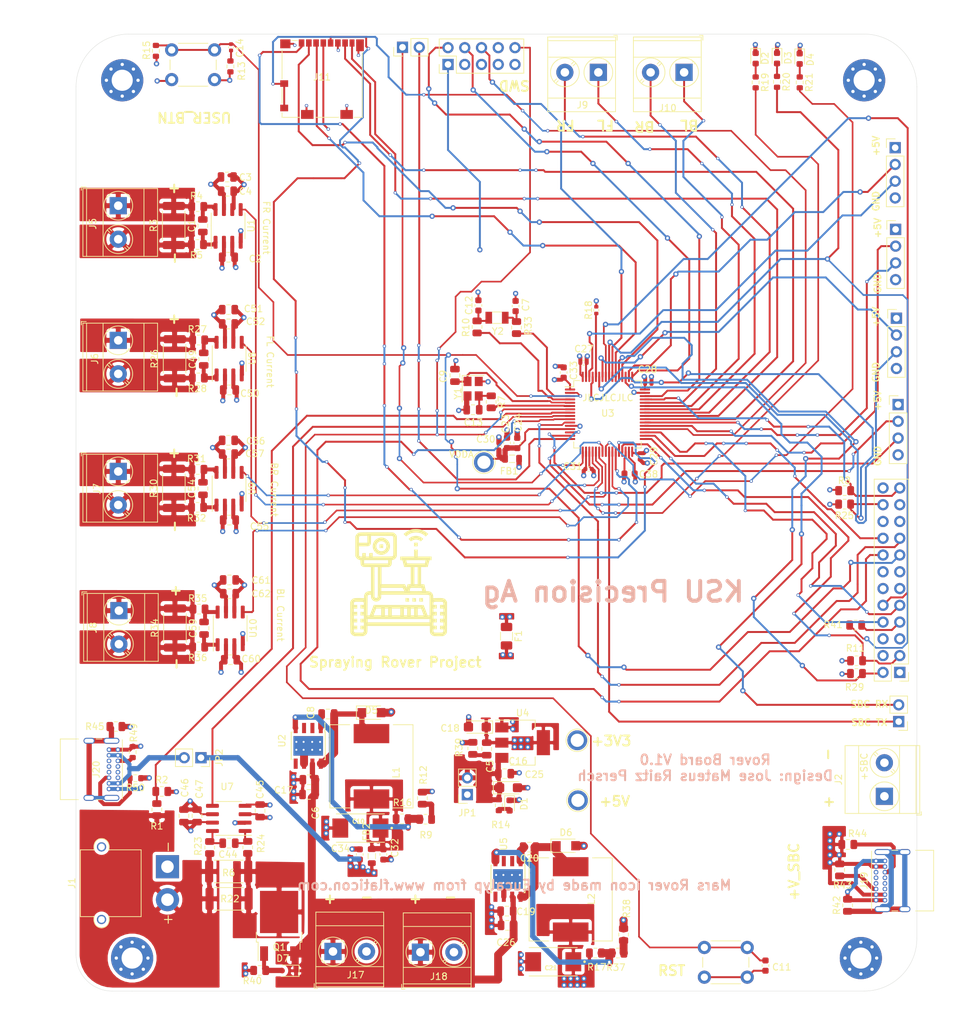
<source format=kicad_pcb>
(kicad_pcb (version 20171130) (host pcbnew "(5.1.10)-1")
  (layers (0 F.Cu signal) (1 GND power) (2 POWER power) (31 B.Cu signal) (34 B.Paste user) (35 F.Paste user) (36 B.SilkS user) (37 F.SilkS user) (38 B.Mask user) (39 F.Mask user) (44 Edge.Cuts user))
  (net 0 "")
  (net 1 "Net-(C1-Pad2)")
  (net 2 "Net-(C1-Pad1)")
  (net 3 +3V3)
  (net 4 GND)
  (net 5 currentMotorFR)
  (net 6 "Net-(C7-Pad1)")
  (net 7 "Net-(C10-Pad1)")
  (net 8 NRST)
  (net 9 "Net-(C12-Pad1)")
  (net 10 "Net-(C13-Pad1)")
  (net 11 "Net-(C14-Pad1)")
  (net 12 +5V)
  (net 13 "Net-(C44-Pad2)")
  (net 14 "Net-(C44-Pad1)")
  (net 15 "Net-(C49-Pad2)")
  (net 16 "Net-(C49-Pad1)")
  (net 17 currentMotorFL)
  (net 18 "Net-(C54-Pad2)")
  (net 19 "Net-(C54-Pad1)")
  (net 20 currentMotorBR)
  (net 21 "Net-(C59-Pad2)")
  (net 22 "Net-(C59-Pad1)")
  (net 23 currentMotorBL)
  (net 24 "Net-(D1-Pad2)")
  (net 25 "Net-(D2-Pad2)")
  (net 26 "Net-(D3-Pad2)")
  (net 27 "Net-(D4-Pad2)")
  (net 28 TCK)
  (net 29 TMS)
  (net 30 SWO)
  (net 31 STLK_RX)
  (net 32 STLK_TX)
  (net 33 SCB_TX)
  (net 34 SCB_RX)
  (net 35 MotorFR+)
  (net 36 MotorFR-)
  (net 37 MotorFL-)
  (net 38 MotorFL+)
  (net 39 MotorBR+)
  (net 40 MotorBR-)
  (net 41 MotorBL+)
  (net 42 MotorBL-)
  (net 43 pwmMotorFL)
  (net 44 pwmMotorFR)
  (net 45 pwmMotorBR)
  (net 46 pwmMotorBL)
  (net 47 SDIO_D3)
  (net 48 SDIO_CMD)
  (net 49 SDIO_CK)
  (net 50 SDIO_D0)
  (net 51 SDIO_D1)
  (net 52 SDIO_D2)
  (net 53 SD_Detect)
  (net 54 encoderAMotorFR)
  (net 55 encoderBMotorFR)
  (net 56 encoderAMotorFL)
  (net 57 encoderBMotorBR)
  (net 58 encoderAMotorBR)
  (net 59 encoderAMotorBL)
  (net 60 encoderBMotorBL)
  (net 61 voltageBattery)
  (net 62 LSE_OSC_OUT)
  (net 63 HSE_OSC_OUT)
  (net 64 LSE_OSC_IN)
  (net 65 HSE_OSC_IN)
  (net 66 "Net-(R18-Pad1)")
  (net 67 "Net-(R19-Pad2)")
  (net 68 "Net-(R21-Pad2)")
  (net 69 currentBattery)
  (net 70 VDD_SBC)
  (net 71 "Net-(C5-Pad2)")
  (net 72 VCC)
  (net 73 "Net-(C8-Pad1)")
  (net 74 "Net-(C8-Pad2)")
  (net 75 PC13)
  (net 76 VBAT)
  (net 77 "Net-(C16-Pad1)")
  (net 78 "Net-(C20-Pad2)")
  (net 79 "Net-(C20-Pad1)")
  (net 80 VDDA)
  (net 81 "Net-(D7-Pad2)")
  (net 82 I2C2_SDA)
  (net 83 I2C2_SCL)
  (net 84 "Net-(J4-Pad7)")
  (net 85 PB14)
  (net 86 USART3_CLK)
  (net 87 PB5)
  (net 88 SPI2_MISO)
  (net 89 SPI2_MOSI)
  (net 90 SPI2_SCK)
  (net 91 CAN1_TX)
  (net 92 CAN1_RX)
  (net 93 "Net-(J12-Pad7)")
  (net 94 "Net-(J12-Pad8)")
  (net 95 encoderBMotorFL)
  (net 96 "Net-(J19-PadS1)")
  (net 97 "Net-(J19-PadB6)")
  (net 98 "Net-(J19-PadB5)")
  (net 99 "Net-(J19-PadB8)")
  (net 100 "Net-(J19-PadB7)")
  (net 101 "Net-(J19-PadA8)")
  (net 102 "Net-(J19-PadA7)")
  (net 103 "Net-(J19-PadA6)")
  (net 104 "Net-(J19-PadA5)")
  (net 105 "Net-(J20-PadA4)")
  (net 106 "Net-(J20-PadA5)")
  (net 107 "Net-(J20-PadA6)")
  (net 108 "Net-(J20-PadA7)")
  (net 109 "Net-(J20-PadA8)")
  (net 110 "Net-(J20-PadB7)")
  (net 111 "Net-(J20-PadB8)")
  (net 112 "Net-(J20-PadB5)")
  (net 113 "Net-(J20-PadB6)")
  (net 114 "Net-(J20-PadS1)")
  (net 115 /BatterySensor/I_Load)
  (net 116 "Net-(R16-Pad2)")
  (net 117 "Net-(R12-Pad1)")
  (net 118 "Net-(R17-Pad2)")
  (net 119 PB4)
  (net 120 "Net-(R37-Pad2)")
  (net 121 "Net-(U2-Pad2)")
  (net 122 "Net-(U2-Pad3)")
  (net 123 "Net-(U2-Pad5)")
  (net 124 "Net-(U5-Pad5)")
  (net 125 "Net-(U5-Pad3)")
  (net 126 "Net-(U5-Pad2)")
  (net 127 +BATT)
  (module Capacitor_SMD:C_0603_1608Metric (layer F.Cu) (at 98.933 77.779 90)
    (fp_text reference C33 (at 0.309 1.524 90) (layer F.SilkS))
    (fp_text value 1uF_X5R_0603)
    (pad 2 smd roundrect (at 0.775 0 90) (size 0.9 0.95) (layers F.Cu F.Paste F.Mask) (net 4 GND))
    (pad 1 smd roundrect (at -0.775 0 90) (size 0.9 0.95) (layers F.Cu F.Paste F.Mask) (net 76 VBAT))
  )
  (module Local_Libraries:Rover_Logo (layer F.Cu) (at 73.914 109.601)
    (fp_text reference G*** hide)
    (fp_text value LOGO hide)
  )
  (module Package_SO:TI_SO-PowerPAD-8_ThermalVias (layer F.Cu) (at 90.4969 154.5079 270)
    (fp_text reference U5 (at -5.2832 0.6604 90) (layer F.SilkS))
    (fp_text value TPS5430DDA)
    (pad 9 thru_hole circle (at 0.6 1.8 270) (size 0.6 0.6) (drill 0.3) (layers *.Cu) (net 4 GND))
    (pad 9 thru_hole circle (at 0.6 0.7 270) (size 0.6 0.6) (drill 0.3) (layers *.Cu) (net 4 GND))
    (pad 9 thru_hole circle (at -0.6 0.7 270) (size 0.6 0.6) (drill 0.3) (layers *.Cu) (net 4 GND))
    (pad 9 thru_hole circle (at -0.6 1.8 270) (size 0.6 0.6) (drill 0.3) (layers *.Cu) (net 4 GND))
    (pad 9 thru_hole circle (at 0.6 -1.8 270) (size 0.6 0.6) (drill 0.3) (layers *.Cu) (net 4 GND))
    (pad 9 thru_hole circle (at 0.6 -0.6 270) (size 0.6 0.6) (drill 0.3) (layers *.Cu) (net 4 GND))
    (pad 9 thru_hole circle (at -0.6 -0.6 270) (size 0.6 0.6) (drill 0.3) (layers *.Cu) (net 4 GND))
    (pad 9 thru_hole circle (at -0.6 -1.8 270) (size 0.6 0.6) (drill 0.3) (layers *.Cu) (net 4 GND))
    (pad 9 smd rect (at 0 0 270) (size 2.95 4.5) (layers B.Cu) (net 4 GND))
    (pad 8 smd rect (at 2.7 -1.905 270) (size 1.55 0.6) (layers F.Cu F.Paste F.Mask) (net 79 "Net-(C20-Pad1)"))
    (pad 7 smd rect (at 2.7 -0.635 270) (size 1.55 0.6) (layers F.Cu F.Paste F.Mask) (net 72 VCC))
    (pad 6 smd rect (at 2.7 0.635 270) (size 1.55 0.6) (layers F.Cu F.Paste F.Mask) (net 4 GND))
    (pad 5 smd rect (at 2.7 1.905 270) (size 1.55 0.6) (layers F.Cu F.Paste F.Mask) (net 124 "Net-(U5-Pad5)"))
    (pad 4 smd rect (at -2.7 1.905 270) (size 1.55 0.6) (layers F.Cu F.Paste F.Mask) (net 118 "Net-(R17-Pad2)"))
    (pad 3 smd rect (at -2.7 0.635 270) (size 1.55 0.6) (layers F.Cu F.Paste F.Mask) (net 125 "Net-(U5-Pad3)"))
    (pad 2 smd rect (at -2.7 -0.635 270) (size 1.55 0.6) (layers F.Cu F.Paste F.Mask) (net 126 "Net-(U5-Pad2)"))
    (pad 1 smd rect (at -2.7 -1.905 270) (size 1.55 0.6) (layers F.Cu F.Paste F.Mask) (net 78 "Net-(C20-Pad2)"))
    (pad 9 smd rect (at 0 0 270) (size 2.95 4.5) (layers F.Cu) (net 4 GND))
    (pad 9 smd rect (at 0 0 270) (size 2.6 3.1) (layers F.Cu F.Paste F.Mask) (net 4 GND))
  )
  (module Capacitor_SMD:C_0805_2012Metric (layer F.Cu) (at 93.7481 149.6819 180)
    (fp_text reference C20 (at 0 -1.68) (layer F.SilkS))
    (fp_text value 10nF)
    (pad 2 smd roundrect (at 0.95 0 180) (size 1 1.45) (layers F.Cu F.Paste F.Mask) (net 78 "Net-(C20-Pad2)"))
    (pad 1 smd roundrect (at -0.95 0 180) (size 1 1.45) (layers F.Cu F.Paste F.Mask) (net 79 "Net-(C20-Pad1)"))
  )
  (module Capacitor_SMD:C_0805_2012Metric (layer F.Cu) (at 90.3293 159.385 180)
    (fp_text reference C19 (at -2.8887 -0.0765) (layer F.SilkS))
    (fp_text value 10u)
    (pad 2 smd roundrect (at 0.95 0 180) (size 1 1.45) (layers F.Cu F.Paste F.Mask) (net 4 GND))
    (pad 1 smd roundrect (at -0.95 0 180) (size 1 1.45) (layers F.Cu F.Paste F.Mask) (net 72 VCC))
  )
  (module Connector_Card:microSD_HC_Molex_104031-0811 (layer F.Cu) (at 62.3 33.3)
    (fp_text reference J11 (at 0 -0.28) (layer F.SilkS))
    (fp_text value Micro_SD_Card_Det)
    (pad 1 smd rect (at -3.105 -5.45) (size 0.85 1.1) (layers F.Cu F.Paste F.Mask) (net 52 SDIO_D2))
    (pad 8 smd rect (at 4.545 -5.45) (size 0.75 1.1) (layers F.Cu F.Paste F.Mask) (net 51 SDIO_D1))
    (pad 2 smd rect (at -2.005 -5.45) (size 0.85 1.1) (layers F.Cu F.Paste F.Mask) (net 47 SDIO_D3))
    (pad 3 smd rect (at -0.905 -5.45) (size 0.85 1.1) (layers F.Cu F.Paste F.Mask) (net 48 SDIO_CMD))
    (pad 4 smd rect (at 0.195 -5.45) (size 0.85 1.1) (layers F.Cu F.Paste F.Mask) (net 3 +3V3))
    (pad 5 smd rect (at 1.295 -5.45) (size 0.85 1.1) (layers F.Cu F.Paste F.Mask) (net 49 SDIO_CK))
    (pad 6 smd rect (at 2.395 -5.45) (size 0.85 1.1) (layers F.Cu F.Paste F.Mask) (net 4 GND))
    (pad 7 smd rect (at 3.495 -5.45) (size 0.85 1.1) (layers F.Cu F.Paste F.Mask) (net 50 SDIO_D0))
    (pad 11 smd rect (at 5.755 -5.1) (size 1.17 1.8) (layers F.Cu F.Paste F.Mask) (net 4 GND))
    (pad 11 smd rect (at -5.565 -5.325) (size 1.55 1.35) (layers F.Cu F.Paste F.Mask) (net 4 GND))
    (pad 10 smd rect (at -5.74 4.4) (size 1.2 1) (layers F.Cu F.Paste F.Mask) (net 53 SD_Detect))
    (pad 9 smd rect (at -5.74 0.7) (size 1.2 1) (layers F.Cu F.Paste F.Mask) (net 53 SD_Detect))
    (pad 11 smd rect (at -2.24 5.375) (size 1.9 1.35) (layers F.Cu F.Paste F.Mask) (net 4 GND))
    (pad 11 smd rect (at 3.73 5.375) (size 1.9 1.35) (layers F.Cu F.Paste F.Mask) (net 4 GND))
  )
  (module Package_QFP:LQFP-64_10x10mm_P0.5mm (layer F.Cu) (at 105.5808 84.1036)
    (fp_text reference U3 (at 0.0508 -0.1524) (layer F.SilkS))
    (fp_text value STM32F446RETx)
    (pad 1 smd roundrect (at -5.675 -3.75) (size 1.55 0.3) (layers F.Cu F.Paste F.Mask) (net 76 VBAT))
    (pad 2 smd roundrect (at -5.675 -3.25) (size 1.55 0.3) (layers F.Cu F.Paste F.Mask) (net 75 PC13))
    (pad 3 smd roundrect (at -5.675 -2.75) (size 1.55 0.3) (layers F.Cu F.Paste F.Mask) (net 64 LSE_OSC_IN))
    (pad 4 smd roundrect (at -5.675 -2.25) (size 1.55 0.3) (layers F.Cu F.Paste F.Mask) (net 62 LSE_OSC_OUT))
    (pad 5 smd roundrect (at -5.675 -1.75) (size 1.55 0.3) (layers F.Cu F.Paste F.Mask) (net 65 HSE_OSC_IN))
    (pad 6 smd roundrect (at -5.675 -1.25) (size 1.55 0.3) (layers F.Cu F.Paste F.Mask) (net 63 HSE_OSC_OUT))
    (pad 7 smd roundrect (at -5.675 -0.75) (size 1.55 0.3) (layers F.Cu F.Paste F.Mask) (net 8 NRST))
    (pad 8 smd roundrect (at -5.675 -0.25) (size 1.55 0.3) (layers F.Cu F.Paste F.Mask) (net 61 voltageBattery))
    (pad 9 smd roundrect (at -5.675 0.25) (size 1.55 0.3) (layers F.Cu F.Paste F.Mask) (net 69 currentBattery))
    (pad 10 smd roundrect (at -5.675 0.75) (size 1.55 0.3) (layers F.Cu F.Paste F.Mask) (net 88 SPI2_MISO))
    (pad 11 smd roundrect (at -5.675 1.25) (size 1.55 0.3) (layers F.Cu F.Paste F.Mask) (net 89 SPI2_MOSI))
    (pad 12 smd roundrect (at -5.675 1.75) (size 1.55 0.3) (layers F.Cu F.Paste F.Mask) (net 4 GND))
    (pad 13 smd roundrect (at -5.675 2.25) (size 1.55 0.3) (layers F.Cu F.Paste F.Mask) (net 80 VDDA))
    (pad 14 smd roundrect (at -5.675 2.75) (size 1.55 0.3) (layers F.Cu F.Paste F.Mask) (net 59 encoderAMotorBL))
    (pad 15 smd roundrect (at -5.675 3.25) (size 1.55 0.3) (layers F.Cu F.Paste F.Mask) (net 60 encoderBMotorBL))
    (pad 16 smd roundrect (at -5.675 3.75) (size 1.55 0.3) (layers F.Cu F.Paste F.Mask) (net 31 STLK_RX))
    (pad 17 smd roundrect (at -3.75 5.675) (size 0.3 1.55) (layers F.Cu F.Paste F.Mask) (net 32 STLK_TX))
    (pad 18 smd roundrect (at -3.25 5.675) (size 0.3 1.55) (layers F.Cu F.Paste F.Mask) (net 4 GND))
    (pad 19 smd roundrect (at -2.75 5.675) (size 0.3 1.55) (layers F.Cu F.Paste F.Mask) (net 76 VBAT))
    (pad 20 smd roundrect (at -2.25 5.675) (size 0.3 1.55) (layers F.Cu F.Paste F.Mask) (net 5 currentMotorFR))
    (pad 21 smd roundrect (at -1.75 5.675) (size 0.3 1.55) (layers F.Cu F.Paste F.Mask) (net 67 "Net-(R19-Pad2)"))
    (pad 22 smd roundrect (at -1.25 5.675) (size 0.3 1.55) (layers F.Cu F.Paste F.Mask) (net 17 currentMotorFL))
    (pad 23 smd roundrect (at -0.75 5.675) (size 0.3 1.55) (layers F.Cu F.Paste F.Mask) (net 20 currentMotorBR))
    (pad 24 smd roundrect (at -0.25 5.675) (size 0.3 1.55) (layers F.Cu F.Paste F.Mask) (net 68 "Net-(R21-Pad2)"))
    (pad 25 smd roundrect (at 0.25 5.675) (size 0.3 1.55) (layers F.Cu F.Paste F.Mask) (net 33 SCB_TX))
    (pad 26 smd roundrect (at 0.75 5.675) (size 0.3 1.55) (layers F.Cu F.Paste F.Mask) (net 23 currentMotorBL))
    (pad 27 smd roundrect (at 1.25 5.675) (size 0.3 1.55) (layers F.Cu F.Paste F.Mask) (net 52 SDIO_D2))
    (pad 28 smd roundrect (at 1.75 5.675) (size 0.3 1.55) (layers F.Cu F.Paste F.Mask) (net 49 SDIO_CK))
    (pad 29 smd roundrect (at 2.25 5.675) (size 0.3 1.55) (layers F.Cu F.Paste F.Mask) (net 83 I2C2_SCL))
    (pad 30 smd roundrect (at 2.75 5.675) (size 0.3 1.55) (layers F.Cu F.Paste F.Mask) (net 76 VBAT))
    (pad 31 smd roundrect (at 3.25 5.675) (size 0.3 1.55) (layers F.Cu F.Paste F.Mask) (net 4 GND))
    (pad 32 smd roundrect (at 3.75 5.675) (size 0.3 1.55) (layers F.Cu F.Paste F.Mask) (net 76 VBAT))
    (pad 33 smd roundrect (at 5.675 3.75) (size 1.55 0.3) (layers F.Cu F.Paste F.Mask) (net 86 USART3_CLK))
    (pad 34 smd roundrect (at 5.675 3.25) (size 1.55 0.3) (layers F.Cu F.Paste F.Mask) (net 90 SPI2_SCK))
    (pad 35 smd roundrect (at 5.675 2.75) (size 1.55 0.3) (layers F.Cu F.Paste F.Mask) (net 85 PB14))
    (pad 36 smd roundrect (at 5.675 2.25) (size 1.55 0.3) (layers F.Cu F.Paste F.Mask) (net 53 SD_Detect))
    (pad 37 smd roundrect (at 5.675 1.75) (size 1.55 0.3) (layers F.Cu F.Paste F.Mask) (net 56 encoderAMotorFL))
    (pad 38 smd roundrect (at 5.675 1.25) (size 1.55 0.3) (layers F.Cu F.Paste F.Mask) (net 95 encoderBMotorFL))
    (pad 39 smd roundrect (at 5.675 0.75) (size 1.55 0.3) (layers F.Cu F.Paste F.Mask) (net 50 SDIO_D0))
    (pad 40 smd roundrect (at 5.675 0.25) (size 1.55 0.3) (layers F.Cu F.Paste F.Mask) (net 51 SDIO_D1))
    (pad 41 smd roundrect (at 5.675 -0.25) (size 1.55 0.3) (layers F.Cu F.Paste F.Mask) (net 44 pwmMotorFR))
    (pad 42 smd roundrect (at 5.675 -0.75) (size 1.55 0.3) (layers F.Cu F.Paste F.Mask) (net 43 pwmMotorFL))
    (pad 43 smd roundrect (at 5.675 -1.25) (size 1.55 0.3) (layers F.Cu F.Paste F.Mask) (net 46 pwmMotorBL))
    (pad 44 smd roundrect (at 5.675 -1.75) (size 1.55 0.3) (layers F.Cu F.Paste F.Mask) (net 45 pwmMotorBR))
    (pad 45 smd roundrect (at 5.675 -2.25) (size 1.55 0.3) (layers F.Cu F.Paste F.Mask) (net 92 CAN1_RX))
    (pad 46 smd roundrect (at 5.675 -2.75) (size 1.55 0.3) (layers F.Cu F.Paste F.Mask) (net 29 TMS))
    (pad 47 smd roundrect (at 5.675 -3.25) (size 1.55 0.3) (layers F.Cu F.Paste F.Mask) (net 4 GND))
    (pad 48 smd roundrect (at 5.675 -3.75) (size 1.55 0.3) (layers F.Cu F.Paste F.Mask) (net 76 VBAT))
    (pad 49 smd roundrect (at 3.75 -5.675) (size 0.3 1.55) (layers F.Cu F.Paste F.Mask) (net 28 TCK))
    (pad 50 smd roundrect (at 3.25 -5.675) (size 0.3 1.55) (layers F.Cu F.Paste F.Mask) (net 54 encoderAMotorFR))
    (pad 51 smd roundrect (at 2.75 -5.675) (size 0.3 1.55) (layers F.Cu F.Paste F.Mask) (net 34 SCB_RX))
    (pad 52 smd roundrect (at 2.25 -5.675) (size 0.3 1.55) (layers F.Cu F.Paste F.Mask) (net 47 SDIO_D3))
    (pad 53 smd roundrect (at 1.75 -5.675) (size 0.3 1.55) (layers F.Cu F.Paste F.Mask) (net 82 I2C2_SDA))
    (pad 54 smd roundrect (at 1.25 -5.675) (size 0.3 1.55) (layers F.Cu F.Paste F.Mask) (net 48 SDIO_CMD))
    (pad 55 smd roundrect (at 0.75 -5.675) (size 0.3 1.55) (layers F.Cu F.Paste F.Mask) (net 30 SWO))
    (pad 56 smd roundrect (at 0.25 -5.675) (size 0.3 1.55) (layers F.Cu F.Paste F.Mask) (net 119 PB4))
    (pad 57 smd roundrect (at -0.25 -5.675) (size 0.3 1.55) (layers F.Cu F.Paste F.Mask) (net 87 PB5))
    (pad 58 smd roundrect (at -0.75 -5.675) (size 0.3 1.55) (layers F.Cu F.Paste F.Mask) (net 58 encoderAMotorBR))
    (pad 59 smd roundrect (at -1.25 -5.675) (size 0.3 1.55) (layers F.Cu F.Paste F.Mask) (net 57 encoderBMotorBR))
    (pad 60 smd roundrect (at -1.75 -5.675) (size 0.3 1.55) (layers F.Cu F.Paste F.Mask) (net 66 "Net-(R18-Pad1)"))
    (pad 61 smd roundrect (at -2.25 -5.675) (size 0.3 1.55) (layers F.Cu F.Paste F.Mask) (net 91 CAN1_TX))
    (pad 62 smd roundrect (at -2.75 -5.675) (size 0.3 1.55) (layers F.Cu F.Paste F.Mask) (net 55 encoderBMotorFR))
    (pad 63 smd roundrect (at -3.25 -5.675) (size 0.3 1.55) (layers F.Cu F.Paste F.Mask) (net 4 GND))
    (pad 64 smd roundrect (at -3.75 -5.675) (size 0.3 1.55) (layers F.Cu F.Paste F.Mask) (net 76 VBAT))
  )
  (module Connector_PinHeader_2.54mm:PinHeader_2x12_P2.54mm_Vertical (layer F.Cu) (at 149.90572 123.21032 180)
    (fp_text reference J4 hide)
    (fp_text value Conn_02x12_Counter_Clockwise)
    (pad 1 thru_hole rect (at 0 0 180) (size 1.7 1.7) (drill 1) (layers *.Cu *.Mask) (net 4 GND))
    (pad 2 thru_hole oval (at 2.54 0 180) (size 1.7 1.7) (drill 1) (layers *.Cu *.Mask) (net 82 I2C2_SDA))
    (pad 3 thru_hole oval (at 0 2.54 180) (size 1.7 1.7) (drill 1) (layers *.Cu *.Mask) (net 83 I2C2_SCL))
    (pad 4 thru_hole oval (at 2.54 2.54 180) (size 1.7 1.7) (drill 1) (layers *.Cu *.Mask) (net 4 GND))
    (pad 5 thru_hole oval (at 0 5.08 180) (size 1.7 1.7) (drill 1) (layers *.Cu *.Mask) (net 4 GND))
    (pad 6 thru_hole oval (at 2.54 5.08 180) (size 1.7 1.7) (drill 1) (layers *.Cu *.Mask) (net 4 GND))
    (pad 7 thru_hole oval (at 0 7.62 180) (size 1.7 1.7) (drill 1) (layers *.Cu *.Mask) (net 84 "Net-(J4-Pad7)"))
    (pad 8 thru_hole oval (at 2.54 7.62 180) (size 1.7 1.7) (drill 1) (layers *.Cu *.Mask) (net 85 PB14))
    (pad 9 thru_hole oval (at 0 10.16 180) (size 1.7 1.7) (drill 1) (layers *.Cu *.Mask) (net 86 USART3_CLK))
    (pad 10 thru_hole oval (at 2.54 10.16 180) (size 1.7 1.7) (drill 1) (layers *.Cu *.Mask) (net 87 PB5))
    (pad 11 thru_hole oval (at 0 12.7 180) (size 1.7 1.7) (drill 1) (layers *.Cu *.Mask) (net 4 GND))
    (pad 12 thru_hole oval (at 2.54 12.7 180) (size 1.7 1.7) (drill 1) (layers *.Cu *.Mask) (net 4 GND))
    (pad 13 thru_hole oval (at 0 15.24 180) (size 1.7 1.7) (drill 1) (layers *.Cu *.Mask) (net 12 +5V))
    (pad 14 thru_hole oval (at 2.54 15.24 180) (size 1.7 1.7) (drill 1) (layers *.Cu *.Mask) (net 3 +3V3))
    (pad 15 thru_hole oval (at 0 17.78 180) (size 1.7 1.7) (drill 1) (layers *.Cu *.Mask) (net 75 PC13))
    (pad 16 thru_hole oval (at 2.54 17.78 180) (size 1.7 1.7) (drill 1) (layers *.Cu *.Mask) (net 88 SPI2_MISO))
    (pad 17 thru_hole oval (at 0 20.32 180) (size 1.7 1.7) (drill 1) (layers *.Cu *.Mask) (net 89 SPI2_MOSI))
    (pad 18 thru_hole oval (at 2.54 20.32 180) (size 1.7 1.7) (drill 1) (layers *.Cu *.Mask) (net 90 SPI2_SCK))
    (pad 19 thru_hole oval (at 0 22.86 180) (size 1.7 1.7) (drill 1) (layers *.Cu *.Mask) (net 12 +5V))
    (pad 20 thru_hole oval (at 2.54 22.86 180) (size 1.7 1.7) (drill 1) (layers *.Cu *.Mask) (net 12 +5V))
    (pad 21 thru_hole oval (at 0 25.4 180) (size 1.7 1.7) (drill 1) (layers *.Cu *.Mask) (net 3 +3V3))
    (pad 22 thru_hole oval (at 2.54 25.4 180) (size 1.7 1.7) (drill 1) (layers *.Cu *.Mask) (net 91 CAN1_TX))
    (pad 23 thru_hole oval (at 0 27.94 180) (size 1.7 1.7) (drill 1) (layers *.Cu *.Mask) (net 92 CAN1_RX))
    (pad 24 thru_hole oval (at 2.54 27.94 180) (size 1.7 1.7) (drill 1) (layers *.Cu *.Mask) (net 3 +3V3))
  )
  (module Connector_PinHeader_2.54mm:PinHeader_1x04_P2.54mm_Vertical (layer F.Cu) (at 149.65172 82.63382)
    (fp_text reference J16 hide)
    (fp_text value Conn_01x04_Male)
    (pad 1 thru_hole rect (at 0 0) (size 1.7 1.7) (drill 1) (layers *.Cu *.Mask) (net 12 +5V))
    (pad 2 thru_hole oval (at 0 2.54) (size 1.7 1.7) (drill 1) (layers *.Cu *.Mask) (net 59 encoderAMotorBL))
    (pad 3 thru_hole oval (at 0 5.08) (size 1.7 1.7) (drill 1) (layers *.Cu *.Mask) (net 60 encoderBMotorBL))
    (pad 4 thru_hole oval (at 0 7.62) (size 1.7 1.7) (drill 1) (layers *.Cu *.Mask) (net 4 GND))
  )
  (module Connector_PinHeader_2.54mm:PinHeader_1x04_P2.54mm_Vertical (layer F.Cu) (at 149.39772 69.55282)
    (fp_text reference J15 hide)
    (fp_text value Conn_01x04_Male)
    (pad 4 thru_hole oval (at 0 7.62) (size 1.7 1.7) (drill 1) (layers *.Cu *.Mask) (net 4 GND))
    (pad 3 thru_hole oval (at 0 5.08) (size 1.7 1.7) (drill 1) (layers *.Cu *.Mask) (net 57 encoderBMotorBR))
    (pad 2 thru_hole oval (at 0 2.54) (size 1.7 1.7) (drill 1) (layers *.Cu *.Mask) (net 58 encoderAMotorBR))
    (pad 1 thru_hole rect (at 0 0) (size 1.7 1.7) (drill 1) (layers *.Cu *.Mask) (net 12 +5V))
  )
  (module Connector_PinHeader_2.54mm:PinHeader_1x04_P2.54mm_Vertical (layer F.Cu) (at 149.27072 56.09082)
    (fp_text reference J14 hide)
    (fp_text value Conn_01x04_Male)
    (pad 4 thru_hole oval (at 0 7.62) (size 1.7 1.7) (drill 1) (layers *.Cu *.Mask) (net 4 GND))
    (pad 3 thru_hole oval (at 0 5.08) (size 1.7 1.7) (drill 1) (layers *.Cu *.Mask) (net 95 encoderBMotorFL))
    (pad 2 thru_hole oval (at 0 2.54) (size 1.7 1.7) (drill 1) (layers *.Cu *.Mask) (net 56 encoderAMotorFL))
    (pad 1 thru_hole rect (at 0 0) (size 1.7 1.7) (drill 1) (layers *.Cu *.Mask) (net 12 +5V))
  )
  (module TestPoint:TestPoint_Plated_Hole_D2.0mm (layer F.Cu) (at 86.844 91.382)
    (fp_text reference TP5 hide)
    (fp_text value VDDA (at -3.4036 -1.1938) (layer F.SilkS))
    (pad 1 thru_hole circle (at 0 0) (size 3 3) (drill 2) (layers *.Cu *.Mask) (net 80 VDDA))
  )
  (module Connector_PinHeader_2.54mm:PinHeader_2x05_P2.54mm_Vertical (layer F.Cu) (at 81.4 31.1 90)
    (fp_text reference J12 hide)
    (fp_text value SWD)
    (pad 1 thru_hole rect (at 0 0 90) (size 1.7 1.7) (drill 1) (layers *.Cu *.Mask) (net 76 VBAT))
    (pad 2 thru_hole oval (at 2.54 0 90) (size 1.7 1.7) (drill 1) (layers *.Cu *.Mask) (net 29 TMS))
    (pad 3 thru_hole oval (at 0 2.54 90) (size 1.7 1.7) (drill 1) (layers *.Cu *.Mask) (net 4 GND))
    (pad 4 thru_hole oval (at 2.54 2.54 90) (size 1.7 1.7) (drill 1) (layers *.Cu *.Mask) (net 28 TCK))
    (pad 5 thru_hole oval (at 0 5.08 90) (size 1.7 1.7) (drill 1) (layers *.Cu *.Mask) (net 4 GND))
    (pad 6 thru_hole oval (at 2.54 5.08 90) (size 1.7 1.7) (drill 1) (layers *.Cu *.Mask) (net 30 SWO))
    (pad 7 thru_hole oval (at 0 7.62 90) (size 1.7 1.7) (drill 1) (layers *.Cu *.Mask) (net 93 "Net-(J12-Pad7)"))
    (pad 8 thru_hole oval (at 2.54 7.62 90) (size 1.7 1.7) (drill 1) (layers *.Cu *.Mask) (net 94 "Net-(J12-Pad8)"))
    (pad 9 thru_hole oval (at 0 10.16 90) (size 1.7 1.7) (drill 1) (layers *.Cu *.Mask) (net 4 GND))
    (pad 10 thru_hole oval (at 2.54 10.16 90) (size 1.7 1.7) (drill 1) (layers *.Cu *.Mask) (net 8 NRST))
  )
  (module Capacitor_SMD:C_0603_1608Metric (layer F.Cu) (at 108.9336 93.0952)
    (fp_text reference C38 (at 2.8702 0.1016) (layer F.SilkS))
    (fp_text value 2.2uF_X7R)
    (pad 2 smd roundrect (at 0.775 0) (size 0.9 0.95) (layers F.Cu F.Paste F.Mask) (net 4 GND))
    (pad 1 smd roundrect (at -0.775 0) (size 0.9 0.95) (layers F.Cu F.Paste F.Mask) (net 76 VBAT))
  )
  (module Capacitor_SMD:C_0603_1608Metric (layer F.Cu) (at 91.8986 88.461 90)
    (fp_text reference C24 (at 3.09372 0.14732 90) (layer F.SilkS))
    (fp_text value 10n)
    (pad 2 smd roundrect (at 0.775 0 90) (size 0.9 0.95) (layers F.Cu F.Paste F.Mask) (net 4 GND))
    (pad 1 smd roundrect (at -0.775 0 90) (size 0.9 0.95) (layers F.Cu F.Paste F.Mask) (net 80 VDDA))
  )
  (module TestPoint:TestPoint_Plated_Hole_D2.0mm (layer F.Cu) (at 101 133.5)
    (fp_text reference TP4 hide)
    (fp_text value +3V3)
    (pad 1 thru_hole circle (at 0 0) (size 3 3) (drill 2) (layers *.Cu *.Mask) (net 3 +3V3))
  )
  (module TestPoint:TestPoint_Plated_Hole_D2.0mm (layer F.Cu) (at 101.1 142.6)
    (fp_text reference TP2 hide)
    (fp_text value +5V)
    (pad 1 thru_hole circle (at 0 0) (size 3 3) (drill 2) (layers *.Cu *.Mask) (net 12 +5V))
  )
  (module Connector_AMASS:AMASS_XT30PW-M_1x02_P2.50mm_Horizontal (layer F.Cu) (at 38.862 152.654 90)
    (fp_text reference J1 (at -2.5 -14.5 90) (layer F.SilkS))
    (fp_text value Conn_01x02)
    (fp_text user + (at -8 0 90) (layer F.SilkS) (effects (font (size 1.5 1.5))))
    (fp_text user - (at 3 0 90) (layer F.SilkS) (effects (font (size 1.5 1.5))))
    (pad 2 thru_hole circle (at -5 0 90) (size 3.5 3.5) (drill 1.9) (layers *.Cu *.Mask) (net 127 +BATT))
    (pad 1 thru_hole rect (at 0 0 90) (size 3.5 3.5) (drill 1.9) (layers *.Cu *.Mask) (net 4 GND))
    (pad "" thru_hole circle (at -8 -10 90) (size 1.4 1.4) (drill 1) (layers *.Cu *.Mask))
    (pad "" thru_hole circle (at 3 -10 90) (size 1.4 1.4) (drill 1) (layers *.Cu *.Mask))
  )
  (module Capacitor_SMD:C_0805_2012Metric (layer F.Cu) (at 90.3953 161.544 180)
    (fp_text reference C26 (at 0.2032 -2.5908) (layer F.SilkS))
    (fp_text value DNU)
    (pad 2 smd roundrect (at 0.95 0 180) (size 1 1.45) (layers F.Cu F.Paste F.Mask) (net 4 GND))
    (pad 1 smd roundrect (at -0.95 0 180) (size 1 1.45) (layers F.Cu F.Paste F.Mask) (net 72 VCC))
  )
  (module Connector_PinHeader_2.54mm:PinHeader_1x02_P2.54mm_Vertical (layer F.Cu) (at 74.5 28.5 90)
    (fp_text reference J3 hide)
    (fp_text value Conn_01x02)
    (pad 2 thru_hole oval (at 0 2.54 90) (size 1.7 1.7) (drill 1) (layers *.Cu *.Mask) (net 31 STLK_RX))
    (pad 1 thru_hole rect (at 0 0 90) (size 1.7 1.7) (drill 1) (layers *.Cu *.Mask) (net 32 STLK_TX))
  )
  (module Connector_PinHeader_2.54mm:PinHeader_1x02_P2.54mm_Vertical (layer F.Cu) (at 149.74316 130.66776 180)
    (fp_text reference J21 hide)
    (fp_text value Conn_01x02)
    (pad 2 thru_hole oval (at 0 2.54 180) (size 1.7 1.7) (drill 1) (layers *.Cu *.Mask) (net 34 SCB_RX))
    (pad 1 thru_hole rect (at 0 0 180) (size 1.7 1.7) (drill 1) (layers *.Cu *.Mask) (net 33 SCB_TX))
  )
  (module LED_SMD:LED_0603_1608Metric (layer F.Cu) (at 128.05098 30.17682 270)
    (fp_text reference D2 (at 0 -1.43 90) (layer F.SilkS))
    (fp_text value Blue)
    (pad 2 smd roundrect (at 0.7875 0 270) (size 0.875 0.95) (layers F.Cu F.Paste F.Mask) (net 25 "Net-(D2-Pad2)"))
    (pad 1 smd roundrect (at -0.7875 0 270) (size 0.875 0.95) (layers F.Cu F.Paste F.Mask) (net 4 GND))
  )
  (module LED_SMD:LED_0603_1608Metric (layer F.Cu) (at 90.7341 143.3821 270)
    (fp_text reference D1 (at -0.254 -2.1971 90) (layer F.SilkS))
    (fp_text value RED)
    (pad 2 smd roundrect (at 0.7875 0 270) (size 0.875 0.95) (layers F.Cu F.Paste F.Mask) (net 24 "Net-(D1-Pad2)"))
    (pad 1 smd roundrect (at -0.7875 0 270) (size 0.875 0.95) (layers F.Cu F.Paste F.Mask) (net 4 GND))
  )
  (module Resistor_SMD:R_2512_6332Metric (layer F.Cu) (at 48.2045 157.5219)
    (fp_text reference R6 (at -0.0635 -3.937) (layer F.SilkS))
    (fp_text value 1m)
    (pad 2 smd roundrect (at 2.9625 0) (size 1.225 3.35) (layers F.Cu F.Paste F.Mask) (roundrect_rratio 0.2040816326530612) (net 115 /BatterySensor/I_Load))
    (pad 1 smd roundrect (at -2.9625 0) (size 1.225 3.35) (layers F.Cu F.Paste F.Mask) (roundrect_rratio 0.2040816326530612) (net 127 +BATT))
  )
  (module Capacitor_SMD:C_0805_2012Metric (layer F.Cu) (at 44.21848 55.53868 270)
    (fp_text reference C1 (at 0 1.6764 90) (layer F.SilkS))
    (fp_text value DNU)
    (pad 1 smd roundrect (at -0.95 0 270) (size 1 1.45) (layers F.Cu F.Paste F.Mask) (net 2 "Net-(C1-Pad1)"))
    (pad 2 smd roundrect (at 0.95 0 270) (size 1 1.45) (layers F.Cu F.Paste F.Mask) (net 1 "Net-(C1-Pad2)"))
  )
  (module Capacitor_SMD:C_0805_2012Metric (layer F.Cu) (at 48.10468 60.31388 180)
    (fp_text reference C2 (at -4.07232 -0.24012) (layer F.SilkS))
    (fp_text value 0.1uF)
    (pad 2 smd roundrect (at 0.95 0 180) (size 1 1.45) (layers F.Cu F.Paste F.Mask) (net 4 GND))
    (pad 1 smd roundrect (at -0.95 0 180) (size 1 1.45) (layers F.Cu F.Paste F.Mask) (net 3 +3V3))
  )
  (module Capacitor_SMD:C_0805_2012Metric (layer F.Cu) (at 47.927 48.154 180)
    (fp_text reference C3 (at -2.7559 -0.0508) (layer F.SilkS))
    (fp_text value 10uF)
    (pad 2 smd roundrect (at 0.95 0 180) (size 1 1.45) (layers F.Cu F.Paste F.Mask) (net 4 GND))
    (pad 1 smd roundrect (at -0.95 0 180) (size 1 1.45) (layers F.Cu F.Paste F.Mask) (net 3 +3V3))
  )
  (module Capacitor_SMD:C_0805_2012Metric (layer F.Cu) (at 47.95228 50.30628 180)
    (fp_text reference C4 (at -2.7432 -0.0127) (layer F.SilkS))
    (fp_text value 0.1uF)
    (pad 2 smd roundrect (at 0.95 0 180) (size 1 1.45) (layers F.Cu F.Paste F.Mask) (net 4 GND))
    (pad 1 smd roundrect (at -0.95 0 180) (size 1 1.45) (layers F.Cu F.Paste F.Mask) (net 3 +3V3))
  )
  (module Capacitor_SMD:C_0805_2012Metric (layer F.Cu) (at 60.3448 139.475 180)
    (fp_text reference C6 (at -0.9652 -5.0292 270) (layer F.SilkS))
    (fp_text value 10u)
    (pad 2 smd roundrect (at 0.95 0 180) (size 1 1.45) (layers F.Cu F.Paste F.Mask) (net 4 GND))
    (pad 1 smd roundrect (at -0.95 0 180) (size 1 1.45) (layers F.Cu F.Paste F.Mask) (net 72 VCC))
  )
  (module Capacitor_SMD:C_0805_2012Metric (layer F.Cu) (at 63.1896 129.5182 180)
    (fp_text reference C8 (at 2.5908 0.2032 270) (layer F.SilkS))
    (fp_text value 10nF)
    (pad 1 smd roundrect (at -0.95 0 180) (size 1 1.45) (layers F.Cu F.Paste F.Mask) (net 73 "Net-(C8-Pad1)"))
    (pad 2 smd roundrect (at 0.95 0 180) (size 1 1.45) (layers F.Cu F.Paste F.Mask) (net 74 "Net-(C8-Pad2)"))
  )
  (module Capacitor_SMD:C_0805_2012Metric (layer F.Cu) (at 82.45 78.2108 90)
    (fp_text reference C9 (at -0.1524 -1.778 270) (layer F.SilkS))
    (fp_text value 30p)
    (pad 2 smd roundrect (at 0.95 0 90) (size 1 1.45) (layers F.Cu F.Paste F.Mask) (net 4 GND))
    (pad 1 smd roundrect (at -0.95 0 90) (size 1 1.45) (layers F.Cu F.Paste F.Mask) (net 65 HSE_OSC_IN))
  )
  (module Capacitor_SMD:C_0805_2012Metric (layer F.Cu) (at 85.1846 83.4178 180)
    (fp_text reference C13 (at -0.0635 -1.9304) (layer F.SilkS))
    (fp_text value 30p)
    (pad 2 smd roundrect (at 0.95 0 180) (size 1 1.45) (layers F.Cu F.Paste F.Mask) (net 4 GND))
    (pad 1 smd roundrect (at -0.95 0 180) (size 1 1.45) (layers F.Cu F.Paste F.Mask) (net 10 "Net-(C13-Pad1)"))
  )
  (module Capacitor_SMD:C_0805_2012Metric (layer F.Cu) (at 89.9721 138.5561)
    (fp_text reference C16 (at 2.0521 -1.9041) (layer F.SilkS))
    (fp_text value 10u)
    (pad 1 smd roundrect (at -0.95 0) (size 1 1.45) (layers F.Cu F.Paste F.Mask) (net 77 "Net-(C16-Pad1)"))
    (pad 2 smd roundrect (at 0.95 0) (size 1 1.45) (layers F.Cu F.Paste F.Mask) (net 4 GND))
  )
  (module Capacitor_SMD:C_0805_2012Metric (layer F.Cu) (at 48.18926 149.0891)
    (fp_text reference C44 (at -0.1524 1.7018) (layer F.SilkS))
    (fp_text value DNU)
    (pad 1 smd roundrect (at -0.95 0) (size 1 1.45) (layers F.Cu F.Paste F.Mask) (net 14 "Net-(C44-Pad1)"))
    (pad 2 smd roundrect (at 0.95 0) (size 1 1.45) (layers F.Cu F.Paste F.Mask) (net 13 "Net-(C44-Pad2)"))
  )
  (module Capacitor_SMD:C_0805_2012Metric (layer F.Cu) (at 52.9035 144.1869 90)
    (fp_text reference C45 (at 3.2385 0 90) (layer F.SilkS))
    (fp_text value 0.1uF)
    (pad 1 smd roundrect (at -0.95 0 90) (size 1 1.45) (layers F.Cu F.Paste F.Mask) (net 3 +3V3))
    (pad 2 smd roundrect (at 0.95 0 90) (size 1 1.45) (layers F.Cu F.Paste F.Mask) (net 4 GND))
  )
  (module Capacitor_SMD:C_0805_2012Metric (layer F.Cu) (at 41.35666 144.9489 270)
    (fp_text reference C46 (at -4.2489 -0.14334 270) (layer F.SilkS))
    (fp_text value 10uF)
    (pad 2 smd roundrect (at 0.95 0 270) (size 1 1.45) (layers F.Cu F.Paste F.Mask) (net 4 GND))
    (pad 1 smd roundrect (at -0.95 0 270) (size 1 1.45) (layers F.Cu F.Paste F.Mask) (net 3 +3V3))
  )
  (module Capacitor_SMD:C_0805_2012Metric (layer F.Cu) (at 43.33786 144.9489 270)
    (fp_text reference C47 (at -4.0489 -0.36214 270) (layer F.SilkS))
    (fp_text value 0.1uF)
    (pad 2 smd roundrect (at 0.95 0 270) (size 1 1.45) (layers F.Cu F.Paste F.Mask) (net 4 GND))
    (pad 1 smd roundrect (at -0.95 0 270) (size 1 1.45) (layers F.Cu F.Paste F.Mask) (net 3 +3V3))
  )
  (module Capacitor_SMD:C_0805_2012Metric (layer F.Cu) (at 44.356078 75.749382 270)
    (fp_text reference C49 (at 0 1.6764 270) (layer F.SilkS))
    (fp_text value DNU)
    (pad 1 smd roundrect (at -0.95 0 270) (size 1 1.45) (layers F.Cu F.Paste F.Mask) (net 16 "Net-(C49-Pad1)"))
    (pad 2 smd roundrect (at 0.95 0 270) (size 1 1.45) (layers F.Cu F.Paste F.Mask) (net 15 "Net-(C49-Pad2)"))
  )
  (module Capacitor_SMD:C_0805_2012Metric (layer F.Cu) (at 48.265278 80.420582 180)
    (fp_text reference C50 (at -3.084722 -0.529418) (layer F.SilkS))
    (fp_text value 0.1uF)
    (pad 2 smd roundrect (at 0.95 0 180) (size 1 1.45) (layers F.Cu F.Paste F.Mask) (net 4 GND))
    (pad 1 smd roundrect (at -0.95 0 180) (size 1 1.45) (layers F.Cu F.Paste F.Mask) (net 3 +3V3))
  )
  (module Capacitor_SMD:C_0805_2012Metric (layer F.Cu) (at 48.112878 68.25 180)
    (fp_text reference C51 (at -3.796202 0.129302) (layer F.SilkS))
    (fp_text value 10uF)
    (pad 2 smd roundrect (at 0.95 0 180) (size 1 1.45) (layers F.Cu F.Paste F.Mask) (net 4 GND))
    (pad 1 smd roundrect (at -0.95 0 180) (size 1 1.45) (layers F.Cu F.Paste F.Mask) (net 3 +3V3))
  )
  (module Capacitor_SMD:C_0805_2012Metric (layer F.Cu) (at 48.112878 70.412982 180)
    (fp_text reference C52 (at -4.113702 0.357902) (layer F.SilkS))
    (fp_text value 0.1uF)
    (pad 2 smd roundrect (at 0.95 0 180) (size 1 1.45) (layers F.Cu F.Paste F.Mask) (net 4 GND))
    (pad 1 smd roundrect (at -0.95 0 180) (size 1 1.45) (layers F.Cu F.Paste F.Mask) (net 3 +3V3))
  )
  (module Capacitor_SMD:C_0805_2012Metric (layer F.Cu) (at 44.241478 95.360082 270)
    (fp_text reference C54 (at 0 1.6764 270) (layer F.SilkS))
    (fp_text value DNU)
    (pad 1 smd roundrect (at -0.95 0 270) (size 1 1.45) (layers F.Cu F.Paste F.Mask) (net 19 "Net-(C54-Pad1)"))
    (pad 2 smd roundrect (at 0.95 0 270) (size 1 1.45) (layers F.Cu F.Paste F.Mask) (net 18 "Net-(C54-Pad2)"))
  )
  (module Capacitor_SMD:C_0805_2012Metric (layer F.Cu) (at 48.254678 100.135282 180)
    (fp_text reference C55 (at -4.569322 -0.956718) (layer F.SilkS))
    (fp_text value 0.1uF)
    (pad 2 smd roundrect (at 0.95 0 180) (size 1 1.45) (layers F.Cu F.Paste F.Mask) (net 4 GND))
    (pad 1 smd roundrect (at -0.95 0 180) (size 1 1.45) (layers F.Cu F.Paste F.Mask) (net 3 +3V3))
  )
  (module Capacitor_SMD:C_0805_2012Metric (layer F.Cu) (at 48.102278 88.054 180)
    (fp_text reference C56 (at -4.126702 -0.111298) (layer F.SilkS))
    (fp_text value 10uF)
    (pad 2 smd roundrect (at 0.95 0 180) (size 1 1.45) (layers F.Cu F.Paste F.Mask) (net 4 GND))
    (pad 1 smd roundrect (at -0.95 0 180) (size 1 1.45) (layers F.Cu F.Paste F.Mask) (net 3 +3V3))
  )
  (module Capacitor_SMD:C_0805_2012Metric (layer F.Cu) (at 48.102278 90.127682 180)
    (fp_text reference C57 (at -3.999702 0.066502) (layer F.SilkS))
    (fp_text value 0.1uF)
    (pad 2 smd roundrect (at 0.95 0 180) (size 1 1.45) (layers F.Cu F.Paste F.Mask) (net 4 GND))
    (pad 1 smd roundrect (at -0.95 0 180) (size 1 1.45) (layers F.Cu F.Paste F.Mask) (net 3 +3V3))
  )
  (module Capacitor_SMD:C_0805_2012Metric (layer F.Cu) (at 44.406878 116.520582 270)
    (fp_text reference C59 (at 0 1.6764 270) (layer F.SilkS))
    (fp_text value DNU)
    (pad 1 smd roundrect (at -0.95 0 270) (size 1 1.45) (layers F.Cu F.Paste F.Mask) (net 22 "Net-(C59-Pad1)"))
    (pad 2 smd roundrect (at 0.95 0 270) (size 1 1.45) (layers F.Cu F.Paste F.Mask) (net 21 "Net-(C59-Pad2)"))
  )
  (module Capacitor_SMD:C_0805_2012Metric (layer F.Cu) (at 48.420078 121.295782 180)
    (fp_text reference C60 (at -3.133922 0.137782) (layer F.SilkS))
    (fp_text value 0.1uF)
    (pad 1 smd roundrect (at -0.95 0 180) (size 1 1.45) (layers F.Cu F.Paste F.Mask) (net 3 +3V3))
    (pad 2 smd roundrect (at 0.95 0 180) (size 1 1.45) (layers F.Cu F.Paste F.Mask) (net 4 GND))
  )
  (module Capacitor_SMD:C_0805_2012Metric (layer F.Cu) (at 48.254 109.206 180)
    (fp_text reference C61 (at -4.824 -0.0508) (layer F.SilkS))
    (fp_text value 10uF)
    (pad 1 smd roundrect (at -0.95 0 180) (size 1 1.45) (layers F.Cu F.Paste F.Mask) (net 3 +3V3))
    (pad 2 smd roundrect (at 0.95 0 180) (size 1 1.45) (layers F.Cu F.Paste F.Mask) (net 4 GND))
  )
  (module Capacitor_SMD:C_0805_2012Metric (layer F.Cu) (at 48.267678 111.288182 180)
    (fp_text reference C62 (at -4.810322 -0.0127) (layer F.SilkS))
    (fp_text value 0.1uF)
    (pad 2 smd roundrect (at 0.95 0 180) (size 1 1.45) (layers F.Cu F.Paste F.Mask) (net 4 GND))
    (pad 1 smd roundrect (at -0.95 0 180) (size 1 1.45) (layers F.Cu F.Paste F.Mask) (net 3 +3V3))
  )
  (module TerminalBlock_Phoenix:TerminalBlock_Phoenix_MKDS-3-2-5.08_1x02_P5.08mm_Horizontal (layer F.Cu) (at 31.4 52.5 270)
    (fp_text reference J5 (at 2.75082 3.85318 90) (layer F.SilkS))
    (fp_text value Screw_Terminal_01x02)
    (pad 1 thru_hole rect (at 0 0 270) (size 2.6 2.6) (drill 1.3) (layers *.Cu *.Mask) (net 35 MotorFR+))
    (pad 2 thru_hole circle (at 5.08 0 270) (size 2.6 2.6) (drill 1.3) (layers *.Cu *.Mask) (net 36 MotorFR-))
  )
  (module TerminalBlock_Phoenix:TerminalBlock_Phoenix_MKDS-3-2-5.08_1x02_P5.08mm_Horizontal (layer F.Cu) (at 31.4 72.9 270)
    (fp_text reference J6 (at 2.80162 3.56108 90) (layer F.SilkS))
    (fp_text value Screw_Terminal_01x02)
    (pad 2 thru_hole circle (at 5.08 0 270) (size 2.6 2.6) (drill 1.3) (layers *.Cu *.Mask) (net 37 MotorFL-))
    (pad 1 thru_hole rect (at 0 0 270) (size 2.6 2.6) (drill 1.3) (layers *.Cu *.Mask) (net 38 MotorFL+))
  )
  (module TerminalBlock_Phoenix:TerminalBlock_Phoenix_MKDS-3-2-5.08_1x02_P5.08mm_Horizontal (layer F.Cu) (at 31.4 92.76628 270)
    (fp_text reference J7 (at 2.64922 3.23088 90) (layer F.SilkS))
    (fp_text value Screw_Terminal_01x02)
    (pad 1 thru_hole rect (at 0 0 270) (size 2.6 2.6) (drill 1.3) (layers *.Cu *.Mask) (net 39 MotorBR+))
    (pad 2 thru_hole circle (at 5.08 0 270) (size 2.6 2.6) (drill 1.3) (layers *.Cu *.Mask) (net 40 MotorBR-))
  )
  (module TerminalBlock_Phoenix:TerminalBlock_Phoenix_MKDS-3-2-5.08_1x02_P5.08mm_Horizontal (layer F.Cu) (at 31.5 113.85548 270)
    (fp_text reference J8 (at 2.5908 3.90398 90) (layer F.SilkS))
    (fp_text value Screw_Terminal_01x02)
    (pad 2 thru_hole circle (at 5.08 0 270) (size 2.6 2.6) (drill 1.3) (layers *.Cu *.Mask) (net 42 MotorBL-))
    (pad 1 thru_hole rect (at 0 0 270) (size 2.6 2.6) (drill 1.3) (layers *.Cu *.Mask) (net 41 MotorBL+))
  )
  (module TerminalBlock_Phoenix:TerminalBlock_Phoenix_MKDS-3-2-5.08_1x02_P5.08mm_Horizontal (layer F.Cu) (at 104.2 32.3 180)
    (fp_text reference J9 (at 2.413 -4.953) (layer F.SilkS))
    (fp_text value Screw_Terminal_01x02)
    (pad 2 thru_hole circle (at 5.08 0 180) (size 2.6 2.6) (drill 1.3) (layers *.Cu *.Mask) (net 44 pwmMotorFR))
    (pad 1 thru_hole rect (at 0 0 180) (size 2.6 2.6) (drill 1.3) (layers *.Cu *.Mask) (net 43 pwmMotorFL))
  )
  (module TerminalBlock_Phoenix:TerminalBlock_Phoenix_MKDS-3-2-5.08_1x02_P5.08mm_Horizontal (layer F.Cu) (at 117.2 32.3 180)
    (fp_text reference J10 (at 2.4765 -5.3975) (layer F.SilkS))
    (fp_text value Screw_Terminal_01x02)
    (pad 2 thru_hole circle (at 5.08 0 180) (size 2.6 2.6) (drill 1.3) (layers *.Cu *.Mask) (net 45 pwmMotorBR))
    (pad 1 thru_hole rect (at 0 0 180) (size 2.6 2.6) (drill 1.3) (layers *.Cu *.Mask) (net 46 pwmMotorBL))
  )
  (module Connector_PinHeader_2.54mm:PinHeader_1x04_P2.54mm_Vertical (layer F.Cu) (at 149.20722 43.70832)
    (fp_text reference J13 hide)
    (fp_text value Conn_01x04_Male)
    (pad 1 thru_hole rect (at 0 0) (size 1.7 1.7) (drill 1) (layers *.Cu *.Mask) (net 12 +5V))
    (pad 2 thru_hole oval (at 0 2.54) (size 1.7 1.7) (drill 1) (layers *.Cu *.Mask) (net 54 encoderAMotorFR))
    (pad 3 thru_hole oval (at 0 5.08) (size 1.7 1.7) (drill 1) (layers *.Cu *.Mask) (net 55 encoderBMotorFR))
    (pad 4 thru_hole oval (at 0 7.62) (size 1.7 1.7) (drill 1) (layers *.Cu *.Mask) (net 4 GND))
  )
  (module TerminalBlock_Phoenix:TerminalBlock_Phoenix_MKDS-3-2-5.08_1x02_P5.08mm_Horizontal (layer F.Cu) (at 63.9572 165.5)
    (fp_text reference J17 (at 3.429 3.556) (layer F.SilkS))
    (fp_text value Screw_Terminal_01x02)
    (pad 1 thru_hole rect (at 0 0) (size 2.6 2.6) (drill 1.3) (layers *.Cu *.Mask) (net 72 VCC))
    (pad 2 thru_hole circle (at 5.08 0) (size 2.6 2.6) (drill 1.3) (layers *.Cu *.Mask) (net 4 GND))
  )
  (module TerminalBlock_Phoenix:TerminalBlock_Phoenix_MKDS-3-2-5.08_1x02_P5.08mm_Horizontal (layer F.Cu) (at 77.216 165.608)
    (fp_text reference J18 (at 2.794 3.683) (layer F.SilkS))
    (fp_text value Screw_Terminal_01x02)
    (pad 2 thru_hole circle (at 5.08 0) (size 2.6 2.6) (drill 1.3) (layers *.Cu *.Mask) (net 4 GND))
    (pad 1 thru_hole rect (at 0 0) (size 2.6 2.6) (drill 1.3) (layers *.Cu *.Mask) (net 72 VCC))
  )
  (module Resistor_SMD:R_0805_2012Metric (layer F.Cu) (at 37.25 144 270)
    (fp_text reference R1 (at 2.5 0) (layer F.SilkS))
    (fp_text value 150k)
    (pad 2 smd roundrect (at 0.9125 0 270) (size 1.025 1.4) (layers F.Cu F.Paste F.Mask) (roundrect_rratio 0.2439014634146341) (net 127 +BATT))
    (pad 1 smd roundrect (at -0.9125 0 270) (size 1.025 1.4) (layers F.Cu F.Paste F.Mask) (roundrect_rratio 0.2439014634146341) (net 61 voltageBattery))
  )
  (module Resistor_SMD:R_0805_2012Metric (layer F.Cu) (at 38 141.25 180)
    (fp_text reference R2 (at 0 1.75) (layer F.SilkS))
    (fp_text value 20k)
    (pad 1 smd roundrect (at -0.9125 0 180) (size 1.025 1.4) (layers F.Cu F.Paste F.Mask) (roundrect_rratio 0.2439014634146341) (net 4 GND))
    (pad 2 smd roundrect (at 0.9125 0 180) (size 1.025 1.4) (layers F.Cu F.Paste F.Mask) (roundrect_rratio 0.2439014634146341) (net 61 voltageBattery))
  )
  (module Resistor_SMD:R_2512_6332Metric (layer F.Cu) (at 39.804681 55.503679 270)
    (fp_text reference R3 (at 0 3.053801 90) (layer F.SilkS))
    (fp_text value 1m)
    (pad 2 smd roundrect (at 2.9625 0 270) (size 1.225 3.35) (layers F.Cu F.Paste F.Mask) (roundrect_rratio 0.2040816326530612) (net 36 MotorFR-))
    (pad 1 smd roundrect (at -2.9625 0 270) (size 1.225 3.35) (layers F.Cu F.Paste F.Mask) (roundrect_rratio 0.2040816326530612) (net 35 MotorFR+))
  )
  (module Resistor_SMD:R_0805_2012Metric (layer F.Cu) (at 43.45648 52.64308 180)
    (fp_text reference R4 (at 0.2032 1.6256) (layer F.SilkS))
    (fp_text value 0)
    (pad 1 smd roundrect (at -0.9125 0 180) (size 1.025 1.4) (layers F.Cu F.Paste F.Mask) (roundrect_rratio 0.2439014634146341) (net 2 "Net-(C1-Pad1)"))
    (pad 2 smd roundrect (at 0.9125 0 180) (size 1.025 1.4) (layers F.Cu F.Paste F.Mask) (roundrect_rratio 0.2439014634146341) (net 35 MotorFR+))
  )
  (module Resistor_SMD:R_0805_2012Metric (layer F.Cu) (at 43.40568 58.38348)
    (fp_text reference R5 (at -0.1524 1.6256) (layer F.SilkS))
    (fp_text value 0)
    (pad 2 smd roundrect (at 0.9125 0) (size 1.025 1.4) (layers F.Cu F.Paste F.Mask) (roundrect_rratio 0.2439014634146341) (net 1 "Net-(C1-Pad2)"))
    (pad 1 smd roundrect (at -0.9125 0) (size 1.025 1.4) (layers F.Cu F.Paste F.Mask) (roundrect_rratio 0.2439014634146341) (net 36 MotorFR-))
  )
  (module Resistor_SMD:R_0805_2012Metric (layer F.Cu) (at 87.9532 82.224 90)
    (fp_text reference R7 (at -0.04 1.5875 90) (layer F.SilkS))
    (fp_text value 0)
    (pad 1 smd roundrect (at -0.9125 0 90) (size 1.025 1.4) (layers F.Cu F.Paste F.Mask) (roundrect_rratio 0.2439014634146341) (net 63 HSE_OSC_OUT))
    (pad 2 smd roundrect (at 0.9125 0 90) (size 1.025 1.4) (layers F.Cu F.Paste F.Mask) (roundrect_rratio 0.2439014634146341) (net 10 "Net-(C13-Pad1)"))
  )
  (module Resistor_SMD:R_0805_2012Metric (layer F.Cu) (at 141.5442 95.67356)
    (fp_text reference R8 (at -0.0442 -1.52356) (layer F.SilkS))
    (fp_text value DNU)
    (pad 2 smd roundrect (at 0.9125 0) (size 1.025 1.4) (layers F.Cu F.Paste F.Mask) (roundrect_rratio 0.2439014634146341) (net 92 CAN1_RX))
    (pad 1 smd roundrect (at -0.9125 0) (size 1.025 1.4) (layers F.Cu F.Paste F.Mask) (roundrect_rratio 0.2439014634146341) (net 3 +3V3))
  )
  (module Resistor_SMD:R_0805_2012Metric (layer F.Cu) (at 77.9978 145.4662)
    (fp_text reference R9 (at 0.0635 2.3876 180) (layer F.SilkS))
    (fp_text value 3.3k)
    (pad 1 smd roundrect (at -0.9125 0) (size 1.025 1.4) (layers F.Cu F.Paste F.Mask) (roundrect_rratio 0.2439014634146341) (net 116 "Net-(R16-Pad2)"))
    (pad 2 smd roundrect (at 0.9125 0) (size 1.025 1.4) (layers F.Cu F.Paste F.Mask) (roundrect_rratio 0.2439014634146341) (net 117 "Net-(R12-Pad1)"))
  )
  (module Resistor_SMD:R_0805_2012Metric (layer F.Cu) (at 85.8069 70.8702 90)
    (fp_text reference R10 (at -0.0762 -1.6891 90) (layer F.SilkS))
    (fp_text value 0)
    (pad 2 smd roundrect (at 0.9125 0 90) (size 1.025 1.4) (layers F.Cu F.Paste F.Mask) (roundrect_rratio 0.2439014634146341) (net 9 "Net-(C12-Pad1)"))
    (pad 1 smd roundrect (at -0.9125 0 90) (size 1.025 1.4) (layers F.Cu F.Paste F.Mask) (roundrect_rratio 0.2439014634146341) (net 62 LSE_OSC_OUT))
  )
  (module Resistor_SMD:R_0805_2012Metric (layer F.Cu) (at 143.35 121.45)
    (fp_text reference R11 (at -0.16 -1.904 180) (layer F.SilkS))
    (fp_text value 4k7)
    (pad 1 smd roundrect (at -0.9125 0) (size 1.025 1.4) (layers F.Cu F.Paste F.Mask) (roundrect_rratio 0.2439014634146341) (net 3 +3V3))
    (pad 2 smd roundrect (at 0.9125 0) (size 1.025 1.4) (layers F.Cu F.Paste F.Mask) (roundrect_rratio 0.2439014634146341) (net 83 I2C2_SCL))
  )
  (module Resistor_SMD:R_0805_2012Metric (layer F.Cu) (at 77.5152 142.269 90)
    (fp_text reference R12 (at 3.5052 0.1524 90) (layer F.SilkS))
    (fp_text value 0)
    (pad 2 smd roundrect (at 0.9125 0 90) (size 1.025 1.4) (layers F.Cu F.Paste F.Mask) (roundrect_rratio 0.2439014634146341) (net 4 GND))
    (pad 1 smd roundrect (at -0.9125 0 90) (size 1.025 1.4) (layers F.Cu F.Paste F.Mask) (roundrect_rratio 0.2439014634146341) (net 117 "Net-(R12-Pad1)"))
  )
  (module Resistor_SMD:R_0805_2012Metric (layer F.Cu) (at 74.4418 145.4027)
    (fp_text reference R16 (at 0.0582 -2.4527) (layer F.SilkS))
    (fp_text value 10k)
    (pad 1 smd roundrect (at -0.9125 0) (size 1.025 1.4) (layers F.Cu F.Paste F.Mask) (roundrect_rratio 0.2439014634146341) (net 7 "Net-(C10-Pad1)"))
    (pad 2 smd roundrect (at 0.9125 0) (size 1.025 1.4) (layers F.Cu F.Paste F.Mask) (roundrect_rratio 0.2439014634146341) (net 116 "Net-(R16-Pad2)"))
  )
  (module Resistor_SMD:R_0805_2012Metric (layer F.Cu) (at 103.7557 165.7347)
    (fp_text reference R17 (at 0.2032 2.1336) (layer F.SilkS))
    (fp_text value 10k)
    (pad 2 smd roundrect (at 0.9125 0) (size 1.025 1.4) (layers F.Cu F.Paste F.Mask) (roundrect_rratio 0.2439014634146341) (net 118 "Net-(R17-Pad2)"))
    (pad 1 smd roundrect (at -0.9125 0) (size 1.025 1.4) (layers F.Cu F.Paste F.Mask) (roundrect_rratio 0.2439014634146341) (net 70 VDD_SBC))
  )
  (module Resistor_SMD:R_2512_6332Metric (layer F.Cu) (at 48.13846 153.3817)
    (fp_text reference R22 (at 0.19304 4.1402) (layer F.SilkS))
    (fp_text value 1m)
    (pad 1 smd roundrect (at -2.9625 0) (size 1.225 3.35) (layers F.Cu F.Paste F.Mask) (roundrect_rratio 0.2040816326530612) (net 127 +BATT))
    (pad 2 smd roundrect (at 2.9625 0) (size 1.225 3.35) (layers F.Cu F.Paste F.Mask) (roundrect_rratio 0.2040816326530612) (net 115 /BatterySensor/I_Load))
  )
  (module Resistor_SMD:R_0805_2012Metric (layer F.Cu) (at 45.26826 149.7495 270)
    (fp_text reference R23 (at -0.2032 1.7526 270) (layer F.SilkS))
    (fp_text value 0)
    (pad 1 smd roundrect (at -0.9125 0 270) (size 1.025 1.4) (layers F.Cu F.Paste F.Mask) (roundrect_rratio 0.2439014634146341) (net 14 "Net-(C44-Pad1)"))
    (pad 2 smd roundrect (at 0.9125 0 270) (size 1.025 1.4) (layers F.Cu F.Paste F.Mask) (roundrect_rratio 0.2439014634146341) (net 127 +BATT))
  )
  (module Resistor_SMD:R_0805_2012Metric (layer F.Cu) (at 51.03406 149.7241 90)
    (fp_text reference R24 (at 0.5969 2.00914 90) (layer F.SilkS))
    (fp_text value 0)
    (pad 2 smd roundrect (at 0.9125 0 90) (size 1.025 1.4) (layers F.Cu F.Paste F.Mask) (roundrect_rratio 0.2439014634146341) (net 13 "Net-(C44-Pad2)"))
    (pad 1 smd roundrect (at -0.9125 0 90) (size 1.025 1.4) (layers F.Cu F.Paste F.Mask) (roundrect_rratio 0.2439014634146341) (net 115 /BatterySensor/I_Load))
  )
  (module Resistor_SMD:R_2512_6332Metric (layer F.Cu) (at 39.942279 75.692 270)
    (fp_text reference R26 (at 0 3.053801 270) (layer F.SilkS))
    (fp_text value 1m)
    (pad 2 smd roundrect (at 2.9625 0 270) (size 1.225 3.35) (layers F.Cu F.Paste F.Mask) (roundrect_rratio 0.2040816326530612) (net 37 MotorFL-))
    (pad 1 smd roundrect (at -2.9625 0 270) (size 1.225 3.35) (layers F.Cu F.Paste F.Mask) (roundrect_rratio 0.2040816326530612) (net 38 MotorFL+))
  )
  (module Resistor_SMD:R_0805_2012Metric (layer F.Cu) (at 43.594078 72.853782 180)
    (fp_text reference R27 (at 0.2032 1.6256) (layer F.SilkS))
    (fp_text value 0)
    (pad 2 smd roundrect (at 0.9125 0 180) (size 1.025 1.4) (layers F.Cu F.Paste F.Mask) (roundrect_rratio 0.2439014634146341) (net 38 MotorFL+))
    (pad 1 smd roundrect (at -0.9125 0 180) (size 1.025 1.4) (layers F.Cu F.Paste F.Mask) (roundrect_rratio 0.2439014634146341) (net 16 "Net-(C49-Pad1)"))
  )
  (module Resistor_SMD:R_0805_2012Metric (layer F.Cu) (at 43.543278 78.594182)
    (fp_text reference R28 (at -0.1524 1.6256) (layer F.SilkS))
    (fp_text value 0)
    (pad 1 smd roundrect (at -0.9125 0) (size 1.025 1.4) (layers F.Cu F.Paste F.Mask) (roundrect_rratio 0.2439014634146341) (net 37 MotorFL-))
    (pad 2 smd roundrect (at 0.9125 0) (size 1.025 1.4) (layers F.Cu F.Paste F.Mask) (roundrect_rratio 0.2439014634146341) (net 15 "Net-(C49-Pad2)"))
  )
  (module Resistor_SMD:R_2512_6332Metric (layer F.Cu) (at 39.827679 95.325081 270)
    (fp_text reference R30 (at 0 3.053801 270) (layer F.SilkS))
    (fp_text value 1m)
    (pad 2 smd roundrect (at 2.9625 0 270) (size 1.225 3.35) (layers F.Cu F.Paste F.Mask) (roundrect_rratio 0.2040816326530612) (net 40 MotorBR-))
    (pad 1 smd roundrect (at -2.9625 0 270) (size 1.225 3.35) (layers F.Cu F.Paste F.Mask) (roundrect_rratio 0.2040816326530612) (net 39 MotorBR+))
  )
  (module Resistor_SMD:R_0805_2012Metric (layer F.Cu) (at 43.479478 92.464482 180)
    (fp_text reference R31 (at 0.2032 1.6256) (layer F.SilkS))
    (fp_text value 0)
    (pad 1 smd roundrect (at -0.9125 0 180) (size 1.025 1.4) (layers F.Cu F.Paste F.Mask) (roundrect_rratio 0.2439014634146341) (net 19 "Net-(C54-Pad1)"))
    (pad 2 smd roundrect (at 0.9125 0 180) (size 1.025 1.4) (layers F.Cu F.Paste F.Mask) (roundrect_rratio 0.2439014634146341) (net 39 MotorBR+))
  )
  (module Resistor_SMD:R_0805_2012Metric (layer F.Cu) (at 43.428678 98.204882)
    (fp_text reference R32 (at -0.1524 1.6256) (layer F.SilkS))
    (fp_text value 0)
    (pad 1 smd roundrect (at -0.9125 0) (size 1.025 1.4) (layers F.Cu F.Paste F.Mask) (roundrect_rratio 0.2439014634146341) (net 40 MotorBR-))
    (pad 2 smd roundrect (at 0.9125 0) (size 1.025 1.4) (layers F.Cu F.Paste F.Mask) (roundrect_rratio 0.2439014634146341) (net 18 "Net-(C54-Pad2)"))
  )
  (module Resistor_SMD:R_2512_6332Metric (layer F.Cu) (at 39.993079 116.485581 270)
    (fp_text reference R34 (at 0 3.053801 270) (layer F.SilkS))
    (fp_text value 1m)
    (pad 1 smd roundrect (at -2.9625 0 270) (size 1.225 3.35) (layers F.Cu F.Paste F.Mask) (roundrect_rratio 0.2040816326530612) (net 41 MotorBL+))
    (pad 2 smd roundrect (at 2.9625 0 270) (size 1.225 3.35) (layers F.Cu F.Paste F.Mask) (roundrect_rratio 0.2040816326530612) (net 42 MotorBL-))
  )
  (module Resistor_SMD:R_0805_2012Metric (layer F.Cu) (at 43.644878 113.624982 180)
    (fp_text reference R35 (at 0.2032 1.6256) (layer F.SilkS))
    (fp_text value 0)
    (pad 2 smd roundrect (at 0.9125 0 180) (size 1.025 1.4) (layers F.Cu F.Paste F.Mask) (roundrect_rratio 0.2439014634146341) (net 41 MotorBL+))
    (pad 1 smd roundrect (at -0.9125 0 180) (size 1.025 1.4) (layers F.Cu F.Paste F.Mask) (roundrect_rratio 0.2439014634146341) (net 22 "Net-(C59-Pad1)"))
  )
  (module Resistor_SMD:R_0805_2012Metric (layer F.Cu) (at 43.594078 119.365382)
    (fp_text reference R36 (at -0.1524 1.6256) (layer F.SilkS))
    (fp_text value 0)
    (pad 1 smd roundrect (at -0.9125 0) (size 1.025 1.4) (layers F.Cu F.Paste F.Mask) (roundrect_rratio 0.2439014634146341) (net 42 MotorBL-))
    (pad 2 smd roundrect (at 0.9125 0) (size 1.025 1.4) (layers F.Cu F.Paste F.Mask) (roundrect_rratio 0.2439014634146341) (net 21 "Net-(C59-Pad2)"))
  )
  (module Package_SO:SOIC-8_3.9x4.9mm_P1.27mm (layer F.Cu) (at 48.05388 55.56408 90)
    (fp_text reference U1 (at 0.034199 3.493599 90) (layer F.SilkS))
    (fp_text value INA240A3D)
    (pad 8 smd roundrect (at 2.475 -1.905 90) (size 1.95 0.6) (layers F.Cu F.Paste F.Mask) (net 2 "Net-(C1-Pad1)"))
    (pad 7 smd roundrect (at 2.475 -0.635 90) (size 1.95 0.6) (layers F.Cu F.Paste F.Mask) (net 4 GND))
    (pad 6 smd roundrect (at 2.475 0.635 90) (size 1.95 0.6) (layers F.Cu F.Paste F.Mask) (net 3 +3V3))
    (pad 5 smd roundrect (at 2.475 1.905 90) (size 1.95 0.6) (layers F.Cu F.Paste F.Mask) (net 5 currentMotorFR))
    (pad 4 smd roundrect (at -2.475 1.905 90) (size 1.95 0.6) (layers F.Cu F.Paste F.Mask) (net 4 GND))
    (pad 3 smd roundrect (at -2.475 0.635 90) (size 1.95 0.6) (layers F.Cu F.Paste F.Mask) (net 3 +3V3))
    (pad 2 smd roundrect (at -2.475 -0.635 90) (size 1.95 0.6) (layers F.Cu F.Paste F.Mask) (net 4 GND))
    (pad 1 smd roundrect (at -2.475 -1.905 90) (size 1.95 0.6) (layers F.Cu F.Paste F.Mask) (net 1 "Net-(C1-Pad2)"))
  )
  (module Package_TO_SOT_SMD:SOT-223-3_TabPin2 (layer F.Cu) (at 92.71 133.858)
    (fp_text reference U4 (at 0 -4.5) (layer F.SilkS))
    (fp_text value NCP1117-3.3_SOT223)
    (pad 1 smd rect (at -3.15 -2.3) (size 2 1.5) (layers F.Cu F.Paste F.Mask) (net 4 GND))
    (pad 3 smd rect (at -3.15 2.3) (size 2 1.5) (layers F.Cu F.Paste F.Mask) (net 77 "Net-(C16-Pad1)"))
    (pad 2 smd rect (at -3.15 0) (size 2 1.5) (layers F.Cu F.Paste F.Mask) (net 3 +3V3))
    (pad 2 smd rect (at 3.15 0) (size 2 3.8) (layers F.Cu F.Paste F.Mask) (net 3 +3V3))
  )
  (module Package_SO:SOIC-8_3.9x4.9mm_P1.27mm (layer F.Cu) (at 48.1584 145.3388 180)
    (fp_text reference U7 (at 0.253599 4.805599) (layer F.SilkS))
    (fp_text value INA240A3D)
    (pad 1 smd roundrect (at -2.475 -1.905 180) (size 1.95 0.6) (layers F.Cu F.Paste F.Mask) (net 13 "Net-(C44-Pad2)"))
    (pad 2 smd roundrect (at -2.475 -0.635 180) (size 1.95 0.6) (layers F.Cu F.Paste F.Mask) (net 4 GND))
    (pad 3 smd roundrect (at -2.475 0.635 180) (size 1.95 0.6) (layers F.Cu F.Paste F.Mask) (net 3 +3V3))
    (pad 4 smd roundrect (at -2.475 1.905 180) (size 1.95 0.6) (layers F.Cu F.Paste F.Mask) (net 4 GND))
    (pad 5 smd roundrect (at 2.475 1.905 180) (size 1.95 0.6) (layers F.Cu F.Paste F.Mask) (net 69 currentBattery))
    (pad 6 smd roundrect (at 2.475 0.635 180) (size 1.95 0.6) (layers F.Cu F.Paste F.Mask) (net 3 +3V3))
    (pad 7 smd roundrect (at 2.475 -0.635 180) (size 1.95 0.6) (layers F.Cu F.Paste F.Mask) (net 4 GND))
    (pad 8 smd roundrect (at 2.475 -1.905 180) (size 1.95 0.6) (layers F.Cu F.Paste F.Mask) (net 14 "Net-(C44-Pad1)"))
  )
  (module Package_SO:SOIC-8_3.9x4.9mm_P1.27mm (layer F.Cu) (at 48.214478 75.670782 90)
    (fp_text reference U8 (at 0.034199 3.493599 270) (layer F.SilkS))
    (fp_text value INA240A3D)
    (pad 8 smd roundrect (at 2.475 -1.905 90) (size 1.95 0.6) (layers F.Cu F.Paste F.Mask) (net 16 "Net-(C49-Pad1)"))
    (pad 7 smd roundrect (at 2.475 -0.635 90) (size 1.95 0.6) (layers F.Cu F.Paste F.Mask) (net 4 GND))
    (pad 6 smd roundrect (at 2.475 0.635 90) (size 1.95 0.6) (layers F.Cu F.Paste F.Mask) (net 3 +3V3))
    (pad 5 smd roundrect (at 2.475 1.905 90) (size 1.95 0.6) (layers F.Cu F.Paste F.Mask) (net 17 currentMotorFL))
    (pad 4 smd roundrect (at -2.475 1.905 90) (size 1.95 0.6) (layers F.Cu F.Paste F.Mask) (net 4 GND))
    (pad 3 smd roundrect (at -2.475 0.635 90) (size 1.95 0.6) (layers F.Cu F.Paste F.Mask) (net 3 +3V3))
    (pad 2 smd roundrect (at -2.475 -0.635 90) (size 1.95 0.6) (layers F.Cu F.Paste F.Mask) (net 4 GND))
    (pad 1 smd roundrect (at -2.475 -1.905 90) (size 1.95 0.6) (layers F.Cu F.Paste F.Mask) (net 15 "Net-(C49-Pad2)"))
  )
  (module Package_SO:SOIC-8_3.9x4.9mm_P1.27mm (layer F.Cu) (at 48.203878 95.385482 90)
    (fp_text reference U9 (at 0.034199 3.493599 270) (layer F.SilkS))
    (fp_text value INA240A3D)
    (pad 1 smd roundrect (at -2.475 -1.905 90) (size 1.95 0.6) (layers F.Cu F.Paste F.Mask) (net 18 "Net-(C54-Pad2)"))
    (pad 2 smd roundrect (at -2.475 -0.635 90) (size 1.95 0.6) (layers F.Cu F.Paste F.Mask) (net 4 GND))
    (pad 3 smd roundrect (at -2.475 0.635 90) (size 1.95 0.6) (layers F.Cu F.Paste F.Mask) (net 3 +3V3))
    (pad 4 smd roundrect (at -2.475 1.905 90) (size 1.95 0.6) (layers F.Cu F.Paste F.Mask) (net 4 GND))
    (pad 5 smd roundrect (at 2.475 1.905 90) (size 1.95 0.6) (layers F.Cu F.Paste F.Mask) (net 20 currentMotorBR))
    (pad 6 smd roundrect (at 2.475 0.635 90) (size 1.95 0.6) (layers F.Cu F.Paste F.Mask) (net 3 +3V3))
    (pad 7 smd roundrect (at 2.475 -0.635 90) (size 1.95 0.6) (layers F.Cu F.Paste F.Mask) (net 4 GND))
    (pad 8 smd roundrect (at 2.475 -1.905 90) (size 1.95 0.6) (layers F.Cu F.Paste F.Mask) (net 19 "Net-(C54-Pad1)"))
  )
  (module Package_SO:SOIC-8_3.9x4.9mm_P1.27mm (layer F.Cu) (at 48.369278 116.545982 90)
    (fp_text reference U10 (at 0.034199 3.493599 270) (layer F.SilkS))
    (fp_text value INA240A3D)
    (pad 8 smd roundrect (at 2.475 -1.905 90) (size 1.95 0.6) (layers F.Cu F.Paste F.Mask) (net 22 "Net-(C59-Pad1)"))
    (pad 7 smd roundrect (at 2.475 -0.635 90) (size 1.95 0.6) (layers F.Cu F.Paste F.Mask) (net 4 GND))
    (pad 6 smd roundrect (at 2.475 0.635 90) (size 1.95 0.6) (layers F.Cu F.Paste F.Mask) (net 3 +3V3))
    (pad 5 smd roundrect (at 2.475 1.905 90) (size 1.95 0.6) (layers F.Cu F.Paste F.Mask) (net 23 currentMotorBL))
    (pad 4 smd roundrect (at -2.475 1.905 90) (size 1.95 0.6) (layers F.Cu F.Paste F.Mask) (net 4 GND))
    (pad 3 smd roundrect (at -2.475 0.635 90) (size 1.95 0.6) (layers F.Cu F.Paste F.Mask) (net 3 +3V3))
    (pad 2 smd roundrect (at -2.475 -0.635 90) (size 1.95 0.6) (layers F.Cu F.Paste F.Mask) (net 4 GND))
    (pad 1 smd roundrect (at -2.475 -1.905 90) (size 1.95 0.6) (layers F.Cu F.Paste F.Mask) (net 21 "Net-(C59-Pad2)"))
  )
  (module Capacitor_SMD:C_0805_2012Metric (layer F.Cu) (at 87.267 134.8096 270)
    (fp_text reference C5 (at 2.6289 -0.508 90) (layer F.SilkS))
    (fp_text value 22u)
    (pad 2 smd roundrect (at 0.95 0 270) (size 1 1.45) (layers F.Cu F.Paste F.Mask) (net 71 "Net-(C5-Pad2)"))
    (pad 1 smd roundrect (at -0.95 0 270) (size 1 1.45) (layers F.Cu F.Paste F.Mask) (net 3 +3V3))
  )
  (module Capacitor_SMD:C_0603_1608Metric (layer F.Cu) (at 91.6489 67.7079 90)
    (fp_text reference C7 (at 0.1778 1.5494 90) (layer F.SilkS))
    (fp_text value 15pF)
    (pad 1 smd roundrect (at -0.775 0 90) (size 0.9 0.95) (layers F.Cu F.Paste F.Mask) (net 6 "Net-(C7-Pad1)"))
    (pad 2 smd roundrect (at 0.775 0 90) (size 0.9 0.95) (layers F.Cu F.Paste F.Mask) (net 4 GND))
  )
  (module 6TPB330M:CAP_6TPB330M (layer F.Cu) (at 68.1172 146.8 180)
    (fp_text reference C10 (at 0.3048 1.016) (layer F.SilkS) (effects (font (size 0.64 0.64))))
    (fp_text value 6TPB330M)
    (pad 1 smd rect (at -3.05 0 180) (size 2.4 2.9) (layers F.Cu F.Paste F.Mask) (net 7 "Net-(C10-Pad1)"))
    (pad 2 smd rect (at 3.05 0 180) (size 2.4 2.9) (layers F.Cu F.Paste F.Mask) (net 4 GND))
  )
  (module Capacitor_SMD:C_0603_1608Metric (layer F.Cu) (at 129.54 167.64 270)
    (fp_text reference C11 (at 0.2286 -2.46888 180) (layer F.SilkS))
    (fp_text value 100nF)
    (pad 1 smd roundrect (at -0.775 0 270) (size 0.9 0.95) (layers F.Cu F.Paste F.Mask) (net 8 NRST))
    (pad 2 smd roundrect (at 0.775 0 270) (size 0.9 0.95) (layers F.Cu F.Paste F.Mask) (net 4 GND))
  )
  (module Capacitor_SMD:C_0603_1608Metric (layer F.Cu) (at 86.0101 67.6063 90)
    (fp_text reference C12 (at 0 -1.43 90) (layer F.SilkS))
    (fp_text value 15pF)
    (pad 2 smd roundrect (at 0.775 0 90) (size 0.9 0.95) (layers F.Cu F.Paste F.Mask) (net 4 GND))
    (pad 1 smd roundrect (at -0.775 0 90) (size 0.9 0.95) (layers F.Cu F.Paste F.Mask) (net 9 "Net-(C12-Pad1)"))
  )
  (module Capacitor_SMD:C_0402_1005Metric (layer F.Cu) (at 48.5 28.5 90)
    (fp_text reference C14 (at -0.1143 1.3335 90) (layer F.SilkS))
    (fp_text value 100nF)
    (pad 1 smd roundrect (at -0.48 0 90) (size 0.56 0.62) (layers F.Cu F.Paste F.Mask) (net 11 "Net-(C14-Pad1)"))
    (pad 2 smd roundrect (at 0.48 0 90) (size 0.56 0.62) (layers F.Cu F.Paste F.Mask) (net 75 PC13))
  )
  (module Capacitor_SMD:C_0805_2012Metric (layer F.Cu) (at 60.294 141.7102 180)
    (fp_text reference C17 (at 3.81 0.6604) (layer F.SilkS))
    (fp_text value DNU)
    (pad 2 smd roundrect (at 0.95 0 180) (size 1 1.45) (layers F.Cu F.Paste F.Mask) (net 4 GND))
    (pad 1 smd roundrect (at -0.95 0 180) (size 1 1.45) (layers F.Cu F.Paste F.Mask) (net 72 VCC))
  )
  (module Capacitor_Tantalum_SMD:CP_EIA-3216-18_Kemet-A (layer F.Cu) (at 85.8494 131.4965 180)
    (fp_text reference C18 (at 4.1374 -0.1735) (layer F.SilkS))
    (fp_text value DNU)
    (pad 2 smd roundrect (at 1.35 0 180) (size 1.4 1.35) (layers F.Cu F.Paste F.Mask) (roundrect_rratio 0.1851844444444445) (net 4 GND))
    (pad 1 smd roundrect (at -1.35 0 180) (size 1.4 1.35) (layers F.Cu F.Paste F.Mask) (roundrect_rratio 0.1851844444444445) (net 3 +3V3))
  )
  (module 6TPB330M:CAP_6TPB330M (layer F.Cu) (at 97.3549 167.0555 180)
    (fp_text reference C21 (at 0.3549 -0.9445) (layer F.SilkS) (effects (font (size 0.64 0.64))))
    (fp_text value 6TPB330M)
    (pad 2 smd rect (at 3.05 0 180) (size 2.4 2.9) (layers F.Cu F.Paste F.Mask) (net 4 GND))
    (pad 1 smd rect (at -3.05 0 180) (size 2.4 2.9) (layers F.Cu F.Paste F.Mask) (net 70 VDD_SBC))
  )
  (module Capacitor_SMD:C_0603_1608Metric (layer F.Cu) (at 90.3492 88.4356 90)
    (fp_text reference C23 (at 2.9083 -0.2286 90) (layer F.SilkS))
    (fp_text value 1u)
    (pad 1 smd roundrect (at -0.775 0 90) (size 0.9 0.95) (layers F.Cu F.Paste F.Mask) (net 80 VDDA))
    (pad 2 smd roundrect (at 0.775 0 90) (size 0.9 0.95) (layers F.Cu F.Paste F.Mask) (net 4 GND))
  )
  (module Capacitor_Tantalum_SMD:CP_EIA-3216-18_Kemet-A (layer F.Cu) (at 90.5817 140.6897)
    (fp_text reference C25 (at 3.9063 -2.0057) (layer F.SilkS))
    (fp_text value DNU)
    (pad 1 smd roundrect (at -1.35 0) (size 1.4 1.35) (layers F.Cu F.Paste F.Mask) (roundrect_rratio 0.1851844444444445) (net 77 "Net-(C16-Pad1)"))
    (pad 2 smd roundrect (at 1.35 0) (size 1.4 1.35) (layers F.Cu F.Paste F.Mask) (roundrect_rratio 0.1851844444444445) (net 4 GND))
  )
  (module Capacitor_SMD:C_0402_1005Metric (layer F.Cu) (at 101.9486 76.3058)
    (fp_text reference C27 (at 0.0508 -2.1082) (layer F.SilkS))
    (fp_text value 100nF)
    (pad 2 smd roundrect (at 0.48 0) (size 0.56 0.62) (layers F.Cu F.Paste F.Mask) (net 4 GND))
    (pad 1 smd roundrect (at -0.48 0) (size 0.56 0.62) (layers F.Cu F.Paste F.Mask) (net 76 VBAT))
  )
  (module Capacitor_SMD:C_0402_1005Metric (layer F.Cu) (at 111.7753 79.4809)
    (fp_text reference C28 (at -0.1253 -2.1809) (layer F.SilkS))
    (fp_text value 100nF)
    (pad 2 smd roundrect (at 0.48 0) (size 0.56 0.62) (layers F.Cu F.Paste F.Mask) (net 4 GND))
    (pad 1 smd roundrect (at -0.48 0) (size 0.56 0.62) (layers F.Cu F.Paste F.Mask) (net 76 VBAT))
  )
  (module Capacitor_SMD:C_0402_1005Metric (layer F.Cu) (at 110.483 90.479 270)
    (fp_text reference C29 (at -0.0254 -2.1336 90) (layer F.SilkS))
    (fp_text value 100nF)
    (pad 2 smd roundrect (at 0.48 0 270) (size 0.56 0.62) (layers F.Cu F.Paste F.Mask) (net 4 GND))
    (pad 1 smd roundrect (at -0.48 0 270) (size 0.56 0.62) (layers F.Cu F.Paste F.Mask) (net 76 VBAT))
  )
  (module Capacitor_SMD:C_0402_1005Metric (layer F.Cu) (at 89.13 88.9944 90)
    (fp_text reference C30 (at 1.1104 -2.008 180) (layer F.SilkS))
    (fp_text value 100nF)
    (pad 1 smd roundrect (at -0.48 0 90) (size 0.56 0.62) (layers F.Cu F.Paste F.Mask) (net 80 VDDA))
    (pad 2 smd roundrect (at 0.48 0 90) (size 0.56 0.62) (layers F.Cu F.Paste F.Mask) (net 4 GND))
  )
  (module Capacitor_SMD:C_0402_1005Metric (layer F.Cu) (at 102.7233 92.3967 180)
    (fp_text reference C31 (at 2.4003 0.3937) (layer F.SilkS))
    (fp_text value 100nF)
    (pad 1 smd roundrect (at -0.48 0 180) (size 0.56 0.62) (layers F.Cu F.Paste F.Mask) (net 76 VBAT))
    (pad 2 smd roundrect (at 0.48 0 180) (size 0.56 0.62) (layers F.Cu F.Paste F.Mask) (net 4 GND))
  )
  (module Capacitor_SMD:C_0603_1608Metric (layer F.Cu) (at 71.6 150.8 270)
    (fp_text reference C32 (at -1 -1.75 90) (layer F.SilkS))
    (fp_text value 1u)
    (pad 2 smd roundrect (at 0.775 0 270) (size 0.9 0.95) (layers F.Cu F.Paste F.Mask) (net 4 GND))
    (pad 1 smd roundrect (at -0.775 0 270) (size 0.9 0.95) (layers F.Cu F.Paste F.Mask) (net 7 "Net-(C10-Pad1)"))
  )
  (module Capacitor_SMD:C_0603_1608Metric (layer F.Cu) (at 68.0156 150.8002 90)
    (fp_text reference C34 (at 0.9002 -2.9156 180) (layer F.SilkS))
    (fp_text value 1u)
    (pad 2 smd roundrect (at 0.775 0 90) (size 0.9 0.95) (layers F.Cu F.Paste F.Mask) (net 4 GND))
    (pad 1 smd roundrect (at -0.775 0 90) (size 0.9 0.95) (layers F.Cu F.Paste F.Mask) (net 12 +5V))
  )
  (module LED_SMD:LED_0603_1608Metric (layer F.Cu) (at 131.28948 30.16412 270)
    (fp_text reference D3 (at -0.0508 -1.6764 90) (layer F.SilkS))
    (fp_text value Red)
    (pad 1 smd roundrect (at -0.7875 0 270) (size 0.875 0.95) (layers F.Cu F.Paste F.Mask) (net 4 GND))
    (pad 2 smd roundrect (at 0.7875 0 270) (size 0.875 0.95) (layers F.Cu F.Paste F.Mask) (net 26 "Net-(D3-Pad2)"))
  )
  (module LED_SMD:LED_0603_1608Metric (layer F.Cu) (at 134.72356 30.24032 270)
    (fp_text reference D4 (at 0.127 -1.6129 90) (layer F.SilkS))
    (fp_text value Green)
    (pad 2 smd roundrect (at 0.7875 0 270) (size 0.875 0.95) (layers F.Cu F.Paste F.Mask) (net 27 "Net-(D4-Pad2)"))
    (pad 1 smd roundrect (at -0.7875 0 270) (size 0.875 0.95) (layers F.Cu F.Paste F.Mask) (net 4 GND))
  )
  (module Diode_SMD:D_SMF (layer F.Cu) (at 69.7936 129.315)
    (fp_text reference D5 (at 0 -0.3556) (layer F.SilkS))
    (fp_text value S3P6R)
    (pad 1 smd rect (at -1.45 0) (size 1.3 1.4) (layers F.Cu F.Paste F.Mask) (net 73 "Net-(C8-Pad1)"))
    (pad 2 smd rect (at 1.45 0) (size 1.3 1.4) (layers F.Cu F.Paste F.Mask) (net 4 GND))
  )
  (module Diode_SMD:D_SMF (layer F.Cu) (at 99.2853 149.4787)
    (fp_text reference D6 (at 0 -2) (layer F.SilkS))
    (fp_text value S3P6R)
    (pad 2 smd rect (at 1.45 0) (size 1.3 1.4) (layers F.Cu F.Paste F.Mask) (net 4 GND))
    (pad 1 smd rect (at -1.45 0) (size 1.3 1.4) (layers F.Cu F.Paste F.Mask) (net 79 "Net-(C20-Pad1)"))
  )
  (module Diode_SMD:D_SOD-323 (layer F.Cu) (at 57.3124 168.4208 180)
    (fp_text reference D7 (at 0.9652 1.8796) (layer F.SilkS))
    (fp_text value 10V)
    (pad 1 smd rect (at -1.05 0 180) (size 0.6 0.45) (layers F.Cu F.Paste F.Mask) (net 72 VCC))
    (pad 2 smd rect (at 1.05 0 180) (size 0.6 0.45) (layers F.Cu F.Paste F.Mask) (net 81 "Net-(D7-Pad2)"))
  )
  (module Fuse:Fuse_1206_3216Metric (layer F.Cu) (at 90.2716 117.729 270)
    (fp_text reference F1 (at 0 -1.82 90) (layer F.SilkS))
    (fp_text value 300mA)
    (pad 2 smd roundrect (at 1.4 0 270) (size 1.25 1.75) (layers F.Cu F.Paste F.Mask) (roundrect_rratio 0.2) (net 3 +3V3))
    (pad 1 smd roundrect (at -1.4 0 270) (size 1.25 1.75) (layers F.Cu F.Paste F.Mask) (roundrect_rratio 0.2) (net 76 VBAT))
  )
  (module Inductor_SMD:L_0805_2012Metric (layer F.Cu) (at 91.1112 90.8486)
    (fp_text reference FB1 (at -0.4332 1.8614) (layer F.SilkS))
    (fp_text value "600 @ 100 Mhz")
    (pad 2 smd roundrect (at 1.0625 0) (size 0.875 1.2) (layers F.Cu F.Paste F.Mask) (net 76 VBAT))
    (pad 1 smd roundrect (at -1.0625 0) (size 0.875 1.2) (layers F.Cu F.Paste F.Mask) (net 80 VDDA))
  )
  (module Inductor_SMD:L_0805_2012Metric (layer F.Cu) (at 69.8444 151.0542 90)
    (fp_text reference FB2 (at 3.6576 -0.8128 90) (layer F.SilkS))
    (fp_text value 100R)
    (pad 1 smd roundrect (at -1.0625 0 90) (size 0.875 1.2) (layers F.Cu F.Paste F.Mask) (net 12 +5V))
    (pad 2 smd roundrect (at 1.0625 0 90) (size 0.875 1.2) (layers F.Cu F.Paste F.Mask) (net 7 "Net-(C10-Pad1)"))
  )
  (module MountingHole:MountingHole_3.2mm_M3_Pad_Via (layer F.Cu) (at 33.5 166.5)
    (fp_text reference H1 hide)
    (fp_text value MountingHole_Pad)
    (pad 1 thru_hole circle (at 0 0) (size 6.4 6.4) (drill 3.2) (layers *.Cu *.Mask) (net 4 GND))
    (pad 1 thru_hole circle (at 2.4 0) (size 0.8 0.8) (drill 0.5) (layers *.Cu *.Mask) (net 4 GND))
    (pad 1 thru_hole circle (at 1.697056 1.697056) (size 0.8 0.8) (drill 0.5) (layers *.Cu *.Mask) (net 4 GND))
    (pad 1 thru_hole circle (at 0 2.4) (size 0.8 0.8) (drill 0.5) (layers *.Cu *.Mask) (net 4 GND))
    (pad 1 thru_hole circle (at -1.697056 1.697056) (size 0.8 0.8) (drill 0.5) (layers *.Cu *.Mask) (net 4 GND))
    (pad 1 thru_hole circle (at -2.4 0) (size 0.8 0.8) (drill 0.5) (layers *.Cu *.Mask) (net 4 GND))
    (pad 1 thru_hole circle (at -1.697056 -1.697056) (size 0.8 0.8) (drill 0.5) (layers *.Cu *.Mask) (net 4 GND))
    (pad 1 thru_hole circle (at 0 -2.4) (size 0.8 0.8) (drill 0.5) (layers *.Cu *.Mask) (net 4 GND))
    (pad 1 thru_hole circle (at 1.697056 -1.697056) (size 0.8 0.8) (drill 0.5) (layers *.Cu *.Mask) (net 4 GND))
  )
  (module MountingHole:MountingHole_3.2mm_M3_Pad_Via (layer F.Cu) (at 144 166.5)
    (fp_text reference H2 hide)
    (fp_text value MountingHole_Pad)
    (pad 1 thru_hole circle (at 0 0) (size 6.4 6.4) (drill 3.2) (layers *.Cu *.Mask) (net 4 GND))
    (pad 1 thru_hole circle (at 2.4 0) (size 0.8 0.8) (drill 0.5) (layers *.Cu *.Mask) (net 4 GND))
    (pad 1 thru_hole circle (at 1.697056 1.697056) (size 0.8 0.8) (drill 0.5) (layers *.Cu *.Mask) (net 4 GND))
    (pad 1 thru_hole circle (at 0 2.4) (size 0.8 0.8) (drill 0.5) (layers *.Cu *.Mask) (net 4 GND))
    (pad 1 thru_hole circle (at -1.697056 1.697056) (size 0.8 0.8) (drill 0.5) (layers *.Cu *.Mask) (net 4 GND))
    (pad 1 thru_hole circle (at -2.4 0) (size 0.8 0.8) (drill 0.5) (layers *.Cu *.Mask) (net 4 GND))
    (pad 1 thru_hole circle (at -1.697056 -1.697056) (size 0.8 0.8) (drill 0.5) (layers *.Cu *.Mask) (net 4 GND))
    (pad 1 thru_hole circle (at 0 -2.4) (size 0.8 0.8) (drill 0.5) (layers *.Cu *.Mask) (net 4 GND))
    (pad 1 thru_hole circle (at 1.697056 -1.697056) (size 0.8 0.8) (drill 0.5) (layers *.Cu *.Mask) (net 4 GND))
  )
  (module MountingHole:MountingHole_3.2mm_M3_Pad_Via (layer F.Cu) (at 144.5 33.5)
    (fp_text reference H3 hide)
    (fp_text value MountingHole_Pad)
    (pad 1 thru_hole circle (at 0 0) (size 6.4 6.4) (drill 3.2) (layers *.Cu *.Mask) (net 4 GND))
    (pad 1 thru_hole circle (at 2.4 0) (size 0.8 0.8) (drill 0.5) (layers *.Cu *.Mask) (net 4 GND))
    (pad 1 thru_hole circle (at 1.697056 1.697056) (size 0.8 0.8) (drill 0.5) (layers *.Cu *.Mask) (net 4 GND))
    (pad 1 thru_hole circle (at 0 2.4) (size 0.8 0.8) (drill 0.5) (layers *.Cu *.Mask) (net 4 GND))
    (pad 1 thru_hole circle (at -1.697056 1.697056) (size 0.8 0.8) (drill 0.5) (layers *.Cu *.Mask) (net 4 GND))
    (pad 1 thru_hole circle (at -2.4 0) (size 0.8 0.8) (drill 0.5) (layers *.Cu *.Mask) (net 4 GND))
    (pad 1 thru_hole circle (at -1.697056 -1.697056) (size 0.8 0.8) (drill 0.5) (layers *.Cu *.Mask) (net 4 GND))
    (pad 1 thru_hole circle (at 0 -2.4) (size 0.8 0.8) (drill 0.5) (layers *.Cu *.Mask) (net 4 GND))
    (pad 1 thru_hole circle (at 1.697056 -1.697056) (size 0.8 0.8) (drill 0.5) (layers *.Cu *.Mask) (net 4 GND))
  )
  (module MountingHole:MountingHole_3.2mm_M3_Pad_Via (layer F.Cu) (at 32 33.5)
    (fp_text reference H4 hide)
    (fp_text value MountingHole_Pad)
    (pad 1 thru_hole circle (at 1.697056 -1.697056) (size 0.8 0.8) (drill 0.5) (layers *.Cu *.Mask) (net 4 GND))
    (pad 1 thru_hole circle (at 0 -2.4) (size 0.8 0.8) (drill 0.5) (layers *.Cu *.Mask) (net 4 GND))
    (pad 1 thru_hole circle (at -1.697056 -1.697056) (size 0.8 0.8) (drill 0.5) (layers *.Cu *.Mask) (net 4 GND))
    (pad 1 thru_hole circle (at -2.4 0) (size 0.8 0.8) (drill 0.5) (layers *.Cu *.Mask) (net 4 GND))
    (pad 1 thru_hole circle (at -1.697056 1.697056) (size 0.8 0.8) (drill 0.5) (layers *.Cu *.Mask) (net 4 GND))
    (pad 1 thru_hole circle (at 0 2.4) (size 0.8 0.8) (drill 0.5) (layers *.Cu *.Mask) (net 4 GND))
    (pad 1 thru_hole circle (at 1.697056 1.697056) (size 0.8 0.8) (drill 0.5) (layers *.Cu *.Mask) (net 4 GND))
    (pad 1 thru_hole circle (at 2.4 0) (size 0.8 0.8) (drill 0.5) (layers *.Cu *.Mask) (net 4 GND))
    (pad 1 thru_hole circle (at 0 0) (size 6.4 6.4) (drill 3.2) (layers *.Cu *.Mask) (net 4 GND))
  )
  (module Connector_USB:USB_C_Receptacle_GCT_USB4085 (layer F.Cu) (at 146.304 157.734 90)
    (fp_text reference J19 (at 2.975 -1.8 90) (layer F.SilkS))
    (fp_text value USB_C_Receptacle_USB2.0)
    (pad S1 thru_hole oval (at 7.3 4.36 90) (size 0.9 1.7) (drill oval 0.6 1.4) (layers *.Cu *.Mask) (net 96 "Net-(J19-PadS1)"))
    (pad S1 thru_hole oval (at -1.35 4.36 90) (size 0.9 1.7) (drill oval 0.6 1.4) (layers *.Cu *.Mask) (net 96 "Net-(J19-PadS1)"))
    (pad S1 thru_hole oval (at 7.3 0.98 90) (size 0.9 2.4) (drill oval 0.6 2.1) (layers *.Cu *.Mask) (net 96 "Net-(J19-PadS1)"))
    (pad S1 thru_hole oval (at -1.35 0.98 90) (size 0.9 2.4) (drill oval 0.6 2.1) (layers *.Cu *.Mask) (net 96 "Net-(J19-PadS1)"))
    (pad B6 thru_hole circle (at 3.4 1.35 90) (size 0.7 0.7) (drill 0.4) (layers *.Cu *.Mask) (net 97 "Net-(J19-PadB6)"))
    (pad B1 thru_hole circle (at 5.95 1.35 90) (size 0.7 0.7) (drill 0.4) (layers *.Cu *.Mask) (net 4 GND))
    (pad B4 thru_hole circle (at 5.1 1.35 90) (size 0.7 0.7) (drill 0.4) (layers *.Cu *.Mask) (net 70 VDD_SBC))
    (pad B5 thru_hole circle (at 4.25 1.35 90) (size 0.7 0.7) (drill 0.4) (layers *.Cu *.Mask) (net 98 "Net-(J19-PadB5)"))
    (pad B12 thru_hole circle (at 0 1.35 90) (size 0.7 0.7) (drill 0.4) (layers *.Cu *.Mask) (net 4 GND))
    (pad B8 thru_hole circle (at 1.7 1.35 90) (size 0.7 0.7) (drill 0.4) (layers *.Cu *.Mask) (net 99 "Net-(J19-PadB8)"))
    (pad B7 thru_hole circle (at 2.55 1.35 90) (size 0.7 0.7) (drill 0.4) (layers *.Cu *.Mask) (net 100 "Net-(J19-PadB7)"))
    (pad B9 thru_hole circle (at 0.85 1.35 90) (size 0.7 0.7) (drill 0.4) (layers *.Cu *.Mask) (net 70 VDD_SBC))
    (pad A12 thru_hole circle (at 5.95 0 90) (size 0.7 0.7) (drill 0.4) (layers *.Cu *.Mask) (net 4 GND))
    (pad A9 thru_hole circle (at 5.1 0 90) (size 0.7 0.7) (drill 0.4) (layers *.Cu *.Mask) (net 70 VDD_SBC))
    (pad A8 thru_hole circle (at 4.25 0 90) (size 0.7 0.7) (drill 0.4) (layers *.Cu *.Mask) (net 101 "Net-(J19-PadA8)"))
    (pad A7 thru_hole circle (at 3.4 0 90) (size 0.7 0.7) (drill 0.4) (layers *.Cu *.Mask) (net 102 "Net-(J19-PadA7)"))
    (pad A6 thru_hole circle (at 2.55 0 90) (size 0.7 0.7) (drill 0.4) (layers *.Cu *.Mask) (net 103 "Net-(J19-PadA6)"))
    (pad A5 thru_hole circle (at 1.7 0 90) (size 0.7 0.7) (drill 0.4) (layers *.Cu *.Mask) (net 104 "Net-(J19-PadA5)"))
    (pad A4 thru_hole circle (at 0.85 0 90) (size 0.7 0.7) (drill 0.4) (layers *.Cu *.Mask) (net 70 VDD_SBC))
    (pad A1 thru_hole circle (at 0 0 90) (size 0.7 0.7) (drill 0.4) (layers *.Cu *.Mask) (net 4 GND))
  )
  (module Connector_USB:USB_C_Receptacle_GCT_USB4085 (layer F.Cu) (at 31.3436 134.9248 270)
    (fp_text reference J20 (at 2.9972 3.2766 90) (layer F.SilkS))
    (fp_text value USB_C_Receptacle_USB2.0)
    (pad A1 thru_hole circle (at 0 0 270) (size 0.7 0.7) (drill 0.4) (layers *.Cu *.Mask) (net 4 GND))
    (pad A4 thru_hole circle (at 0.85 0 270) (size 0.7 0.7) (drill 0.4) (layers *.Cu *.Mask) (net 105 "Net-(J20-PadA4)"))
    (pad A5 thru_hole circle (at 1.7 0 270) (size 0.7 0.7) (drill 0.4) (layers *.Cu *.Mask) (net 106 "Net-(J20-PadA5)"))
    (pad A6 thru_hole circle (at 2.55 0 270) (size 0.7 0.7) (drill 0.4) (layers *.Cu *.Mask) (net 107 "Net-(J20-PadA6)"))
    (pad A7 thru_hole circle (at 3.4 0 270) (size 0.7 0.7) (drill 0.4) (layers *.Cu *.Mask) (net 108 "Net-(J20-PadA7)"))
    (pad A8 thru_hole circle (at 4.25 0 270) (size 0.7 0.7) (drill 0.4) (layers *.Cu *.Mask) (net 109 "Net-(J20-PadA8)"))
    (pad A9 thru_hole circle (at 5.1 0 270) (size 0.7 0.7) (drill 0.4) (layers *.Cu *.Mask) (net 105 "Net-(J20-PadA4)"))
    (pad A12 thru_hole circle (at 5.95 0 270) (size 0.7 0.7) (drill 0.4) (layers *.Cu *.Mask) (net 4 GND))
    (pad B9 thru_hole circle (at 0.85 1.35 270) (size 0.7 0.7) (drill 0.4) (layers *.Cu *.Mask) (net 105 "Net-(J20-PadA4)"))
    (pad B7 thru_hole circle (at 2.55 1.35 270) (size 0.7 0.7) (drill 0.4) (layers *.Cu *.Mask) (net 110 "Net-(J20-PadB7)"))
    (pad B8 thru_hole circle (at 1.7 1.35 270) (size 0.7 0.7) (drill 0.4) (layers *.Cu *.Mask) (net 111 "Net-(J20-PadB8)"))
    (pad B12 thru_hole circle (at 0 1.35 270) (size 0.7 0.7) (drill 0.4) (layers *.Cu *.Mask) (net 4 GND))
    (pad B5 thru_hole circle (at 4.25 1.35 270) (size 0.7 0.7) (drill 0.4) (layers *.Cu *.Mask) (net 112 "Net-(J20-PadB5)"))
    (pad B4 thru_hole circle (at 5.1 1.35 270) (size 0.7 0.7) (drill 0.4) (layers *.Cu *.Mask) (net 105 "Net-(J20-PadA4)"))
    (pad B1 thru_hole circle (at 5.95 1.35 270) (size 0.7 0.7) (drill 0.4) (layers *.Cu *.Mask) (net 4 GND))
    (pad B6 thru_hole circle (at 3.4 1.35 270) (size 0.7 0.7) (drill 0.4) (layers *.Cu *.Mask) (net 113 "Net-(J20-PadB6)"))
    (pad S1 thru_hole oval (at -1.35 0.98 270) (size 0.9 2.4) (drill oval 0.6 2.1) (layers *.Cu *.Mask) (net 114 "Net-(J20-PadS1)"))
    (pad S1 thru_hole oval (at 7.3 0.98 270) (size 0.9 2.4) (drill oval 0.6 2.1) (layers *.Cu *.Mask) (net 114 "Net-(J20-PadS1)"))
    (pad S1 thru_hole oval (at -1.35 4.36 270) (size 0.9 1.7) (drill oval 0.6 1.4) (layers *.Cu *.Mask) (net 114 "Net-(J20-PadS1)"))
    (pad S1 thru_hole oval (at 7.3 4.36 270) (size 0.9 1.7) (drill oval 0.6 1.4) (layers *.Cu *.Mask) (net 114 "Net-(J20-PadS1)"))
  )
  (module Connector_PinSocket_2.54mm:PinSocket_1x02_P2.54mm_Vertical (layer F.Cu) (at 84.328 141.732 180)
    (fp_text reference JP1 (at 0 -2.77) (layer F.SilkS))
    (fp_text value BatteryPower)
    (pad 1 thru_hole rect (at 0 0 180) (size 1.7 1.7) (drill 1) (layers *.Cu *.Mask) (net 12 +5V))
    (pad 2 thru_hole oval (at 0 2.54 180) (size 1.7 1.7) (drill 1) (layers *.Cu *.Mask) (net 77 "Net-(C16-Pad1)"))
  )
  (module Connector_PinSocket_2.54mm:PinSocket_1x02_P2.54mm_Vertical (layer F.Cu) (at 43.942 136.144 270)
    (fp_text reference JP2 (at 0 -2.77 90) (layer F.SilkS))
    (fp_text value "USB Power")
    (pad 2 thru_hole oval (at 0 2.54 270) (size 1.7 1.7) (drill 1) (layers *.Cu *.Mask) (net 105 "Net-(J20-PadA4)"))
    (pad 1 thru_hole rect (at 0 0 270) (size 1.7 1.7) (drill 1) (layers *.Cu *.Mask) (net 12 +5V))
  )
  (module Inductor_SMD:L_12x12mm_H8mm (layer F.Cu) (at 69.7936 137.443 270)
    (fp_text reference L1 (at 0.9525 -3.7465 90) (layer F.SilkS))
    (fp_text value 15uH)
    (pad 1 smd rect (at -4.95 0 270) (size 2.9 5.4) (layers F.Cu F.Paste F.Mask) (net 73 "Net-(C8-Pad1)"))
    (pad 2 smd rect (at 4.95 0 270) (size 2.9 5.4) (layers F.Cu F.Paste F.Mask) (net 7 "Net-(C10-Pad1)"))
  )
  (module Inductor_SMD:L_12x12mm_H8mm (layer F.Cu) (at 100 157.6067 270)
    (fp_text reference L2 (at -0.0508 -3.1496 90) (layer F.SilkS))
    (fp_text value 15uH)
    (pad 2 smd rect (at 4.95 0 270) (size 2.9 5.4) (layers F.Cu F.Paste F.Mask) (net 70 VDD_SBC))
    (pad 1 smd rect (at -4.95 0 270) (size 2.9 5.4) (layers F.Cu F.Paste F.Mask) (net 79 "Net-(C20-Pad1)"))
  )
  (module Package_TO_SOT_SMD:TO-252-2 (layer F.Cu) (at 55.7884 161.6136 90)
    (fp_text reference Q1 (at -3.2512 0.0508 180) (layer F.SilkS))
    (fp_text value SUD09P10-195)
    (pad 1 smd rect (at -4.2 -2.28 90) (size 2.2 1.2) (layers F.Cu F.Paste F.Mask) (net 81 "Net-(D7-Pad2)"))
    (pad 3 smd rect (at -4.2 2.28 90) (size 2.2 1.2) (layers F.Cu F.Paste F.Mask) (net 72 VCC))
    (pad 2 smd rect (at 2.1 0 90) (size 6.4 5.8) (layers F.Cu F.Mask) (net 115 /BatterySensor/I_Load))
  )
  (module Resistor_SMD:R_0603_1608Metric (layer F.Cu) (at 48.40536 31.4 90)
    (fp_text reference R13 (at -0.7 1.69464 90) (layer F.SilkS))
    (fp_text value 100)
    (pad 2 smd roundrect (at 0.825 0 90) (size 0.8 0.95) (layers F.Cu F.Paste F.Mask) (net 11 "Net-(C14-Pad1)"))
    (pad 1 smd roundrect (at -0.825 0 90) (size 0.8 0.95) (layers F.Cu F.Paste F.Mask) (net 4 GND))
  )
  (module Resistor_SMD:R_0603_1608Metric (layer F.Cu) (at 89.1085 143.3313 270)
    (fp_text reference R14 (at 2.9727 -0.2995 180) (layer F.SilkS))
    (fp_text value 680)
    (pad 2 smd roundrect (at 0.825 0 270) (size 0.8 0.95) (layers F.Cu F.Paste F.Mask) (net 24 "Net-(D1-Pad2)"))
    (pad 1 smd roundrect (at -0.825 0 270) (size 0.8 0.95) (layers F.Cu F.Paste F.Mask) (net 77 "Net-(C16-Pad1)"))
  )
  (module Resistor_SMD:R_0603_1608Metric (layer F.Cu) (at 37.1049 29.0409 270)
    (fp_text reference R15 (at -0.0762 1.4097 90) (layer F.SilkS))
    (fp_text value 4.7k)
    (pad 1 smd roundrect (at -0.825 0 270) (size 0.8 0.95) (layers F.Cu F.Paste F.Mask) (net 75 PC13))
    (pad 2 smd roundrect (at 0.825 0 270) (size 0.8 0.95) (layers F.Cu F.Paste F.Mask) (net 3 +3V3))
  )
  (module Resistor_SMD:R_0603_1608Metric (layer F.Cu) (at 128.05098 33.81982 270)
    (fp_text reference R19 (at 0 -1.43 90) (layer F.SilkS))
    (fp_text value 100)
    (pad 2 smd roundrect (at 0.825 0 270) (size 0.8 0.95) (layers F.Cu F.Paste F.Mask) (net 67 "Net-(R19-Pad2)"))
    (pad 1 smd roundrect (at -0.825 0 270) (size 0.8 0.95) (layers F.Cu F.Paste F.Mask) (net 25 "Net-(D2-Pad2)"))
  )
  (module Resistor_SMD:R_0603_1608Metric (layer F.Cu) (at 131.28948 33.73282 270)
    (fp_text reference R20 (at 0 -1.43 90) (layer F.SilkS))
    (fp_text value 680)
    (pad 1 smd roundrect (at -0.825 0 270) (size 0.8 0.95) (layers F.Cu F.Paste F.Mask) (net 26 "Net-(D3-Pad2)"))
    (pad 2 smd roundrect (at 0.825 0 270) (size 0.8 0.95) (layers F.Cu F.Paste F.Mask) (net 119 PB4))
  )
  (module Resistor_SMD:R_0603_1608Metric (layer F.Cu) (at 134.73626 33.82172 270)
    (fp_text reference R21 (at 0 -1.43 90) (layer F.SilkS))
    (fp_text value 680)
    (pad 1 smd roundrect (at -0.825 0 270) (size 0.8 0.95) (layers F.Cu F.Paste F.Mask) (net 27 "Net-(D4-Pad2)"))
    (pad 2 smd roundrect (at 0.825 0 270) (size 0.8 0.95) (layers F.Cu F.Paste F.Mask) (net 68 "Net-(R21-Pad2)"))
  )
  (module Resistor_SMD:R_0805_2012Metric (layer F.Cu) (at 141.53912 97.71572 180)
    (fp_text reference R25 (at 0.03912 -1.73428) (layer F.SilkS))
    (fp_text value DNU)
    (pad 2 smd roundrect (at 0.9125 0 180) (size 1.025 1.4) (layers F.Cu F.Paste F.Mask) (roundrect_rratio 0.2439014634146341) (net 3 +3V3))
    (pad 1 smd roundrect (at -0.9125 0 180) (size 1.025 1.4) (layers F.Cu F.Paste F.Mask) (roundrect_rratio 0.2439014634146341) (net 91 CAN1_TX))
  )
  (module Resistor_SMD:R_0805_2012Metric (layer F.Cu) (at 143.337 123.386 180)
    (fp_text reference R29 (at 0.287 -2.064) (layer F.SilkS))
    (fp_text value 4k7)
    (pad 2 smd roundrect (at 0.9125 0 180) (size 1.025 1.4) (layers F.Cu F.Paste F.Mask) (roundrect_rratio 0.2439014634146341) (net 3 +3V3))
    (pad 1 smd roundrect (at -0.9125 0 180) (size 1.025 1.4) (layers F.Cu F.Paste F.Mask) (roundrect_rratio 0.2439014634146341) (net 82 I2C2_SDA))
  )
  (module Resistor_SMD:R_0805_2012Metric (layer F.Cu) (at 91.7886 70.9718 90)
    (fp_text reference R33 (at 0.2667 1.778 90) (layer F.SilkS))
    (fp_text value 0)
    (pad 1 smd roundrect (at -0.9125 0 90) (size 1.025 1.4) (layers F.Cu F.Paste F.Mask) (roundrect_rratio 0.2439014634146341) (net 64 LSE_OSC_IN))
    (pad 2 smd roundrect (at 0.9125 0 90) (size 1.025 1.4) (layers F.Cu F.Paste F.Mask) (roundrect_rratio 0.2439014634146341) (net 6 "Net-(C7-Pad1)"))
  )
  (module Resistor_SMD:R_0805_2012Metric (layer F.Cu) (at 107.1593 165.7347)
    (fp_text reference R37 (at -0.3048 2.1844) (layer F.SilkS))
    (fp_text value 3.3k)
    (pad 2 smd roundrect (at 0.9125 0) (size 1.025 1.4) (layers F.Cu F.Paste F.Mask) (roundrect_rratio 0.2439014634146341) (net 120 "Net-(R37-Pad2)"))
    (pad 1 smd roundrect (at -0.9125 0) (size 1.025 1.4) (layers F.Cu F.Paste F.Mask) (roundrect_rratio 0.2439014634146341) (net 118 "Net-(R17-Pad2)"))
  )
  (module Resistor_SMD:R_0805_2012Metric (layer F.Cu) (at 108.0229 162.9407 90)
    (fp_text reference R38 (at 3.9407 0.4771 90) (layer F.SilkS))
    (fp_text value 0)
    (pad 1 smd roundrect (at -0.9125 0 90) (size 1.025 1.4) (layers F.Cu F.Paste F.Mask) (roundrect_rratio 0.2439014634146341) (net 120 "Net-(R37-Pad2)"))
    (pad 2 smd roundrect (at 0.9125 0 90) (size 1.025 1.4) (layers F.Cu F.Paste F.Mask) (roundrect_rratio 0.2439014634146341) (net 4 GND))
  )
  (module Resistor_SMD:R_0805_2012Metric (layer F.Cu) (at 85.1588 134.7207 90)
    (fp_text reference R39 (at 0.127 -2.0828 90) (layer F.SilkS))
    (fp_text value 100)
    (pad 1 smd roundrect (at -0.9125 0 90) (size 1.025 1.4) (layers F.Cu F.Paste F.Mask) (roundrect_rratio 0.2439014634146341) (net 71 "Net-(C5-Pad2)"))
    (pad 2 smd roundrect (at 0.9125 0 90) (size 1.025 1.4) (layers F.Cu F.Paste F.Mask) (roundrect_rratio 0.2439014634146341) (net 4 GND))
  )
  (module Resistor_SMD:R_0805_2012Metric (layer F.Cu) (at 52.842 168.37 180)
    (fp_text reference R40 (at 1.106 -1.5664 180) (layer F.SilkS))
    (fp_text value 1.2k)
    (pad 1 smd roundrect (at -0.9125 0 180) (size 1.025 1.4) (layers F.Cu F.Paste F.Mask) (roundrect_rratio 0.2439014634146341) (net 81 "Net-(D7-Pad2)"))
    (pad 2 smd roundrect (at 0.9125 0 180) (size 1.025 1.4) (layers F.Cu F.Paste F.Mask) (roundrect_rratio 0.2439014634146341) (net 4 GND))
  )
  (module Resistor_SMD:R_0805_2012Metric (layer F.Cu) (at 143.2125 116.05 180)
    (fp_text reference R41 (at 3.4163 0.0635) (layer F.SilkS))
    (fp_text value DNU)
    (pad 2 smd roundrect (at 0.9125 0 180) (size 1.025 1.4) (layers F.Cu F.Paste F.Mask) (roundrect_rratio 0.2439014634146341) (net 119 PB4))
    (pad 1 smd roundrect (at -0.9125 0 180) (size 1.025 1.4) (layers F.Cu F.Paste F.Mask) (roundrect_rratio 0.2439014634146341) (net 84 "Net-(J4-Pad7)"))
  )
  (module Resistor_SMD:R_0805_2012Metric (layer F.Cu) (at 142 158.5 90)
    (fp_text reference R42 (at 0 -1.65 90) (layer F.SilkS))
    (fp_text value 0)
    (pad 1 smd roundrect (at -0.9125 0 90) (size 1.025 1.4) (layers F.Cu F.Paste F.Mask) (roundrect_rratio 0.2439014634146341) (net 96 "Net-(J19-PadS1)"))
    (pad 2 smd roundrect (at 0.9125 0 90) (size 1.025 1.4) (layers F.Cu F.Paste F.Mask) (roundrect_rratio 0.2439014634146341) (net 4 GND))
  )
  (module Resistor_SMD:R_0805_2012Metric (layer F.Cu) (at 140.79232 153.14168 270)
    (fp_text reference R43 (at 2.30632 -0.43168 180) (layer F.SilkS))
    (fp_text value 10k)
    (pad 1 smd roundrect (at -0.9125 0 270) (size 1.025 1.4) (layers F.Cu F.Paste F.Mask) (roundrect_rratio 0.2439014634146341) (net 70 VDD_SBC))
    (pad 2 smd roundrect (at 0.9125 0 270) (size 1.025 1.4) (layers F.Cu F.Paste F.Mask) (roundrect_rratio 0.2439014634146341) (net 104 "Net-(J19-PadA5)"))
  )
  (module Resistor_SMD:R_0805_2012Metric (layer F.Cu) (at 142.02676 149.28596)
    (fp_text reference R44 (at 1.47324 -1.65) (layer F.SilkS))
    (fp_text value 10k)
    (pad 2 smd roundrect (at 0.9125 0) (size 1.025 1.4) (layers F.Cu F.Paste F.Mask) (roundrect_rratio 0.2439014634146341) (net 98 "Net-(J19-PadB5)"))
    (pad 1 smd roundrect (at -0.9125 0) (size 1.025 1.4) (layers F.Cu F.Paste F.Mask) (roundrect_rratio 0.2439014634146341) (net 70 VDD_SBC))
  )
  (module Resistor_SMD:R_0805_2012Metric (layer F.Cu) (at 31.0388 131.4196)
    (fp_text reference R45 (at -3.2004 0) (layer F.SilkS))
    (fp_text value DNU)
    (pad 2 smd roundrect (at 0.9125 0) (size 1.025 1.4) (layers F.Cu F.Paste F.Mask) (roundrect_rratio 0.2439014634146341) (net 4 GND))
    (pad 1 smd roundrect (at -0.9125 0) (size 1.025 1.4) (layers F.Cu F.Paste F.Mask) (roundrect_rratio 0.2439014634146341) (net 114 "Net-(J20-PadS1)"))
  )
  (module Resistor_SMD:R_0603_1608Metric (layer F.Cu) (at 33.5788 135.2931 90)
    (fp_text reference R49 (at 2.9337 0.1651 90) (layer F.SilkS))
    (fp_text value 5.1k)
    (pad 2 smd roundrect (at 0.825 0 90) (size 0.8 0.95) (layers F.Cu F.Paste F.Mask) (net 4 GND))
    (pad 1 smd roundrect (at -0.825 0 90) (size 0.8 0.95) (layers F.Cu F.Paste F.Mask) (net 106 "Net-(J20-PadA5)"))
  )
  (module Resistor_SMD:R_0603_1608Metric (layer F.Cu) (at 34 139.25 180)
    (fp_text reference R50 (at 0 -1.43) (layer F.SilkS))
    (fp_text value 5.1k)
    (pad 1 smd roundrect (at -0.825 0 180) (size 0.8 0.95) (layers F.Cu F.Paste F.Mask) (net 4 GND))
    (pad 2 smd roundrect (at 0.825 0 180) (size 0.8 0.95) (layers F.Cu F.Paste F.Mask) (net 112 "Net-(J20-PadB5)"))
  )
  (module Package_SO:TI_SO-PowerPAD-8_ThermalVias (layer F.Cu) (at 60.2051 134.3442 270)
    (fp_text reference U2 (at -0.762 3.9751 90) (layer F.SilkS))
    (fp_text value TPS5430DDA)
    (pad 9 smd rect (at 0 0 270) (size 2.6 3.1) (layers F.Cu F.Paste F.Mask) (net 4 GND))
    (pad 9 smd rect (at 0 0 270) (size 2.95 4.5) (layers F.Cu) (net 4 GND))
    (pad 1 smd rect (at -2.7 -1.905 270) (size 1.55 0.6) (layers F.Cu F.Paste F.Mask) (net 74 "Net-(C8-Pad2)"))
    (pad 2 smd rect (at -2.7 -0.635 270) (size 1.55 0.6) (layers F.Cu F.Paste F.Mask) (net 121 "Net-(U2-Pad2)"))
    (pad 3 smd rect (at -2.7 0.635 270) (size 1.55 0.6) (layers F.Cu F.Paste F.Mask) (net 122 "Net-(U2-Pad3)"))
    (pad 4 smd rect (at -2.7 1.905 270) (size 1.55 0.6) (layers F.Cu F.Paste F.Mask) (net 116 "Net-(R16-Pad2)"))
    (pad 5 smd rect (at 2.7 1.905 270) (size 1.55 0.6) (layers F.Cu F.Paste F.Mask) (net 123 "Net-(U2-Pad5)"))
    (pad 6 smd rect (at 2.7 0.635 270) (size 1.55 0.6) (layers F.Cu F.Paste F.Mask) (net 4 GND))
    (pad 7 smd rect (at 2.7 -0.635 270) (size 1.55 0.6) (layers F.Cu F.Paste F.Mask) (net 72 VCC))
    (pad 8 smd rect (at 2.7 -1.905 270) (size 1.55 0.6) (layers F.Cu F.Paste F.Mask) (net 73 "Net-(C8-Pad1)"))
    (pad 9 smd rect (at 0 0 270) (size 2.95 4.5) (layers B.Cu) (net 4 GND))
    (pad 9 thru_hole circle (at -0.6 -1.8 270) (size 0.6 0.6) (drill 0.3) (layers *.Cu) (net 4 GND))
    (pad 9 thru_hole circle (at -0.6 -0.6 270) (size 0.6 0.6) (drill 0.3) (layers *.Cu) (net 4 GND))
    (pad 9 thru_hole circle (at 0.6 -0.6 270) (size 0.6 0.6) (drill 0.3) (layers *.Cu) (net 4 GND))
    (pad 9 thru_hole circle (at 0.6 -1.8 270) (size 0.6 0.6) (drill 0.3) (layers *.Cu) (net 4 GND))
    (pad 9 thru_hole circle (at -0.6 1.8 270) (size 0.6 0.6) (drill 0.3) (layers *.Cu) (net 4 GND))
    (pad 9 thru_hole circle (at -0.6 0.7 270) (size 0.6 0.6) (drill 0.3) (layers *.Cu) (net 4 GND))
    (pad 9 thru_hole circle (at 0.6 0.7 270) (size 0.6 0.6) (drill 0.3) (layers *.Cu) (net 4 GND))
    (pad 9 thru_hole circle (at 0.6 1.8 270) (size 0.6 0.6) (drill 0.3) (layers *.Cu) (net 4 GND))
  )
  (module Crystal:Crystal_SMD_3225-4Pin_3.2x2.5mm (layer F.Cu) (at 85.21 80.2301 270)
    (fp_text reference Y1 (at 0.7239 2.3114 90) (layer F.SilkS))
    (fp_text value 12Mhz)
    (pad 1 smd rect (at -1.1 0.85 270) (size 1.4 1.2) (layers F.Cu F.Paste F.Mask) (net 65 HSE_OSC_IN))
    (pad 2 smd rect (at 1.1 0.85 270) (size 1.4 1.2) (layers F.Cu F.Paste F.Mask) (net 4 GND))
    (pad 3 smd rect (at 1.1 -0.85 270) (size 1.4 1.2) (layers F.Cu F.Paste F.Mask) (net 10 "Net-(C13-Pad1)"))
    (pad 4 smd rect (at -1.1 -0.85 270) (size 1.4 1.2) (layers F.Cu F.Paste F.Mask) (net 4 GND))
  )
  (module Crystal:Crystal_SMD_3215-2Pin_3.2x1.5mm (layer F.Cu) (at 88.8295 69.4732)
    (fp_text reference Y2 (at 0.127 2.0574) (layer F.SilkS))
    (fp_text value 32.768)
    (pad 1 smd rect (at 1.25 0) (size 1 1.8) (layers F.Cu F.Paste F.Mask) (net 6 "Net-(C7-Pad1)"))
    (pad 2 smd rect (at -1.25 0) (size 1 1.8) (layers F.Cu F.Paste F.Mask) (net 9 "Net-(C12-Pad1)"))
  )
  (module Button_Switch_THT:SW_PUSH_6mm (layer F.Cu) (at 126.7714 169.3926 180)
    (fp_text reference SW1 hide)
    (fp_text value SW_Push)
    (pad 2 thru_hole circle (at 0 4.5 270) (size 2 2) (drill 1.1) (layers *.Cu *.Mask) (net 8 NRST))
    (pad 1 thru_hole circle (at 0 0 270) (size 2 2) (drill 1.1) (layers *.Cu *.Mask) (net 4 GND))
    (pad 2 thru_hole circle (at 6.5 4.5 270) (size 2 2) (drill 1.1) (layers *.Cu *.Mask) (net 8 NRST))
    (pad 1 thru_hole circle (at 6.5 0 270) (size 2 2) (drill 1.1) (layers *.Cu *.Mask) (net 4 GND))
  )
  (module Button_Switch_THT:SW_PUSH_6mm (layer F.Cu) (at 39.5 28.9)
    (fp_text reference SW2 hide)
    (fp_text value SW_Push hide)
    (pad 1 thru_hole circle (at 6.5 0 90) (size 2 2) (drill 1.1) (layers *.Cu *.Mask) (net 75 PC13))
    (pad 2 thru_hole circle (at 6.5 4.5 90) (size 2 2) (drill 1.1) (layers *.Cu *.Mask) (net 4 GND))
    (pad 1 thru_hole circle (at 0 0 90) (size 2 2) (drill 1.1) (layers *.Cu *.Mask) (net 75 PC13))
    (pad 2 thru_hole circle (at 0 4.5 90) (size 2 2) (drill 1.1) (layers *.Cu *.Mask) (net 4 GND))
  )
  (module TerminalBlock_Phoenix:TerminalBlock_Phoenix_MKDS-3-2-5.08_1x02_P5.08mm_Horizontal (layer F.Cu) (at 147.574 141.986 90)
    (fp_text reference J2 (at 2.54 -6.96 90) (layer F.SilkS))
    (fp_text value Conn_01x02)
    (pad 1 thru_hole rect (at 0 0 90) (size 2.6 2.6) (drill 1.3) (layers *.Cu *.Mask) (net 70 VDD_SBC))
    (pad 2 thru_hole circle (at 5.08 0 90) (size 2.6 2.6) (drill 1.3) (layers *.Cu *.Mask) (net 4 GND))
  )
  (module Resistor_SMD:R_0402_1005Metric (layer F.Cu) (at 103.886 68.326 90)
    (fp_text reference R18 (at 0 -1.17 90) (layer F.SilkS))
    (fp_text value 10K)
    (pad 1 smd roundrect (at -0.51 0 90) (size 0.54 0.64) (layers F.Cu F.Paste F.Mask) (net 66 "Net-(R18-Pad1)"))
    (pad 2 smd roundrect (at 0.51 0 90) (size 0.54 0.64) (layers F.Cu F.Paste F.Mask) (net 4 GND))
  )
  (gr_text "SBC RX" (at 145.288 128.016) (layer F.SilkS) (effects (font (size 1 1) (thickness 0.2))))
  (gr_text "SBC TX" (at 145.288 130.81) (layer F.SilkS) (effects (font (size 1 1) (thickness 0.2))))
  (gr_text GND (at 146.558 90.424 90) (layer F.SilkS) (effects (font (size 1 1) (thickness 0.2))))
  (gr_text "+5V\n" (at 146.558 82.042 90) (layer F.SilkS) (effects (font (size 1 1) (thickness 0.2))))
  (gr_text GND (at 146.304 77.724 90) (layer F.SilkS) (effects (font (size 1 1) (thickness 0.2))))
  (gr_text "+5V\n" (at 146.304 69.342 90) (layer F.SilkS) (effects (font (size 1 1) (thickness 0.2))))
  (gr_text GND (at 146.558 64.262 90) (layer F.SilkS) (effects (font (size 1 1) (thickness 0.2))))
  (gr_text "+5V\n" (at 146.558 55.88 90) (layer F.SilkS) (effects (font (size 1 1) (thickness 0.2))))
  (gr_text GND (at 146.304 51.816 90) (layer F.SilkS) (effects (font (size 1 1) (thickness 0.2))))
  (gr_text "+5V\n" (at 146.304 43.434 90) (layer F.SilkS) (effects (font (size 1 1) (thickness 0.2))))
  (gr_text "Mars Rover icon made by Eucalyp from www.flaticon.com" (at 91.44 155.448) (layer B.SilkS) (effects (font (size 1.5 1.5) (thickness 0.3)) (justify mirror)))
  (gr_text "KSU Precision Ag" (at 106.426 110.998) (layer B.SilkS) (effects (font (size 3 3) (thickness 0.6)) (justify mirror)))
  (gr_text "Rover Board V1.0\nDesign: Jose Mateus Raitz Persch" (at 120.396 137.668) (layer B.SilkS) (effects (font (size 1.5 1.5) (thickness 0.3)) (justify mirror)))
  (gr_text "Spraying Rover Project" (at 73.406 121.666) (layer F.SilkS) (effects (font (size 1.5 1.5) (thickness 0.3))))
  (gr_text - (at 138.938 135.636 90) (layer F.SilkS) (effects (font (size 1.5 1.5) (thickness 0.3))))
  (gr_text + (at 139.192 142.748) (layer F.SilkS) (effects (font (size 1.5 1.5) (thickness 0.3))))
  (gr_text + (at 39.878 49.784) (layer F.SilkS) (effects (font (size 1.5 1.5) (thickness 0.3))))
  (gr_text - (at 39.878 60.452 90) (layer F.SilkS) (effects (font (size 1.5 1.5) (thickness 0.3))))
  (gr_text + (at 39.878 69.596) (layer F.SilkS) (effects (font (size 1.5 1.5) (thickness 0.3))))
  (gr_text - (at 40.132 80.772 90) (layer F.SilkS) (effects (font (size 1.5 1.5) (thickness 0.3))))
  (gr_text + (at 39.878 89.916) (layer F.SilkS) (effects (font (size 1.5 1.5) (thickness 0.3))))
  (gr_text - (at 39.878 101.092 90) (layer F.SilkS) (effects (font (size 1.5 1.5) (thickness 0.3))))
  (gr_text + (at 40.132 110.744) (layer F.SilkS) (effects (font (size 1.5 1.5) (thickness 0.3))))
  (gr_text - (at 81.788 157.226) (layer F.SilkS) (effects (font (size 1.5 1.5) (thickness 0.3))))
  (gr_text + (at 76.454 157.48) (layer F.SilkS) (effects (font (size 1.5 1.5) (thickness 0.3))))
  (gr_text - (at 69.088 157.226) (layer F.SilkS) (effects (font (size 1.5 1.5) (thickness 0.3))))
  (gr_text + (at 63.5 157.48) (layer F.SilkS) (effects (font (size 1.5 1.5) (thickness 0.3))))
  (gr_text - (at 40.132 121.92 90) (layer F.SilkS) (effects (font (size 1.5 1.5) (thickness 0.3))))
  (gr_text SWD (at 91.44 34.29 180) (layer F.SilkS) (effects (font (size 1.5 1.5) (thickness 0.3))))
  (gr_text USER_BTN (at 42.926 39.116 180) (layer F.SilkS) (effects (font (size 1.5 1.5) (thickness 0.3))))
  (gr_text +V_SBC (at 133.858 153.416 90) (layer F.SilkS) (effects (font (size 1.5 1.5) (thickness 0.3))))
  (gr_text RST (at 115.316 168.402) (layer F.SilkS) (effects (font (size 1.5 1.5) (thickness 0.3))))
  (gr_text JLCJLCJLC (at 105.65 81.6) (layer F.SilkS) (effects (font (size 1 1))))
  (gr_text BR (at 111.2 40.5 180) (layer F.SilkS) (effects (font (size 1.5 1.5) (thickness 0.3))))
  (gr_text FL (at 105.3 40.3 180) (layer F.SilkS) (effects (font (size 1.5 1.5) (thickness 0.3))))
  (gr_text +5V (at 106.68 142.748) (layer F.SilkS) (effects (font (size 1.5 1.5) (thickness 0.3))))
  (gr_text +3V3 (at 106.172 133.604) (layer F.SilkS) (effects (font (size 1.5 1.5) (thickness 0.3))))
  (gr_text FR (at 99.2 40.3 180) (layer F.SilkS) (effects (font (size 1.5 1.5) (thickness 0.3))))
  (gr_text BL (at 118 40.3 180) (layer F.SilkS) (effects (font (size 1.5 1.5) (thickness 0.3))))
  (gr_line (start 144.5 26.5) (end 33 26.5) (layer Edge.Cuts) (width 0.05))
  (gr_line (start 144.5 171.5) (end 33.5 171.5) (layer Edge.Cuts) (width 0.05))
  (gr_arc (start 33 34.5) (end 33 26.5) (angle -90) (layer Edge.Cuts) (width 0.05))
  (gr_arc (start 144.5 34.5) (end 152.5 34.5) (angle -90) (layer Edge.Cuts) (width 0.05))
  (gr_line (start 152.5 34.5) (end 152.5 34.5) (layer Edge.Cuts) (width 0.05))
  (gr_line (start 152.5 163.5) (end 152.5 34.5) (layer Edge.Cuts) (width 0.05))
  (gr_arc (start 144.5 163.5) (end 144.5 171.5) (angle -90) (layer Edge.Cuts) (width 0.05))
  (gr_line (start 30.5 171.5) (end 33.5 171.5) (layer Edge.Cuts) (width 0.05))
  (gr_arc (start 30.5 166) (end 25 166) (angle -90) (layer Edge.Cuts) (width 0.05))
  (gr_line (start 25 166) (end 25 34.5) (layer Edge.Cuts) (width 0.05))
  (gr_text "BL Current\n" (at 55.98818 114.50318 270) (layer F.SilkS) (effects (font (size 1 1))))
  (gr_text "BR Current\n" (at 55.06108 95.52218 270) (layer F.SilkS) (effects (font (size 1 1))))
  (gr_text "FL Current\n" (at 54.42368 76.12728 270) (layer F.SilkS) (effects (font (size 1 1))))
  (gr_text "FR Current\n" (at 53.8654 55.8384 270) (layer F.SilkS) (effects (font (size 1 1))))
  (gr_text +SBC (at 144.5 137.5 90) (layer F.SilkS) (effects (font (size 1 1))))
  (segment (start 44.21848 58.28378) (end 44.31818 58.38348) (width 0.6) (layer F.Cu) (net 1))
  (segment (start 44.21848 56.48868) (end 44.21848 58.28378) (width 0.6) (layer F.Cu) (net 1))
  (segment (start 45.80448 58.38348) (end 46.14888 58.03908) (width 0.6) (layer F.Cu) (net 1))
  (segment (start 44.31818 58.38348) (end 45.80448 58.38348) (width 0.6) (layer F.Cu) (net 1))
  (segment (start 44.21848 52.79358) (end 44.36898 52.64308) (width 0.6) (layer F.Cu) (net 2))
  (segment (start 44.21848 54.58868) (end 44.21848 52.79358) (width 0.6) (layer F.Cu) (net 2))
  (segment (start 45.70288 52.64308) (end 46.14888 53.08908) (width 0.6) (layer F.Cu) (net 2))
  (segment (start 44.36898 52.64308) (end 45.70288 52.64308) (width 0.6) (layer F.Cu) (net 2))
  (via (at 91.5 134.5) (size 0.8) (drill 0.4) (layers F.Cu B.Cu) (net 3))
  (via (at 91.5 133.5) (size 0.8) (drill 0.4) (layers F.Cu B.Cu) (net 3))
  (via (at 92.456 133.477) (size 0.8) (drill 0.4) (layers F.Cu B.Cu) (net 3))
  (via (at 93.472 133.477) (size 0.8) (drill 0.4) (layers F.Cu B.Cu) (net 3))
  (via (at 93.4974 134.5438) (size 0.8) (drill 0.4) (layers F.Cu B.Cu) (net 3))
  (via (at 92.456 134.493) (size 0.8) (drill 0.4) (layers F.Cu B.Cu) (net 3))
  (via (at 89.7128 120.5484) (size 0.8) (drill 0.4) (layers F.Cu B.Cu) (net 3))
  (via (at 90.8558 120.5484) (size 0.8) (drill 0.4) (layers F.Cu B.Cu) (net 3))
  (via (at 42.3 142.7) (size 0.8) (drill 0.4) (layers F.Cu B.Cu) (net 3))
  (segment (start 41.35666 143.9989) (end 43.33786 143.9989) (width 0.6) (layer F.Cu) (net 3))
  (segment (start 41.35666 143.64334) (end 42.3 142.7) (width 0.6) (layer F.Cu) (net 3))
  (segment (start 41.35666 143.9989) (end 41.35666 143.64334) (width 0.6) (layer F.Cu) (net 3))
  (segment (start 43.33786 143.73786) (end 42.3 142.7) (width 0.6) (layer F.Cu) (net 3))
  (segment (start 43.33786 143.9989) (end 43.33786 143.73786) (width 0.6) (layer F.Cu) (net 3))
  (segment (start 44.04276 144.7038) (end 45.6834 144.7038) (width 0.29337) (layer F.Cu) (net 3))
  (segment (start 43.33786 143.9989) (end 44.04276 144.7038) (width 0.29337) (layer F.Cu) (net 3))
  (via (at 54.4 145.2) (size 0.8) (drill 0.4) (layers F.Cu B.Cu) (net 3))
  (segment (start 52.9666 145.2) (end 52.9035 145.1369) (width 0.6) (layer F.Cu) (net 3))
  (segment (start 54.4 145.2) (end 52.9666 145.2) (width 0.6) (layer F.Cu) (net 3))
  (segment (start 52.4704 144.7038) (end 52.9035 145.1369) (width 0.29337) (layer F.Cu) (net 3))
  (segment (start 50.6334 144.7038) (end 52.4704 144.7038) (width 0.29337) (layer F.Cu) (net 3))
  (via (at 37.2 31) (size 0.8) (drill 0.4) (layers F.Cu B.Cu) (net 3))
  (segment (start 37.2 29.961) (end 37.1049 29.8659) (width 0.29337) (layer F.Cu) (net 3))
  (segment (start 37.2 31) (end 37.2 29.961) (width 0.29337) (layer F.Cu) (net 3))
  (via (at 50.538 109.982) (size 0.8) (drill 0.4) (layers F.Cu B.Cu) (net 3))
  (segment (start 49.762 109.206) (end 50.538 109.982) (width 0.6) (layer F.Cu) (net 3))
  (segment (start 49.204 109.206) (end 49.762 109.206) (width 0.6) (layer F.Cu) (net 3))
  (segment (start 49.231818 111.288182) (end 50.538 109.982) (width 0.6) (layer F.Cu) (net 3))
  (segment (start 49.217678 111.288182) (end 49.231818 111.288182) (width 0.6) (layer F.Cu) (net 3))
  (segment (start 49.004278 111.501582) (end 49.217678 111.288182) (width 0.6) (layer F.Cu) (net 3))
  (segment (start 49.004278 114.070982) (end 49.004278 111.501582) (width 0.6) (layer F.Cu) (net 3))
  (via (at 50.03 123.19) (size 0.8) (drill 0.4) (layers F.Cu B.Cu) (net 3))
  (segment (start 50.03 121.955704) (end 49.370078 121.295782) (width 0.6) (layer F.Cu) (net 3))
  (segment (start 50.03 123.19) (end 50.03 121.955704) (width 0.6) (layer F.Cu) (net 3))
  (segment (start 49.004278 120.929982) (end 49.370078 121.295782) (width 0.6) (layer F.Cu) (net 3))
  (segment (start 49.004278 119.020982) (end 49.004278 120.929982) (width 0.6) (layer F.Cu) (net 3))
  (via (at 49.268 101.854) (size 0.8) (drill 0.4) (layers F.Cu B.Cu) (net 3))
  (segment (start 49.268 100.198604) (end 49.204678 100.135282) (width 0.6) (layer F.Cu) (net 3))
  (segment (start 49.268 101.854) (end 49.268 100.198604) (width 0.6) (layer F.Cu) (net 3))
  (segment (start 48.838878 99.769482) (end 49.204678 100.135282) (width 0.6) (layer F.Cu) (net 3))
  (segment (start 48.838878 97.860482) (end 48.838878 99.769482) (width 0.6) (layer F.Cu) (net 3))
  (via (at 50.665 89.154) (size 0.8) (drill 0.4) (layers F.Cu B.Cu) (net 3))
  (segment (start 49.565 88.054) (end 50.665 89.154) (width 0.6) (layer F.Cu) (net 3))
  (segment (start 49.052278 88.054) (end 49.565 88.054) (width 0.6) (layer F.Cu) (net 3))
  (segment (start 49.691318 90.127682) (end 50.665 89.154) (width 0.6) (layer F.Cu) (net 3))
  (segment (start 49.052278 90.127682) (end 49.691318 90.127682) (width 0.6) (layer F.Cu) (net 3))
  (segment (start 48.838878 90.341082) (end 49.052278 90.127682) (width 0.6) (layer F.Cu) (net 3))
  (segment (start 48.838878 92.910482) (end 48.838878 90.341082) (width 0.6) (layer F.Cu) (net 3))
  (segment (start 140.46914 95.511) (end 140.6317 95.67356) (width 0.29337) (layer F.Cu) (net 3))
  (via (at 141.15 121.45) (size 0.8) (drill 0.4) (layers F.Cu B.Cu) (net 3))
  (via (at 141.15 123.45) (size 0.8) (drill 0.4) (layers F.Cu B.Cu) (net 3))
  (segment (start 141.15 121.45) (end 142.4375 121.45) (width 0.29337) (layer F.Cu) (net 3))
  (segment (start 142.3605 123.45) (end 142.4245 123.386) (width 0.29337) (layer F.Cu) (net 3))
  (segment (start 141.15 123.45) (end 142.3605 123.45) (width 0.29337) (layer F.Cu) (net 3))
  (via (at 139.3 95.55) (size 0.8) (drill 0.4) (layers F.Cu B.Cu) (net 3))
  (via (at 139.3 97.75) (size 0.8) (drill 0.4) (layers F.Cu B.Cu) (net 3))
  (segment (start 140.50814 95.55) (end 140.6317 95.67356) (width 0.29337) (layer F.Cu) (net 3))
  (segment (start 139.3 95.55) (end 140.50814 95.55) (width 0.29337) (layer F.Cu) (net 3))
  (segment (start 140.59234 97.75) (end 140.62662 97.71572) (width 0.29337) (layer F.Cu) (net 3))
  (segment (start 139.3 97.75) (end 140.59234 97.75) (width 0.29337) (layer F.Cu) (net 3))
  (via (at 49.35 81.95) (size 0.8) (drill 0.4) (layers F.Cu B.Cu) (net 3))
  (segment (start 49.35 80.555304) (end 49.215278 80.420582) (width 0.6) (layer F.Cu) (net 3))
  (segment (start 49.35 81.95) (end 49.35 80.555304) (width 0.6) (layer F.Cu) (net 3))
  (segment (start 48.849478 80.054782) (end 49.215278 80.420582) (width 0.6) (layer F.Cu) (net 3))
  (segment (start 48.849478 78.145782) (end 48.849478 80.054782) (width 0.6) (layer F.Cu) (net 3))
  (via (at 50.45 69.45) (size 0.8) (drill 0.4) (layers F.Cu B.Cu) (net 3))
  (segment (start 49.25 68.25) (end 50.45 69.45) (width 0.6) (layer F.Cu) (net 3))
  (segment (start 49.062878 68.25) (end 49.25 68.25) (width 0.6) (layer F.Cu) (net 3))
  (segment (start 49.487018 70.412982) (end 50.45 69.45) (width 0.6) (layer F.Cu) (net 3))
  (segment (start 49.062878 70.412982) (end 49.487018 70.412982) (width 0.6) (layer F.Cu) (net 3))
  (segment (start 48.849478 70.626382) (end 49.062878 70.412982) (width 0.6) (layer F.Cu) (net 3))
  (segment (start 48.849478 73.195782) (end 48.849478 70.626382) (width 0.6) (layer F.Cu) (net 3))
  (via (at 49.227 61.854) (size 0.8) (drill 0.4) (layers F.Cu B.Cu) (net 3))
  (segment (start 49.05468 61.68168) (end 49.227 61.854) (width 0.6) (layer F.Cu) (net 3))
  (segment (start 49.05468 60.31388) (end 49.05468 61.68168) (width 0.6) (layer F.Cu) (net 3))
  (segment (start 48.68888 59.94808) (end 49.05468 60.31388) (width 0.6) (layer F.Cu) (net 3))
  (segment (start 48.68888 58.03908) (end 48.68888 59.94808) (width 0.6) (layer F.Cu) (net 3))
  (via (at 50.477 49.304) (size 0.8) (drill 0.4) (layers F.Cu B.Cu) (net 3))
  (segment (start 49.327 48.154) (end 50.477 49.304) (width 0.6) (layer F.Cu) (net 3))
  (segment (start 48.25 47.9) (end 48.7 47.9) (width 0.6) (layer F.Cu) (net 3))
  (segment (start 49.47472 50.30628) (end 50.477 49.304) (width 0.6) (layer F.Cu) (net 3))
  (segment (start 48.90228 50.30628) (end 49.47472 50.30628) (width 0.6) (layer F.Cu) (net 3))
  (segment (start 48.90228 52.87568) (end 48.68888 53.08908) (width 0.6) (layer F.Cu) (net 3))
  (segment (start 48.90228 50.30628) (end 48.90228 52.87568) (width 0.6) (layer F.Cu) (net 3))
  (via (at 63.246 40.894) (size 0.5) (drill 0.3) (layers F.Cu B.Cu) (net 3))
  (segment (start 62.495 40.143) (end 62.495 27.85) (width 0.29337) (layer F.Cu) (net 3))
  (segment (start 63.246 40.894) (end 62.495 40.143) (width 0.29337) (layer F.Cu) (net 3))
  (via (at 50.157 96.139) (size 0.8) (drill 0.4) (layers F.Cu B.Cu) (net 4))
  (via (at 101.974 93.4) (size 0.8) (drill 0.4) (layers F.Cu B.Cu) (net 4))
  (via (at 92.5 168.0994) (size 0.8) (drill 0.4) (layers F.Cu B.Cu) (net 4))
  (via (at 92.5 167) (size 0.8) (drill 0.4) (layers F.Cu B.Cu) (net 4))
  (via (at 92.5 166) (size 0.8) (drill 0.4) (layers F.Cu B.Cu) (net 4))
  (via (at 50.673 167.9448) (size 0.8) (drill 0.4) (layers F.Cu B.Cu) (net 4))
  (via (at 50.7238 168.8592) (size 0.8) (drill 0.4) (layers F.Cu B.Cu) (net 4))
  (segment (start 51.816 168.2565) (end 51.9295 168.37) (width 0.8) (layer F.Cu) (net 4))
  (via (at 102 149.5) (size 0.8) (drill 0.4) (layers F.Cu B.Cu) (net 4))
  (via (at 108 160.75) (size 0.8) (drill 0.4) (layers F.Cu B.Cu) (net 4))
  (via (at 88 158.75) (size 0.8) (drill 0.4) (layers F.Cu B.Cu) (net 4))
  (via (at 88 159.75) (size 0.8) (drill 0.4) (layers F.Cu B.Cu) (net 4))
  (via (at 88 160.75) (size 0.8) (drill 0.4) (layers F.Cu B.Cu) (net 4))
  (via (at 57.9628 139.0396) (size 0.8) (drill 0.4) (layers F.Cu B.Cu) (net 4))
  (via (at 58 139.9794) (size 0.8) (drill 0.4) (layers F.Cu B.Cu) (net 4))
  (via (at 58 141.25) (size 0.8) (drill 0.4) (layers F.Cu B.Cu) (net 4))
  (via (at 58 142.25) (size 0.8) (drill 0.4) (layers F.Cu B.Cu) (net 4))
  (via (at 88 161.75) (size 0.8) (drill 0.4) (layers F.Cu B.Cu) (net 4))
  (via (at 72.7948 151.6078) (size 0.8) (drill 0.4) (layers F.Cu B.Cu) (net 4))
  (via (at 66.8528 149.9838) (size 0.8) (drill 0.4) (layers F.Cu B.Cu) (net 4))
  (via (at 79 141.25) (size 0.8) (drill 0.4) (layers F.Cu B.Cu) (net 4))
  (segment (start 77.6217 141.25) (end 77.5152 141.3565) (width 0.8) (layer F.Cu) (net 4))
  (segment (start 79 141.25) (end 77.6217 141.25) (width 0.8) (layer F.Cu) (net 4))
  (via (at 92.202 142.494) (size 0.8) (drill 0.4) (layers F.Cu B.Cu) (net 4))
  (via (at 93.5 140.7) (size 0.8) (drill 0.4) (layers F.Cu B.Cu) (net 4))
  (via (at 92.202 138.43) (size 0.8) (drill 0.4) (layers F.Cu B.Cu) (net 4))
  (segment (start 91.0482 138.43) (end 90.9221 138.5561) (width 0.6) (layer F.Cu) (net 4))
  (segment (start 92.202 138.43) (end 91.0482 138.43) (width 0.6) (layer F.Cu) (net 4))
  (segment (start 85.1588 133.8082) (end 85.1398 133.8082) (width 0.6) (layer F.Cu) (net 4))
  (via (at 91.2 130.7) (size 0.8) (drill 0.4) (layers F.Cu B.Cu) (net 4))
  (via (at 91.2114 131.8) (size 0.8) (drill 0.4) (layers F.Cu B.Cu) (net 4))
  (via (at 84.536 129.948) (size 0.8) (drill 0.4) (layers F.Cu B.Cu) (net 4))
  (via (at 83.566 133.858) (size 0.8) (drill 0.4) (layers F.Cu B.Cu) (net 4))
  (segment (start 84.536 131.4599) (end 84.4994 131.4965) (width 0.8) (layer F.Cu) (net 4))
  (segment (start 84.536 129.948) (end 84.536 131.4599) (width 0.8) (layer F.Cu) (net 4))
  (segment (start 85.109 133.858) (end 85.1588 133.8082) (width 0.8) (layer F.Cu) (net 4))
  (segment (start 83.566 133.858) (end 85.109 133.858) (width 0.8) (layer F.Cu) (net 4))
  (via (at 72.8 129.2) (size 0.8) (drill 0.4) (layers F.Cu B.Cu) (net 4))
  (via (at 62.9666 145.8214) (size 0.8) (drill 0.4) (layers F.Cu B.Cu) (net 4))
  (via (at 62.9412 146.7104) (size 0.8) (drill 0.4) (layers F.Cu B.Cu) (net 4))
  (via (at 62.9158 147.5994) (size 0.8) (drill 0.4) (layers F.Cu B.Cu) (net 4))
  (segment (start 66.8528 149.9838) (end 67.9742 149.9838) (width 0.8) (layer F.Cu) (net 4))
  (segment (start 72.662 151.275) (end 72.6948 151.3078) (width 0.8) (layer F.Cu) (net 4))
  (segment (start 71.6 151.575) (end 72.762 151.575) (width 0.8) (layer F.Cu) (net 4))
  (via (at 91.924 86.556) (size 0.8) (drill 0.4) (layers F.Cu B.Cu) (net 4))
  (via (at 90.3492 86.4798) (size 0.8) (drill 0.4) (layers F.Cu B.Cu) (net 4))
  (segment (start 90.3492 87.6606) (end 90.3492 86.4798) (width 0.8) (layer F.Cu) (net 4))
  (segment (start 91.8986 86.5814) (end 91.924 86.556) (width 0.8) (layer F.Cu) (net 4))
  (segment (start 91.8986 87.686) (end 91.8986 86.5814) (width 0.8) (layer F.Cu) (net 4))
  (via (at 89.1046 87.5466) (size 0.8) (drill 0.4) (layers F.Cu B.Cu) (net 4))
  (segment (start 89.13 87.572) (end 89.1046 87.5466) (width 0.8) (layer F.Cu) (net 4))
  (segment (start 89.13 88.5144) (end 89.13 87.572) (width 0.8) (layer F.Cu) (net 4))
  (via (at 87.4706 79.176) (size 0.8) (drill 0.4) (layers F.Cu B.Cu) (net 4))
  (segment (start 86.1059 79.176) (end 86.06 79.1301) (width 0.8) (layer F.Cu) (net 4))
  (via (at 82.5938 75.9756) (size 0.8) (drill 0.4) (layers F.Cu B.Cu) (net 4))
  (segment (start 82.5938 77.2354) (end 82.6192 77.2608) (width 0.8) (layer F.Cu) (net 4))
  (via (at 83.0256 83.5194) (size 0.8) (drill 0.4) (layers F.Cu B.Cu) (net 4))
  (segment (start 84.133 83.5194) (end 84.2346 83.4178) (width 0.8) (layer F.Cu) (net 4))
  (segment (start 84.2346 81.4555) (end 84.36 81.3301) (width 0.8) (layer F.Cu) (net 4))
  (segment (start 84.2346 83.4178) (end 84.2346 81.4555) (width 0.8) (layer F.Cu) (net 4))
  (via (at 97.663 76.835) (size 0.8) (drill 0.4) (layers F.Cu B.Cu) (net 4))
  (via (at 102.5328 75.2898) (size 0.8) (drill 0.4) (layers F.Cu B.Cu) (net 4))
  (segment (start 102.4286 75.394) (end 102.5328 75.2898) (width 0.6) (layer F.Cu) (net 4))
  (segment (start 102.4286 76.3058) (end 102.4286 75.394) (width 0.6) (layer F.Cu) (net 4))
  (segment (start 102.3308 76.4036) (end 102.4286 76.3058) (width 0.29337) (layer F.Cu) (net 4))
  (segment (start 102.3308 78.4286) (end 102.3308 76.4036) (width 0.29337) (layer F.Cu) (net 4))
  (via (at 109.7972 94.3398) (size 0.8) (drill 0.4) (layers F.Cu B.Cu) (net 4))
  (segment (start 109.7972 93.1838) (end 109.7086 93.0952) (width 0.6) (layer F.Cu) (net 4))
  (segment (start 109.7972 94.3398) (end 109.7972 93.1838) (width 0.6) (layer F.Cu) (net 4))
  (segment (start 108.8308 90.6556) (end 108.8308 89.7786) (width 0.29337) (layer F.Cu) (net 4))
  (segment (start 109.7086 91.5334) (end 108.8308 90.6556) (width 0.29337) (layer F.Cu) (net 4))
  (segment (start 109.7086 93.0952) (end 109.7086 91.5334) (width 0.29337) (layer F.Cu) (net 4))
  (via (at 103.886 66.929) (size 0.8) (drill 0.4) (layers F.Cu B.Cu) (net 4))
  (segment (start 59.5701 134.9792) (end 60.2051 134.3442) (width 1.2) (layer F.Cu) (net 4))
  (segment (start 59.5701 137.0442) (end 59.5701 134.9792) (width 1.2) (layer F.Cu) (net 4))
  (segment (start 101.9787 149.4787) (end 102 149.5) (width 1.2) (layer F.Cu) (net 4))
  (segment (start 100.7353 149.4787) (end 101.9787 149.4787) (width 1.2) (layer F.Cu) (net 4))
  (segment (start 108.0229 160.7729) (end 108 160.75) (width 1.2) (layer F.Cu) (net 4))
  (segment (start 108.0229 162.0282) (end 108.0229 160.7729) (width 1.2) (layer F.Cu) (net 4))
  (segment (start 146.304 157.734) (end 147.654 157.734) (width 0.6) (layer F.Cu) (net 4))
  (via (at 141.986 156.464) (size 0.8) (drill 0.4) (layers F.Cu B.Cu) (net 4))
  (segment (start 142 156.478) (end 141.986 156.464) (width 0.6) (layer F.Cu) (net 4))
  (segment (start 142 157.5875) (end 142 156.478) (width 0.6) (layer F.Cu) (net 4))
  (segment (start 142.1465 157.734) (end 142 157.5875) (width 0.6) (layer F.Cu) (net 4))
  (segment (start 146.304 157.734) (end 142.1465 157.734) (width 0.6) (layer F.Cu) (net 4))
  (via (at 111.626 91.495) (size 0.8) (drill 0.4) (layers F.Cu B.Cu) (net 4))
  (segment (start 111.019 91.495) (end 110.483 90.959) (width 0.6) (layer F.Cu) (net 4))
  (segment (start 111.626 91.495) (end 111.019 91.495) (width 0.6) (layer F.Cu) (net 4))
  (segment (start 101.974 92.666) (end 102.2433 92.3967) (width 0.6) (layer F.Cu) (net 4))
  (segment (start 101.974 93.4) (end 101.974 92.666) (width 0.6) (layer F.Cu) (net 4))
  (segment (start 102.3308 92.3092) (end 102.3308 89.7786) (width 0.29337) (layer F.Cu) (net 4))
  (segment (start 102.2433 92.3967) (end 102.3308 92.3092) (width 0.29337) (layer F.Cu) (net 4))
  (segment (start 93.4897 140.6897) (end 93.5 140.7) (width 0.8) (layer F.Cu) (net 4))
  (segment (start 91.9317 140.6897) (end 93.4897 140.6897) (width 0.8) (layer F.Cu) (net 4))
  (segment (start 92.1014 142.5946) (end 92.202 142.494) (width 0.8) (layer F.Cu) (net 4))
  (segment (start 90.7341 142.5946) (end 92.1014 142.5946) (width 0.8) (layer F.Cu) (net 4))
  (via (at 36.1 139.2) (size 0.8) (drill 0.4) (layers F.Cu B.Cu) (net 4))
  (segment (start 34.875 139.2) (end 34.825 139.25) (width 0.8) (layer F.Cu) (net 4))
  (segment (start 36.1 139.2) (end 34.875 139.2) (width 0.8) (layer F.Cu) (net 4))
  (via (at 34.8 134.4) (size 0.8) (drill 0.4) (layers F.Cu B.Cu) (net 4))
  (segment (start 33.6469 134.4) (end 33.5788 134.4681) (width 0.8) (layer F.Cu) (net 4))
  (via (at 33.2 131.5) (size 0.8) (drill 0.4) (layers F.Cu B.Cu) (net 4))
  (segment (start 33.1196 131.4196) (end 33.2 131.5) (width 0.8) (layer F.Cu) (net 4))
  (segment (start 31.9513 131.4196) (end 33.1196 131.4196) (width 0.8) (layer F.Cu) (net 4))
  (via (at 34.8 140.7) (size 0.8) (drill 0.4) (layers F.Cu B.Cu) (net 4))
  (segment (start 29.9936 140.8748) (end 31.3436 140.8748) (width 0.6) (layer B.Cu) (net 4))
  (via (at 40.2 141.3) (size 0.8) (drill 0.4) (layers F.Cu B.Cu) (net 4))
  (segment (start 38.9625 141.3) (end 38.9125 141.25) (width 0.6) (layer F.Cu) (net 4))
  (segment (start 40.2 141.3) (end 38.9625 141.3) (width 0.6) (layer F.Cu) (net 4))
  (via (at 42.4 147.2) (size 0.8) (drill 0.4) (layers F.Cu B.Cu) (net 4))
  (segment (start 43.4 145.96104) (end 43.33786 145.8989) (width 0.6) (layer F.Cu) (net 4))
  (segment (start 41.3 145.95556) (end 41.35666 145.8989) (width 0.6) (layer F.Cu) (net 4))
  (segment (start 41.35666 146.15666) (end 42.4 147.2) (width 0.6) (layer F.Cu) (net 4))
  (segment (start 41.35666 145.8989) (end 41.35666 146.15666) (width 0.6) (layer F.Cu) (net 4))
  (segment (start 42.4 146.83676) (end 43.33786 145.8989) (width 0.6) (layer F.Cu) (net 4))
  (segment (start 42.4 147.2) (end 42.4 146.83676) (width 0.6) (layer F.Cu) (net 4))
  (segment (start 41.35666 145.8989) (end 43.33786 145.8989) (width 0.6) (layer F.Cu) (net 4))
  (segment (start 45.6085 145.8989) (end 45.6834 145.9738) (width 0.29337) (layer F.Cu) (net 4))
  (segment (start 43.33786 145.8989) (end 45.6085 145.8989) (width 0.29337) (layer F.Cu) (net 4))
  (via (at 54.4 143.3) (size 0.8) (drill 0.4) (layers F.Cu B.Cu) (net 4))
  (segment (start 52.9666 143.3) (end 52.9035 143.2369) (width 0.6) (layer F.Cu) (net 4))
  (segment (start 54.4 143.3) (end 52.9666 143.3) (width 0.6) (layer F.Cu) (net 4))
  (via (at 49.1 146) (size 0.8) (drill 0.4) (layers F.Cu B.Cu) (net 4))
  (segment (start 50.6072 146) (end 50.6334 145.9738) (width 0.6) (layer F.Cu) (net 4))
  (segment (start 49.1 146) (end 50.6072 146) (width 0.6) (layer F.Cu) (net 4))
  (segment (start 50.8303 143.2369) (end 50.6334 143.4338) (width 0.29337) (layer F.Cu) (net 4))
  (segment (start 52.9035 143.2369) (end 50.8303 143.2369) (width 0.29337) (layer F.Cu) (net 4))
  (segment (start 34.6252 140.8748) (end 34.8 140.7) (width 0.6) (layer B.Cu) (net 4))
  (segment (start 31.3436 140.8748) (end 34.6252 140.8748) (width 0.6) (layer B.Cu) (net 4))
  (segment (start 72.685 129.315) (end 72.8 129.2) (width 1.2) (layer F.Cu) (net 4))
  (segment (start 71.2436 129.315) (end 72.685 129.315) (width 1.2) (layer F.Cu) (net 4))
  (via (at 85.95 65.6) (size 0.8) (drill 0.4) (layers F.Cu B.Cu) (net 4))
  (via (at 91.65 65.8) (size 0.8) (drill 0.4) (layers F.Cu B.Cu) (net 4))
  (segment (start 87.4247 79.1301) (end 87.4706 79.176) (width 0.29337) (layer F.Cu) (net 4))
  (segment (start 86.06 79.1301) (end 87.4247 79.1301) (width 0.29337) (layer F.Cu) (net 4))
  (segment (start 83.1272 83.4178) (end 83.0256 83.5194) (width 0.29337) (layer F.Cu) (net 4))
  (segment (start 84.2346 83.4178) (end 83.1272 83.4178) (width 0.29337) (layer F.Cu) (net 4))
  (segment (start 82.45 76.1194) (end 82.5938 75.9756) (width 0.29337) (layer F.Cu) (net 4))
  (segment (start 82.45 77.2608) (end 82.45 76.1194) (width 0.29337) (layer F.Cu) (net 4))
  (segment (start 86.0101 65.6601) (end 85.95 65.6) (width 0.29337) (layer F.Cu) (net 4))
  (segment (start 86.0101 66.8313) (end 86.0101 65.6601) (width 0.29337) (layer F.Cu) (net 4))
  (segment (start 91.6489 65.8011) (end 91.65 65.8) (width 0.29337) (layer F.Cu) (net 4))
  (segment (start 91.6489 66.9329) (end 91.6489 65.8011) (width 0.29337) (layer F.Cu) (net 4))
  (via (at 48.3 33.5) (size 0.8) (drill 0.4) (layers F.Cu B.Cu) (net 4))
  (segment (start 48.3 32.33036) (end 48.40536 32.225) (width 0.29337) (layer F.Cu) (net 4))
  (segment (start 48.3 33.5) (end 48.3 32.33036) (width 0.29337) (layer F.Cu) (net 4))
  (segment (start 46.1 33.5) (end 46 33.4) (width 0.29337) (layer F.Cu) (net 4))
  (segment (start 48.3 33.5) (end 46.1 33.5) (width 0.29337) (layer F.Cu) (net 4))
  (via (at 37.3 33.6) (size 0.8) (drill 0.4) (layers F.Cu B.Cu) (net 4))
  (segment (start 39.3 33.6) (end 39.5 33.4) (width 0.29337) (layer F.Cu) (net 4))
  (segment (start 37.3 33.6) (end 39.3 33.6) (width 0.29337) (layer F.Cu) (net 4))
  (via (at 45.966 109.982) (size 0.8) (drill 0.4) (layers F.Cu B.Cu) (net 4))
  (via (at 128 28.1) (size 0.8) (drill 0.4) (layers F.Cu B.Cu) (net 4))
  (via (at 131.4 28.1) (size 0.8) (drill 0.4) (layers F.Cu B.Cu) (net 4))
  (via (at 134.8 28.2) (size 0.8) (drill 0.4) (layers F.Cu B.Cu) (net 4))
  (segment (start 128 29.33834) (end 128.05098 29.38932) (width 0.6) (layer F.Cu) (net 4))
  (segment (start 128 28.1) (end 128 29.33834) (width 0.6) (layer F.Cu) (net 4))
  (segment (start 131.28948 28.21052) (end 131.4 28.1) (width 0.6) (layer F.Cu) (net 4))
  (segment (start 131.28948 29.37662) (end 131.28948 28.21052) (width 0.6) (layer F.Cu) (net 4))
  (segment (start 134.72356 28.27644) (end 134.8 28.2) (width 0.6) (layer F.Cu) (net 4))
  (segment (start 134.72356 29.45282) (end 134.72356 28.27644) (width 0.6) (layer F.Cu) (net 4))
  (segment (start 47.272182 111.288182) (end 45.966 109.982) (width 0.6) (layer F.Cu) (net 4))
  (segment (start 47.317678 111.288182) (end 47.272182 111.288182) (width 0.6) (layer F.Cu) (net 4))
  (segment (start 46.528 109.982) (end 47.304 109.206) (width 0.6) (layer F.Cu) (net 4))
  (segment (start 45.966 109.982) (end 46.528 109.982) (width 0.6) (layer F.Cu) (net 4))
  (segment (start 47.734278 111.704782) (end 47.317678 111.288182) (width 0.6) (layer F.Cu) (net 4))
  (segment (start 47.734278 114.070982) (end 47.734278 111.704782) (width 0.6) (layer F.Cu) (net 4))
  (via (at 46.982 123.19) (size 0.8) (drill 0.4) (layers F.Cu B.Cu) (net 4))
  (segment (start 46.982 121.78386) (end 47.470078 121.295782) (width 0.6) (layer F.Cu) (net 4))
  (segment (start 46.982 123.19) (end 46.982 121.78386) (width 0.6) (layer F.Cu) (net 4))
  (segment (start 47.734278 121.031582) (end 47.470078 121.295782) (width 0.6) (layer F.Cu) (net 4))
  (segment (start 47.734278 119.020982) (end 47.734278 121.031582) (width 0.6) (layer F.Cu) (net 4))
  (via (at 50.284 117.348) (size 0.8) (drill 0.4) (layers F.Cu B.Cu) (net 4))
  (segment (start 50.284 119.01126) (end 50.274278 119.020982) (width 0.6) (layer F.Cu) (net 4))
  (segment (start 50.284 117.348) (end 50.284 119.01126) (width 0.6) (layer F.Cu) (net 4))
  (via (at 47.236 101.854) (size 0.8) (drill 0.4) (layers F.Cu B.Cu) (net 4))
  (segment (start 47.236 100.20396) (end 47.304678 100.135282) (width 0.6) (layer F.Cu) (net 4))
  (segment (start 47.236 101.854) (end 47.236 100.20396) (width 0.6) (layer F.Cu) (net 4))
  (segment (start 47.568878 99.871082) (end 47.304678 100.135282) (width 0.6) (layer F.Cu) (net 4))
  (segment (start 47.568878 97.860482) (end 47.568878 99.871082) (width 0.6) (layer F.Cu) (net 4))
  (segment (start 50.108878 96.187122) (end 50.157 96.139) (width 0.6) (layer F.Cu) (net 4))
  (segment (start 50.108878 97.860482) (end 50.108878 96.187122) (width 0.6) (layer F.Cu) (net 4))
  (via (at 45.712 89.154) (size 0.8) (drill 0.4) (layers F.Cu B.Cu) (net 4))
  (segment (start 46.052278 89.154) (end 47.152278 88.054) (width 0.6) (layer F.Cu) (net 4))
  (segment (start 45.712 89.154) (end 46.052278 89.154) (width 0.6) (layer F.Cu) (net 4))
  (segment (start 46.178596 89.154) (end 47.152278 90.127682) (width 0.6) (layer F.Cu) (net 4))
  (segment (start 45.712 89.154) (end 46.178596 89.154) (width 0.6) (layer F.Cu) (net 4))
  (segment (start 47.568878 90.544282) (end 47.152278 90.127682) (width 0.6) (layer F.Cu) (net 4))
  (segment (start 47.568878 92.910482) (end 47.568878 90.544282) (width 0.6) (layer F.Cu) (net 4))
  (via (at 112.25 78.4) (size 0.8) (drill 0.4) (layers F.Cu B.Cu) (net 4))
  (segment (start 112.2553 78.4053) (end 112.25 78.4) (width 0.6) (layer F.Cu) (net 4))
  (segment (start 112.2553 79.4809) (end 112.2553 78.4053) (width 0.6) (layer F.Cu) (net 4))
  (via (at 47.25 82.05) (size 0.8) (drill 0.4) (layers F.Cu B.Cu) (net 4))
  (segment (start 47.315278 81.984722) (end 47.25 82.05) (width 0.6) (layer F.Cu) (net 4))
  (segment (start 47.315278 80.420582) (end 47.315278 81.984722) (width 0.6) (layer F.Cu) (net 4))
  (segment (start 47.579478 80.156382) (end 47.315278 80.420582) (width 0.6) (layer F.Cu) (net 4))
  (segment (start 47.579478 78.145782) (end 47.579478 80.156382) (width 0.6) (layer F.Cu) (net 4))
  (via (at 50.15 76.35) (size 0.8) (drill 0.4) (layers F.Cu B.Cu) (net 4))
  (segment (start 50.15 78.11526) (end 50.119478 78.145782) (width 0.6) (layer F.Cu) (net 4))
  (segment (start 50.15 76.35) (end 50.15 78.11526) (width 0.6) (layer F.Cu) (net 4))
  (via (at 45.9 69.05) (size 0.8) (drill 0.4) (layers F.Cu B.Cu) (net 4))
  (segment (start 46.85 68.25) (end 45.95 69.15) (width 0.6) (layer F.Cu) (net 4))
  (segment (start 47.162878 68.25) (end 46.85 68.25) (width 0.6) (layer F.Cu) (net 4))
  (segment (start 45.95 69.200104) (end 47.162878 70.412982) (width 0.6) (layer F.Cu) (net 4))
  (segment (start 45.8 69) (end 45.8 69.050104) (width 0.6) (layer F.Cu) (net 4))
  (segment (start 47.579478 70.829582) (end 47.162878 70.412982) (width 0.6) (layer F.Cu) (net 4))
  (segment (start 47.579478 73.195782) (end 47.579478 70.829582) (width 0.6) (layer F.Cu) (net 4))
  (via (at 47.127 61.954) (size 0.8) (drill 0.4) (layers F.Cu B.Cu) (net 4))
  (segment (start 47.15468 61.92632) (end 47.127 61.954) (width 0.6) (layer F.Cu) (net 4))
  (segment (start 47.15468 60.31388) (end 47.15468 61.92632) (width 0.6) (layer F.Cu) (net 4))
  (segment (start 47.41888 60.04968) (end 47.15468 60.31388) (width 0.6) (layer F.Cu) (net 4))
  (segment (start 47.41888 58.03908) (end 47.41888 60.04968) (width 0.6) (layer F.Cu) (net 4))
  (via (at 49.977 56.304) (size 0.8) (drill 0.4) (layers F.Cu B.Cu) (net 4))
  (segment (start 49.977 58.02096) (end 49.95888 58.03908) (width 0.6) (layer F.Cu) (net 4))
  (segment (start 49.977 56.304) (end 49.977 58.02096) (width 0.6) (layer F.Cu) (net 4))
  (via (at 45.427 49.254) (size 0.8) (drill 0.4) (layers F.Cu B.Cu) (net 4))
  (segment (start 45.877 49.254) (end 46.977 48.154) (width 0.6) (layer F.Cu) (net 4))
  (segment (start 45.427 49.254) (end 45.877 49.254) (width 0.6) (layer F.Cu) (net 4))
  (segment (start 45.95 49.254) (end 47.00228 50.30628) (width 0.6) (layer F.Cu) (net 4))
  (segment (start 45.427 49.254) (end 45.95 49.254) (width 0.6) (layer F.Cu) (net 4))
  (segment (start 47.41888 50.72288) (end 47.00228 50.30628) (width 0.6) (layer F.Cu) (net 4))
  (segment (start 47.41888 53.08908) (end 47.41888 50.72288) (width 0.6) (layer F.Cu) (net 4))
  (via (at 101.4095 85.9155) (size 0.8) (drill 0.4) (layers F.Cu B.Cu) (net 4))
  (segment (start 101.3476 85.8536) (end 101.4095 85.9155) (width 0.29337) (layer F.Cu) (net 4))
  (segment (start 99.9058 85.8536) (end 101.3476 85.8536) (width 0.29337) (layer F.Cu) (net 4))
  (via (at 109.601 80.772) (size 0.8) (drill 0.4) (layers F.Cu B.Cu) (net 4))
  (segment (start 109.6826 80.8536) (end 111.2558 80.8536) (width 0.29337) (layer F.Cu) (net 4))
  (segment (start 109.601 80.772) (end 109.6826 80.8536) (width 0.29337) (layer F.Cu) (net 4))
  (segment (start 103.886 67.816) (end 103.886 66.929) (width 0.29337) (layer F.Cu) (net 4))
  (segment (start 127.749 168.415) (end 126.7714 169.3926) (width 0.29337) (layer F.Cu) (net 4))
  (segment (start 129.54 168.415) (end 127.749 168.415) (width 0.29337) (layer F.Cu) (net 4))
  (segment (start 120.2714 169.3926) (end 126.7714 169.3926) (width 0.29337) (layer F.Cu) (net 4))
  (segment (start 29.9936 134.9248) (end 31.3436 134.9248) (width 0.6) (layer F.Cu) (net 4))
  (segment (start 33.1221 134.9248) (end 33.5788 134.4681) (width 0.6) (layer F.Cu) (net 4))
  (segment (start 31.3436 134.9248) (end 33.1221 134.9248) (width 0.6) (layer F.Cu) (net 4))
  (segment (start 34.7319 134.4681) (end 34.8 134.4) (width 0.6) (layer F.Cu) (net 4))
  (segment (start 33.5788 134.4681) (end 34.7319 134.4681) (width 0.6) (layer F.Cu) (net 4))
  (segment (start 146.304 151.784) (end 147.654 151.784) (width 0.6) (layer B.Cu) (net 4))
  (segment (start 147.654 151.784) (end 144.38 151.784) (width 0.6) (layer B.Cu) (net 4))
  (segment (start 144.38 151.784) (end 143.256 152.908) (width 0.6) (layer B.Cu) (net 4))
  (segment (start 143.256 155.194) (end 141.986 156.464) (width 0.6) (layer B.Cu) (net 4))
  (segment (start 143.256 152.908) (end 143.256 155.194) (width 0.6) (layer B.Cu) (net 4))
  (via (at 67.818 29.718) (size 0.5) (drill 0.3) (layers F.Cu B.Cu) (net 4))
  (segment (start 67.818 28.437) (end 68.055 28.2) (width 0.29337) (layer F.Cu) (net 4))
  (segment (start 67.818 29.718) (end 67.818 28.437) (width 0.29337) (layer F.Cu) (net 4))
  (via (at 64.77 28.956) (size 0.5) (drill 0.3) (layers F.Cu B.Cu) (net 4))
  (segment (start 64.695 28.881) (end 64.77 28.956) (width 0.29337) (layer F.Cu) (net 4))
  (segment (start 64.695 27.85) (end 64.695 28.881) (width 0.29337) (layer F.Cu) (net 4))
  (via (at 66.04 37.338) (size 0.5) (drill 0.3) (layers F.Cu B.Cu) (net 4))
  (segment (start 66.04 38.665) (end 66.03 38.675) (width 0.29337) (layer F.Cu) (net 4))
  (segment (start 66.04 37.338) (end 66.04 38.665) (width 0.29337) (layer F.Cu) (net 4))
  (via (at 59.944 37.338) (size 0.5) (drill 0.3) (layers F.Cu B.Cu) (net 4))
  (segment (start 59.944 38.559) (end 60.06 38.675) (width 0.29337) (layer F.Cu) (net 4))
  (segment (start 59.944 37.338) (end 59.944 38.559) (width 0.29337) (layer F.Cu) (net 4))
  (via (at 58.166 28.194) (size 0.5) (drill 0.3) (layers F.Cu B.Cu) (net 4))
  (segment (start 57.947 27.975) (end 58.166 28.194) (width 0.29337) (layer F.Cu) (net 4))
  (segment (start 56.735 27.975) (end 57.947 27.975) (width 0.29337) (layer F.Cu) (net 4))
  (segment (start 89.8619 155.1429) (end 90.4969 154.5079) (width 0.8) (layer F.Cu) (net 4))
  (segment (start 89.8619 157.2079) (end 89.8619 155.1429) (width 0.8) (layer F.Cu) (net 4))
  (segment (start 98.764 76.835) (end 98.933 77.004) (width 0.6) (layer F.Cu) (net 4))
  (segment (start 97.663 76.835) (end 98.764 76.835) (width 0.6) (layer F.Cu) (net 4))
  (segment (start 52.25499 96.32399) (end 52.25499 96.32399) (width 0.25) (layer F.Cu) (net 5))
  (via (at 52.25499 96.32399) (size 0.5) (drill 0.3) (layers F.Cu B.Cu) (net 5))
  (segment (start 52.25499 96.32399) (end 53.467 97.536) (width 0.25) (layer B.Cu) (net 5))
  (via (at 62.484 97.79) (size 0.5) (drill 0.3) (layers F.Cu B.Cu) (net 5))
  (segment (start 53.721 97.79) (end 62.484 97.79) (width 0.25) (layer B.Cu) (net 5))
  (segment (start 53.467 97.536) (end 53.721 97.79) (width 0.25) (layer B.Cu) (net 5))
  (via (at 97.155 97.282) (size 0.5) (drill 0.3) (layers F.Cu B.Cu) (net 5))
  (segment (start 96.647 97.79) (end 97.155 97.282) (width 0.25) (layer F.Cu) (net 5))
  (segment (start 62.484 97.79) (end 96.647 97.79) (width 0.25) (layer F.Cu) (net 5))
  (via (at 102.108 94.869) (size 0.5) (drill 0.3) (layers F.Cu B.Cu) (net 5))
  (segment (start 99.568 94.869) (end 102.108 94.869) (width 0.25) (layer B.Cu) (net 5))
  (segment (start 97.155 97.282) (end 99.568 94.869) (width 0.25) (layer B.Cu) (net 5))
  (segment (start 102.108 94.869) (end 103.505 94.869) (width 0.25) (layer F.Cu) (net 5))
  (segment (start 103.505 94.869) (end 104.267 94.107) (width 0.25) (layer F.Cu) (net 5))
  (segment (start 104.267 94.107) (end 104.267 92.456) (width 0.25) (layer F.Cu) (net 5))
  (segment (start 103.3308 91.5198) (end 103.3308 89.7786) (width 0.25) (layer F.Cu) (net 5))
  (segment (start 104.267 92.456) (end 103.3308 91.5198) (width 0.25) (layer F.Cu) (net 5))
  (segment (start 52.25499 54.66799) (end 52.25499 96.32399) (width 0.25) (layer F.Cu) (net 5))
  (segment (start 50.67608 53.08908) (end 52.25499 54.66799) (width 0.25) (layer F.Cu) (net 5))
  (segment (start 49.95888 53.08908) (end 50.67608 53.08908) (width 0.25) (layer F.Cu) (net 5))
  (segment (start 91.2025 69.4732) (end 91.7886 70.0593) (width 0.29337) (layer F.Cu) (net 6))
  (segment (start 90.0795 69.4732) (end 91.2025 69.4732) (width 0.29337) (layer F.Cu) (net 6))
  (segment (start 91.7886 68.6226) (end 91.6489 68.4829) (width 0.29337) (layer F.Cu) (net 6))
  (segment (start 91.7886 70.0593) (end 91.7886 68.6226) (width 0.29337) (layer F.Cu) (net 6))
  (segment (start 71.5 146.9706) (end 71.1672 146.6378) (width 0.8) (layer F.Cu) (net 7))
  (segment (start 71.5 149.725) (end 71.5 146.9706) (width 0.8) (layer F.Cu) (net 7))
  (segment (start 69.9111 149.725) (end 69.8444 149.7917) (width 0.8) (layer F.Cu) (net 7))
  (segment (start 71.5 149.925) (end 69.9111 149.925) (width 0.8) (layer F.Cu) (net 7))
  (segment (start 120.2714 164.8926) (end 126.7714 164.8926) (width 0.25) (layer F.Cu) (net 8))
  (segment (start 120.2714 164.8926) (end 111.9971 164.8926) (width 0.25) (layer F.Cu) (net 8))
  (segment (start 111.9971 164.8926) (end 110.363 163.2585) (width 0.25) (layer F.Cu) (net 8))
  (segment (start 110.363 163.2585) (end 110.363 154.94) (width 0.25) (layer F.Cu) (net 8))
  (segment (start 110.363 154.94) (end 103.0605 147.6375) (width 0.25) (layer F.Cu) (net 8))
  (segment (start 103.0605 132.859498) (end 97.328002 127.127) (width 0.25) (layer F.Cu) (net 8))
  (segment (start 103.0605 147.6375) (end 103.0605 132.859498) (width 0.25) (layer F.Cu) (net 8))
  (segment (start 97.328002 127.127) (end 67.818 127.127) (width 0.25) (layer F.Cu) (net 8))
  (segment (start 67.818 127.127) (end 59.3725 127.127) (width 0.25) (layer F.Cu) (net 8))
  (segment (start 59.3725 127.127) (end 56.9595 124.714) (width 0.25) (layer F.Cu) (net 8))
  (segment (start 56.9595 124.714) (end 56.9595 122.301) (width 0.25) (layer F.Cu) (net 8))
  (segment (start 56.9595 122.301) (end 59.817 119.4435) (width 0.25) (layer F.Cu) (net 8))
  (segment (start 59.817 119.4435) (end 59.817 88.5825) (width 0.25) (layer F.Cu) (net 8))
  (segment (start 59.817 88.5825) (end 61.214 87.1855) (width 0.25) (layer F.Cu) (net 8))
  (via (at 87.122 86.868) (size 0.5) (drill 0.3) (layers F.Cu B.Cu) (net 8))
  (segment (start 86.8045 87.1855) (end 87.122 86.868) (width 0.25) (layer F.Cu) (net 8))
  (via (at 89.408 83.82) (size 0.5) (drill 0.3) (layers F.Cu B.Cu) (net 8))
  (segment (start 89.408 84.582) (end 89.408 83.82) (width 0.25) (layer B.Cu) (net 8))
  (segment (start 87.122 86.868) (end 89.408 84.582) (width 0.25) (layer B.Cu) (net 8))
  (segment (start 89.8744 83.3536) (end 99.9058 83.3536) (width 0.25) (layer F.Cu) (net 8))
  (segment (start 89.408 83.82) (end 89.8744 83.3536) (width 0.25) (layer F.Cu) (net 8))
  (segment (start 91.56 28.56) (end 91.186 28.186) (width 0.25) (layer F.Cu) (net 8))
  (segment (start 91.56 28.56) (end 93.838 28.56) (width 0.25) (layer F.Cu) (net 8))
  (segment (start 93.838 28.56) (end 93.838 59.578) (width 0.25) (layer F.Cu) (net 8))
  (segment (start 93.838 59.578) (end 89.408 64.008) (width 0.25) (layer F.Cu) (net 8))
  (segment (start 86.468998 64.008) (end 84.944998 65.532) (width 0.25) (layer F.Cu) (net 8))
  (segment (start 89.408 64.008) (end 86.468998 64.008) (width 0.25) (layer F.Cu) (net 8))
  (segment (start 84.944998 65.532) (end 83.312 65.532) (width 0.25) (layer F.Cu) (net 8))
  (segment (start 83.312 65.532) (end 82.55 66.294) (width 0.25) (layer F.Cu) (net 8))
  (via (at 80.01 74.168) (size 0.5) (drill 0.3) (layers F.Cu B.Cu) (net 8))
  (segment (start 82.55 71.628) (end 80.01 74.168) (width 0.25) (layer F.Cu) (net 8))
  (segment (start 82.55 66.294) (end 82.55 71.628) (width 0.25) (layer F.Cu) (net 8))
  (via (at 79.756 75.946) (size 0.5) (drill 0.3) (layers F.Cu B.Cu) (net 8))
  (segment (start 80.01 75.692) (end 79.756 75.946) (width 0.25) (layer B.Cu) (net 8))
  (segment (start 80.01 74.168) (end 80.01 75.692) (width 0.25) (layer B.Cu) (net 8))
  (via (at 79.756 83.566) (size 0.5) (drill 0.3) (layers F.Cu B.Cu) (net 8))
  (segment (start 79.756 75.946) (end 79.756 83.566) (width 0.25) (layer F.Cu) (net 8))
  (via (at 79.756 87.1855) (size 0.5) (drill 0.3) (layers F.Cu B.Cu) (net 8))
  (segment (start 79.756 83.566) (end 79.756 86.487) (width 0.25) (layer B.Cu) (net 8))
  (segment (start 80.4545 87.1855) (end 86.8045 87.1855) (width 0.25) (layer F.Cu) (net 8))
  (segment (start 61.214 87.1855) (end 80.4545 87.1855) (width 0.25) (layer F.Cu) (net 8))
  (segment (start 79.756 86.487) (end 79.756 87.1855) (width 0.25) (layer B.Cu) (net 8))
  (segment (start 128.7438 166.865) (end 129.54 166.865) (width 0.29337) (layer F.Cu) (net 8))
  (segment (start 126.7714 164.8926) (end 128.7438 166.865) (width 0.29337) (layer F.Cu) (net 8))
  (segment (start 86.0101 69.7545) (end 85.8069 69.9577) (width 0.29337) (layer F.Cu) (net 9))
  (segment (start 86.0101 68.3813) (end 86.0101 69.7545) (width 0.29337) (layer F.Cu) (net 9))
  (segment (start 87.095 69.9577) (end 87.5795 69.4732) (width 0.29337) (layer F.Cu) (net 9))
  (segment (start 85.8069 69.9577) (end 87.095 69.9577) (width 0.29337) (layer F.Cu) (net 9))
  (segment (start 86.1346 81.4047) (end 86.06 81.3301) (width 0.29337) (layer F.Cu) (net 10))
  (segment (start 86.1346 83.4178) (end 86.1346 81.4047) (width 0.29337) (layer F.Cu) (net 10))
  (segment (start 86.0786 81.3115) (end 86.06 81.3301) (width 0.29337) (layer F.Cu) (net 10))
  (segment (start 87.9532 81.3115) (end 86.0786 81.3115) (width 0.29337) (layer F.Cu) (net 10))
  (segment (start 48.5 30.48036) (end 48.40536 30.575) (width 0.29337) (layer F.Cu) (net 11))
  (segment (start 48.5 28.98) (end 48.5 30.48036) (width 0.29337) (layer F.Cu) (net 11))
  (via (at 70.1714 153.5968) (size 0.8) (drill 0.4) (layers F.Cu B.Cu) (net 12))
  (via (at 69.3 153.3) (size 0.8) (drill 0.4) (layers F.Cu B.Cu) (net 12))
  (via (at 68.5 152.7) (size 0.8) (drill 0.4) (layers F.Cu B.Cu) (net 12))
  (via (at 66.6 151.6) (size 0.8) (drill 0.4) (layers F.Cu B.Cu) (net 12))
  (via (at 67.5 152.7) (size 0.8) (drill 0.4) (layers F.Cu B.Cu) (net 12))
  (via (at 66.6 152.6) (size 0.8) (drill 0.4) (layers F.Cu B.Cu) (net 12))
  (segment (start 43.942 136.144) (end 49.53 136.144) (width 0.8) (layer B.Cu) (net 12))
  (segment (start 49.53 136.144) (end 64.886001 151.500001) (width 0.8) (layer B.Cu) (net 12))
  (segment (start 64.886001 151.500001) (end 67.890799 151.500001) (width 0.8) (layer B.Cu) (net 12))
  (segment (start 50.75656 149.0891) (end 51.03406 148.8116) (width 0.29337) (layer F.Cu) (net 13))
  (segment (start 49.13926 149.0891) (end 50.75656 149.0891) (width 0.29337) (layer F.Cu) (net 13))
  (segment (start 50.6334 148.41094) (end 51.03406 148.8116) (width 0.29337) (layer F.Cu) (net 13))
  (segment (start 50.6334 147.2438) (end 50.6334 148.41094) (width 0.29337) (layer F.Cu) (net 13))
  (segment (start 45.52036 149.0891) (end 45.26826 148.837) (width 0.29337) (layer F.Cu) (net 14))
  (segment (start 47.23926 149.0891) (end 45.52036 149.0891) (width 0.29337) (layer F.Cu) (net 14))
  (segment (start 45.6834 148.42186) (end 45.26826 148.837) (width 0.29337) (layer F.Cu) (net 14))
  (segment (start 45.6834 147.2438) (end 45.6834 148.42186) (width 0.29337) (layer F.Cu) (net 14))
  (segment (start 44.356078 78.494482) (end 44.455778 78.594182) (width 0.6) (layer F.Cu) (net 15))
  (segment (start 44.356078 76.699382) (end 44.356078 78.494482) (width 0.6) (layer F.Cu) (net 15))
  (segment (start 45.861078 78.594182) (end 46.309478 78.145782) (width 0.6) (layer F.Cu) (net 15))
  (segment (start 44.455778 78.594182) (end 45.861078 78.594182) (width 0.6) (layer F.Cu) (net 15))
  (segment (start 44.356078 73.004282) (end 44.506578 72.853782) (width 0.6) (layer F.Cu) (net 16))
  (segment (start 44.356078 74.799382) (end 44.356078 73.004282) (width 0.6) (layer F.Cu) (net 16))
  (segment (start 45.967478 72.853782) (end 46.309478 73.195782) (width 0.6) (layer F.Cu) (net 16))
  (segment (start 44.506578 72.853782) (end 45.967478 72.853782) (width 0.6) (layer F.Cu) (net 16))
  (segment (start 50.119478 73.195782) (end 51.562 74.638304) (width 0.25) (layer F.Cu) (net 17))
  (segment (start 51.562 74.638304) (end 51.562 99.568) (width 0.25) (layer F.Cu) (net 17))
  (via (at 53.467 100.584) (size 0.5) (drill 0.3) (layers F.Cu B.Cu) (net 17))
  (segment (start 52.578 100.584) (end 53.467 100.584) (width 0.25) (layer F.Cu) (net 17))
  (segment (start 51.562 99.568) (end 52.578 100.584) (width 0.25) (layer F.Cu) (net 17))
  (via (at 62.738 100.457) (size 0.5) (drill 0.3) (layers F.Cu B.Cu) (net 17))
  (segment (start 62.611 100.584) (end 62.738 100.457) (width 0.25) (layer B.Cu) (net 17))
  (segment (start 53.467 100.584) (end 62.611 100.584) (width 0.25) (layer B.Cu) (net 17))
  (via (at 98.425 98.679) (size 0.5) (drill 0.3) (layers F.Cu B.Cu) (net 17))
  (segment (start 64.516 98.679) (end 98.425 98.679) (width 0.25) (layer F.Cu) (net 17))
  (segment (start 62.738 100.457) (end 64.516 98.679) (width 0.25) (layer F.Cu) (net 17))
  (via (at 102.688697 96.608685) (size 0.5) (drill 0.3) (layers F.Cu B.Cu) (net 17))
  (segment (start 100.618382 98.679) (end 100.918691 98.378691) (width 0.25) (layer B.Cu) (net 17))
  (segment (start 98.425 98.679) (end 100.618382 98.679) (width 0.25) (layer B.Cu) (net 17))
  (segment (start 100.918691 98.378691) (end 102.688697 96.608685) (width 0.25) (layer B.Cu) (net 17))
  (segment (start 100.838 98.459382) (end 100.918691 98.378691) (width 0.25) (layer B.Cu) (net 17))
  (segment (start 104.3308 90.7418) (end 104.3308 89.7786) (width 0.25) (layer F.Cu) (net 17))
  (segment (start 105.283 91.694) (end 104.3308 90.7418) (width 0.25) (layer F.Cu) (net 17))
  (segment (start 105.283 96.304632) (end 105.283 91.694) (width 0.25) (layer F.Cu) (net 17))
  (segment (start 104.978947 96.608685) (end 105.283 96.304632) (width 0.25) (layer F.Cu) (net 17))
  (segment (start 102.688697 96.608685) (end 104.978947 96.608685) (width 0.25) (layer F.Cu) (net 17))
  (segment (start 44.241478 98.105182) (end 44.341178 98.204882) (width 0.6) (layer F.Cu) (net 18))
  (segment (start 44.241478 96.310082) (end 44.241478 98.105182) (width 0.6) (layer F.Cu) (net 18))
  (segment (start 45.954478 98.204882) (end 46.298878 97.860482) (width 0.6) (layer F.Cu) (net 18))
  (segment (start 44.341178 98.204882) (end 45.954478 98.204882) (width 0.6) (layer F.Cu) (net 18))
  (segment (start 44.241478 92.614982) (end 44.391978 92.464482) (width 0.6) (layer F.Cu) (net 19))
  (segment (start 44.241478 94.410082) (end 44.241478 92.614982) (width 0.6) (layer F.Cu) (net 19))
  (segment (start 45.852878 92.464482) (end 46.298878 92.910482) (width 0.6) (layer F.Cu) (net 19))
  (segment (start 44.391978 92.464482) (end 45.852878 92.464482) (width 0.6) (layer F.Cu) (net 19))
  (via (at 50.987 93.472) (size 0.5) (drill 0.3) (layers F.Cu B.Cu) (net 20))
  (segment (start 50.425482 92.910482) (end 50.987 93.472) (width 0.25) (layer F.Cu) (net 20))
  (segment (start 50.108878 92.910482) (end 50.425482 92.910482) (width 0.25) (layer F.Cu) (net 20))
  (via (at 63.246 96.393) (size 0.5) (drill 0.3) (layers F.Cu B.Cu) (net 20))
  (segment (start 53.908 96.393) (end 63.246 96.393) (width 0.25) (layer B.Cu) (net 20))
  (segment (start 50.987 93.472) (end 53.908 96.393) (width 0.25) (layer B.Cu) (net 20))
  (via (at 95.25 96.266) (size 0.5) (drill 0.3) (layers F.Cu B.Cu) (net 20))
  (segment (start 95.123 96.393) (end 95.25 96.266) (width 0.25) (layer F.Cu) (net 20))
  (segment (start 63.246 96.393) (end 95.123 96.393) (width 0.25) (layer F.Cu) (net 20))
  (via (at 104.267 88.392) (size 0.5) (drill 0.3) (layers F.Cu B.Cu) (net 20))
  (segment (start 101.473 88.9) (end 101.981 88.392) (width 0.25) (layer B.Cu) (net 20))
  (segment (start 101.473 90.043) (end 101.473 88.9) (width 0.25) (layer B.Cu) (net 20))
  (segment (start 95.25 96.266) (end 101.473 90.043) (width 0.25) (layer B.Cu) (net 20))
  (segment (start 101.981 88.392) (end 104.267 88.392) (width 0.25) (layer B.Cu) (net 20))
  (segment (start 104.284902 88.392) (end 104.267 88.392) (width 0.25) (layer F.Cu) (net 20))
  (segment (start 104.8308 88.937898) (end 104.284902 88.392) (width 0.25) (layer F.Cu) (net 20))
  (segment (start 104.8308 89.7786) (end 104.8308 88.937898) (width 0.25) (layer F.Cu) (net 20))
  (segment (start 44.406878 119.265682) (end 44.506578 119.365382) (width 0.6) (layer F.Cu) (net 21))
  (segment (start 44.406878 117.470582) (end 44.406878 119.265682) (width 0.6) (layer F.Cu) (net 21))
  (segment (start 44.850978 119.020982) (end 44.506578 119.365382) (width 0.6) (layer F.Cu) (net 21))
  (segment (start 46.464278 119.020982) (end 44.850978 119.020982) (width 0.6) (layer F.Cu) (net 21))
  (segment (start 44.557378 115.420082) (end 44.406878 115.570582) (width 0.6) (layer F.Cu) (net 22))
  (segment (start 44.557378 113.624982) (end 44.557378 115.420082) (width 0.6) (layer F.Cu) (net 22))
  (segment (start 45.003378 114.070982) (end 44.557378 113.624982) (width 0.6) (layer F.Cu) (net 22))
  (segment (start 46.464278 114.070982) (end 45.003378 114.070982) (width 0.6) (layer F.Cu) (net 22))
  (segment (start 51.679018 114.070982) (end 51.85 113.9) (width 0.29337) (layer F.Cu) (net 23))
  (segment (start 50.274278 114.070982) (end 51.679018 114.070982) (width 0.29337) (layer F.Cu) (net 23))
  (segment (start 51.85 113.9) (end 51.85 101.947) (width 0.25) (layer F.Cu) (net 23))
  (via (at 52.451 101.727) (size 0.5) (drill 0.3) (layers F.Cu B.Cu) (net 23))
  (segment (start 52.07 101.727) (end 52.451 101.727) (width 0.25) (layer F.Cu) (net 23))
  (segment (start 51.85 101.947) (end 52.07 101.727) (width 0.25) (layer F.Cu) (net 23))
  (via (at 62.865 101.727) (size 0.5) (drill 0.3) (layers F.Cu B.Cu) (net 23))
  (segment (start 52.451 101.727) (end 62.865 101.727) (width 0.25) (layer B.Cu) (net 23))
  (segment (start 62.865 101.727) (end 64.897 99.695) (width 0.25) (layer F.Cu) (net 23))
  (segment (start 64.897 99.695) (end 98.298 99.695) (width 0.25) (layer F.Cu) (net 23))
  (via (at 99.568 100.965) (size 0.5) (drill 0.3) (layers F.Cu B.Cu) (net 23))
  (segment (start 98.298 99.695) (end 99.568 100.965) (width 0.25) (layer F.Cu) (net 23))
  (segment (start 99.568 100.965) (end 100.711 100.965) (width 0.25) (layer B.Cu) (net 23))
  (segment (start 100.711 100.965) (end 101.981 99.695) (width 0.25) (layer B.Cu) (net 23))
  (segment (start 107.023002 99.695) (end 108.712 98.006002) (width 0.25) (layer B.Cu) (net 23))
  (segment (start 101.981 99.695) (end 107.023002 99.695) (width 0.25) (layer B.Cu) (net 23))
  (segment (start 108.712 98.006002) (end 108.712 96.774) (width 0.25) (layer B.Cu) (net 23))
  (segment (start 108.712 96.774) (end 107.315 95.377) (width 0.25) (layer B.Cu) (net 23))
  (segment (start 107.315 95.377) (end 107.315 95.377) (width 0.25) (layer B.Cu) (net 23))
  (via (at 107.315 95.377) (size 0.5) (drill 0.3) (layers F.Cu B.Cu) (net 23))
  (segment (start 106.68 95.377) (end 107.315 95.377) (width 0.25) (layer F.Cu) (net 23))
  (segment (start 106.3308 95.0278) (end 106.68 95.377) (width 0.25) (layer F.Cu) (net 23))
  (segment (start 106.3308 89.7786) (end 106.3308 95.0278) (width 0.25) (layer F.Cu) (net 23))
  (segment (start 90.7208 143.9023) (end 90.7341 143.9156) (width 0.6) (layer F.Cu) (net 24))
  (segment (start 89.1085 143.9023) (end 90.7208 143.9023) (width 0.6) (layer F.Cu) (net 24))
  (segment (start 128.05098 32.99482) (end 128.05098 30.96432) (width 0.29337) (layer F.Cu) (net 25))
  (segment (start 131.28948 32.90782) (end 131.28948 30.95162) (width 0.29337) (layer F.Cu) (net 26))
  (segment (start 134.73626 31.04052) (end 134.72356 31.02782) (width 0.29337) (layer F.Cu) (net 27))
  (segment (start 134.73626 32.99672) (end 134.73626 31.04052) (width 0.29337) (layer F.Cu) (net 27))
  (via (at 85.217 34.962) (size 0.8) (drill 0.4) (layers F.Cu B.Cu) (net 28))
  (segment (start 85.136686 34.881686) (end 85.217 34.962) (width 0.29337) (layer F.Cu) (net 28))
  (segment (start 85.136686 29.756686) (end 85.136686 34.881686) (width 0.29337) (layer F.Cu) (net 28))
  (segment (start 83.94 28.56) (end 85.136686 29.756686) (width 0.29337) (layer F.Cu) (net 28))
  (via (at 96.393 44.323) (size 0.8) (drill 0.4) (layers F.Cu B.Cu) (net 28))
  (segment (start 94.578 44.323) (end 96.393 44.323) (width 0.29337) (layer B.Cu) (net 28))
  (segment (start 85.217 34.962) (end 94.578 44.323) (width 0.29337) (layer B.Cu) (net 28))
  (via (at 103.378 46.101) (size 0.8) (drill 0.4) (layers F.Cu B.Cu) (net 28))
  (segment (start 101.6 44.323) (end 103.378 46.101) (width 0.29337) (layer F.Cu) (net 28))
  (segment (start 96.393 44.323) (end 101.6 44.323) (width 0.29337) (layer F.Cu) (net 28))
  (via (at 114.681 57.404) (size 0.8) (drill 0.4) (layers F.Cu B.Cu) (net 28))
  (segment (start 103.378 46.101) (end 114.681 57.404) (width 0.29337) (layer B.Cu) (net 28))
  (segment (start 114.681 57.404) (end 117.983 60.706) (width 0.29337) (layer F.Cu) (net 28))
  (segment (start 117.983 60.706) (end 117.983 75.692) (width 0.29337) (layer F.Cu) (net 28))
  (segment (start 117.983 75.692) (end 116.205 77.47) (width 0.29337) (layer F.Cu) (net 28))
  (segment (start 116.205 77.47) (end 110.236 77.47) (width 0.29337) (layer F.Cu) (net 28))
  (segment (start 110.236 77.5234) (end 109.3308 78.4286) (width 0.29337) (layer F.Cu) (net 28))
  (segment (start 110.236 77.47) (end 110.236 77.5234) (width 0.29337) (layer F.Cu) (net 28))
  (segment (start 81.4 28.56) (end 79.517 28.56) (width 0.29337) (layer F.Cu) (net 29))
  (via (at 78.486 34.798) (size 0.8) (drill 0.4) (layers F.Cu B.Cu) (net 29))
  (segment (start 78.486 29.591) (end 78.486 34.798) (width 0.29337) (layer F.Cu) (net 29))
  (segment (start 79.517 28.56) (end 78.486 29.591) (width 0.29337) (layer F.Cu) (net 29))
  (via (at 79.375 36.957) (size 0.8) (drill 0.4) (layers F.Cu B.Cu) (net 29))
  (segment (start 78.486 36.068) (end 79.375 36.957) (width 0.29337) (layer B.Cu) (net 29))
  (segment (start 78.486 34.798) (end 78.486 36.068) (width 0.29337) (layer B.Cu) (net 29))
  (segment (start 79.375 36.957) (end 81.026 38.608) (width 0.29337) (layer F.Cu) (net 29))
  (via (at 92.964 40.894) (size 0.8) (drill 0.4) (layers F.Cu B.Cu) (net 29))
  (segment (start 81.114686 38.696686) (end 90.766686 38.696686) (width 0.29337) (layer F.Cu) (net 29))
  (segment (start 90.766686 38.696686) (end 92.964 40.894) (width 0.29337) (layer F.Cu) (net 29))
  (segment (start 81.026 38.608) (end 81.114686 38.696686) (width 0.29337) (layer F.Cu) (net 29))
  (via (at 95.25 42.799) (size 0.8) (drill 0.4) (layers F.Cu B.Cu) (net 29))
  (segment (start 94.869 42.799) (end 95.25 42.799) (width 0.29337) (layer B.Cu) (net 29))
  (segment (start 92.964 40.894) (end 94.869 42.799) (width 0.29337) (layer B.Cu) (net 29))
  (via (at 108.712 46.101) (size 0.8) (drill 0.4) (layers F.Cu B.Cu) (net 29))
  (segment (start 105.41 42.799) (end 108.712 46.101) (width 0.29337) (layer F.Cu) (net 29))
  (segment (start 95.25 42.799) (end 105.41 42.799) (width 0.29337) (layer F.Cu) (net 29))
  (via (at 119.507 57.15) (size 0.8) (drill 0.4) (layers F.Cu B.Cu) (net 29))
  (segment (start 119.507 56.896) (end 119.507 57.15) (width 0.29337) (layer B.Cu) (net 29))
  (segment (start 108.712 46.101) (end 119.507 56.896) (width 0.29337) (layer B.Cu) (net 29))
  (segment (start 119.507 57.15) (end 119.507 78.74) (width 0.29337) (layer F.Cu) (net 29))
  (segment (start 119.507 78.74) (end 117.729 80.518) (width 0.29337) (layer F.Cu) (net 29))
  (segment (start 117.729 80.518) (end 114.681 80.518) (width 0.29337) (layer F.Cu) (net 29))
  (segment (start 113.8454 81.3536) (end 111.2558 81.3536) (width 0.29337) (layer F.Cu) (net 29))
  (segment (start 114.681 80.518) (end 113.8454 81.3536) (width 0.29337) (layer F.Cu) (net 29))
  (via (at 88.138 33.782) (size 0.8) (drill 0.4) (layers F.Cu B.Cu) (net 30))
  (segment (start 87.676686 33.320686) (end 88.138 33.782) (width 0.29337) (layer F.Cu) (net 30))
  (segment (start 87.676686 29.756686) (end 87.676686 33.320686) (width 0.29337) (layer F.Cu) (net 30))
  (segment (start 86.48 28.56) (end 87.676686 29.756686) (width 0.29337) (layer F.Cu) (net 30))
  (segment (start 88.138 33.782) (end 91.44 37.084) (width 0.29337) (layer B.Cu) (net 30))
  (segment (start 95.509904 37.084) (end 98.552 40.126096) (width 0.29337) (layer B.Cu) (net 30))
  (segment (start 91.44 37.084) (end 95.509904 37.084) (width 0.29337) (layer B.Cu) (net 30))
  (segment (start 98.552 40.126096) (end 98.552 49.911) (width 0.29337) (layer B.Cu) (net 30))
  (segment (start 98.552 49.911) (end 107.696 59.055) (width 0.29337) (layer B.Cu) (net 30))
  (via (at 107.696 62.484) (size 0.8) (drill 0.4) (layers F.Cu B.Cu) (net 30))
  (segment (start 107.696 59.055) (end 107.696 62.484) (width 0.29337) (layer B.Cu) (net 30))
  (segment (start 107.696 62.484) (end 107.696 72.517) (width 0.29337) (layer F.Cu) (net 30))
  (segment (start 106.334105 73.878895) (end 107.696 72.517) (width 0.29337) (layer F.Cu) (net 30))
  (segment (start 106.334105 78.323895) (end 106.334105 73.878895) (width 0.29337) (layer F.Cu) (net 30))
  (segment (start 106.3308 78.3272) (end 106.334105 78.323895) (width 0.29337) (layer F.Cu) (net 30))
  (segment (start 106.3308 78.4286) (end 106.3308 78.3272) (width 0.29337) (layer F.Cu) (net 30))
  (segment (start 99.5194 87.8536) (end 99.9058 87.8536) (width 0.29337) (layer F.Cu) (net 31))
  (via (at 76.962 73.66) (size 0.5) (drill 0.3) (layers F.Cu B.Cu) (net 31))
  (segment (start 77.04 73.582) (end 76.962 73.66) (width 0.29337) (layer F.Cu) (net 31))
  (segment (start 77.04 28.5) (end 77.04 73.582) (width 0.29337) (layer F.Cu) (net 31))
  (via (at 76.962 75.946) (size 0.5) (drill 0.3) (layers F.Cu B.Cu) (net 31))
  (segment (start 76.962 73.66) (end 76.962 75.946) (width 0.29337) (layer B.Cu) (net 31))
  (via (at 76.962 83.312) (size 0.5) (drill 0.3) (layers F.Cu B.Cu) (net 31))
  (segment (start 76.962 75.946) (end 76.962 83.312) (width 0.29337) (layer F.Cu) (net 31))
  (via (at 76.962 88.138) (size 0.5) (drill 0.3) (layers F.Cu B.Cu) (net 31))
  (segment (start 76.962 83.312) (end 76.962 88.138) (width 0.29337) (layer B.Cu) (net 31))
  (segment (start 76.962 88.138) (end 82.804 93.98) (width 0.29337) (layer F.Cu) (net 31))
  (segment (start 82.804 93.98) (end 91.694 93.98) (width 0.29337) (layer F.Cu) (net 31))
  (segment (start 91.694 93.98) (end 93.726 91.948) (width 0.29337) (layer F.Cu) (net 31))
  (segment (start 93.726 91.948) (end 93.726 88.646) (width 0.29337) (layer F.Cu) (net 31))
  (segment (start 94.5184 87.8536) (end 99.9058 87.8536) (width 0.29337) (layer F.Cu) (net 31))
  (segment (start 93.726 88.646) (end 94.5184 87.8536) (width 0.29337) (layer F.Cu) (net 31))
  (segment (start 101.8308 89.7786) (end 101.8308 90.7492) (width 0.29337) (layer F.Cu) (net 32))
  (segment (start 98.806 91.821) (end 98.806 91.821) (width 0.25) (layer F.Cu) (net 32))
  (segment (start 101.8308 91.4632) (end 101.8308 89.7786) (width 0.25) (layer F.Cu) (net 32))
  (segment (start 101.473 91.821) (end 101.8308 91.4632) (width 0.25) (layer F.Cu) (net 32))
  (segment (start 98.806 91.821) (end 98.806 91.821) (width 0.25) (layer F.Cu) (net 32))
  (segment (start 74.676 76.2) (end 74.549 76.327) (width 0.25) (layer B.Cu) (net 32))
  (segment (start 74.041 76.835) (end 74.041 83.185) (width 0.25) (layer F.Cu) (net 32))
  (segment (start 74.549 76.327) (end 74.041 76.835) (width 0.25) (layer F.Cu) (net 32))
  (segment (start 74.5 28.5) (end 74.5 73.865) (width 0.25) (layer F.Cu) (net 32))
  (segment (start 74.5 73.865) (end 74.676 74.041) (width 0.25) (layer F.Cu) (net 32))
  (segment (start 74.676 74.041) (end 74.676 76.2) (width 0.25) (layer B.Cu) (net 32))
  (segment (start 74.041 90.805) (end 77.343 94.107) (width 0.25) (layer F.Cu) (net 32))
  (segment (start 74.041 83.185) (end 74.041 90.805) (width 0.25) (layer B.Cu) (net 32))
  (segment (start 94.143305 94.451695) (end 95.504 93.091) (width 0.25) (layer F.Cu) (net 32))
  (segment (start 95.504 93.091) (end 96.774 91.821) (width 0.25) (layer B.Cu) (net 32))
  (segment (start 96.774 91.821) (end 98.806 91.821) (width 0.25) (layer B.Cu) (net 32))
  (segment (start 77.687695 94.451695) (end 94.143305 94.451695) (width 0.25) (layer F.Cu) (net 32))
  (segment (start 77.343 94.107) (end 77.687695 94.451695) (width 0.25) (layer F.Cu) (net 32))
  (via (at 74.549 76.327) (size 0.8) (drill 0.4) (layers F.Cu B.Cu) (net 32))
  (via (at 74.041 90.805) (size 0.8) (drill 0.4) (layers F.Cu B.Cu) (net 32))
  (via (at 74.676 74.041) (size 0.8) (drill 0.4) (layers F.Cu B.Cu) (net 32))
  (via (at 74.041 83.185) (size 0.8) (drill 0.4) (layers F.Cu B.Cu) (net 32))
  (segment (start 98.806 91.821) (end 98.806 91.821) (width 0.25) (layer F.Cu) (net 32))
  (segment (start 98.806 91.821) (end 101.473 91.821) (width 0.25) (layer F.Cu) (net 32))
  (via (at 98.806 91.821) (size 0.5) (drill 0.3) (layers F.Cu B.Cu) (net 32))
  (segment (start 95.504 93.091) (end 95.504 93.091) (width 0.25) (layer F.Cu) (net 32))
  (via (at 95.504 93.091) (size 0.5) (drill 0.3) (layers F.Cu B.Cu) (net 32))
  (segment (start 149.74316 130.66776) (end 107.31776 130.66776) (width 0.29337) (layer F.Cu) (net 33))
  (segment (start 105.8308 129.1808) (end 105.8308 89.7786) (width 0.29337) (layer F.Cu) (net 33))
  (segment (start 107.31776 130.66776) (end 105.8308 129.1808) (width 0.29337) (layer F.Cu) (net 33))
  (via (at 126.111 125.984) (size 0.8) (drill 0.4) (layers F.Cu B.Cu) (net 34))
  (segment (start 128.25476 128.12776) (end 126.111 125.984) (width 0.29337) (layer F.Cu) (net 34))
  (segment (start 149.74316 128.12776) (end 128.25476 128.12776) (width 0.29337) (layer F.Cu) (net 34))
  (via (at 122.428 119.38) (size 0.8) (drill 0.4) (layers F.Cu B.Cu) (net 34))
  (segment (start 126.111 123.063) (end 122.428 119.38) (width 0.29337) (layer B.Cu) (net 34))
  (segment (start 126.111 125.984) (end 126.111 123.063) (width 0.29337) (layer B.Cu) (net 34))
  (segment (start 122.428 119.38) (end 135.001 106.807) (width 0.29337) (layer F.Cu) (net 34))
  (via (at 135.001 102.235) (size 0.8) (drill 0.4) (layers F.Cu B.Cu) (net 34))
  (segment (start 135.001 106.807) (end 135.001 102.235) (width 0.29337) (layer F.Cu) (net 34))
  (segment (start 135.001 102.235) (end 135.001 97.917) (width 0.29337) (layer B.Cu) (net 34))
  (segment (start 135.001 97.917) (end 135.001 96.139) (width 0.29337) (layer B.Cu) (net 34))
  (segment (start 135.001 96.139) (end 138.049 93.091) (width 0.29337) (layer B.Cu) (net 34))
  (segment (start 138.049 93.091) (end 138.049 90.551) (width 0.29337) (layer B.Cu) (net 34))
  (segment (start 138.049 90.551) (end 135.89 88.392) (width 0.29337) (layer B.Cu) (net 34))
  (segment (start 135.89 88.392) (end 133.223 88.392) (width 0.29337) (layer B.Cu) (net 34))
  (segment (start 133.223 88.392) (end 131.953 87.122) (width 0.29337) (layer B.Cu) (net 34))
  (segment (start 131.953 87.122) (end 131.953 86.238904) (width 0.29337) (layer B.Cu) (net 34))
  (segment (start 131.953 86.238904) (end 131.953 85.598) (width 0.29337) (layer B.Cu) (net 34))
  (via (at 109.20708 79.852853) (size 0.8) (drill 0.4) (layers F.Cu B.Cu) (net 34))
  (segment (start 109.379541 80.025314) (end 109.20708 79.852853) (width 0.29337) (layer B.Cu) (net 34))
  (segment (start 126.380314 80.025314) (end 109.379541 80.025314) (width 0.29337) (layer B.Cu) (net 34))
  (segment (start 131.953 85.598) (end 126.380314 80.025314) (width 0.29337) (layer B.Cu) (net 34))
  (segment (start 108.334105 78.431905) (end 108.3308 78.4286) (width 0.29337) (layer F.Cu) (net 34))
  (segment (start 108.334105 79.303273) (end 108.334105 78.431905) (width 0.29337) (layer F.Cu) (net 34))
  (segment (start 108.883685 79.852853) (end 108.334105 79.303273) (width 0.29337) (layer F.Cu) (net 34))
  (segment (start 109.20708 79.852853) (end 108.883685 79.852853) (width 0.29337) (layer F.Cu) (net 34))
  (segment (start 111.252495 83.350295) (end 111.2558 83.3536) (width 0.29337) (layer F.Cu) (net 43))
  (via (at 106.934 39.751) (size 0.5) (drill 0.3) (layers F.Cu B.Cu) (net 43))
  (segment (start 104.2 37.017) (end 106.934 39.751) (width 0.29337) (layer F.Cu) (net 43))
  (segment (start 104.2 32.3) (end 104.2 37.017) (width 0.29337) (layer F.Cu) (net 43))
  (via (at 112.014 43.942) (size 0.5) (drill 0.3) (layers F.Cu B.Cu) (net 43))
  (segment (start 111.125 43.942) (end 112.014 43.942) (width 0.29337) (layer B.Cu) (net 43))
  (segment (start 106.934 39.751) (end 111.125 43.942) (width 0.29337) (layer B.Cu) (net 43))
  (via (at 119.888 46.101) (size 0.5) (drill 0.3) (layers F.Cu B.Cu) (net 43))
  (segment (start 117.729 43.942) (end 119.888 46.101) (width 0.29337) (layer F.Cu) (net 43))
  (segment (start 112.014 43.942) (end 117.729 43.942) (width 0.29337) (layer F.Cu) (net 43))
  (segment (start 119.888 46.101) (end 123.317 49.53) (width 0.29337) (layer B.Cu) (net 43))
  (via (at 124.46 52.324) (size 0.5) (drill 0.3) (layers F.Cu B.Cu) (net 43))
  (segment (start 124.46 50.673) (end 124.46 52.324) (width 0.29337) (layer B.Cu) (net 43))
  (segment (start 123.317 49.53) (end 124.46 50.673) (width 0.29337) (layer B.Cu) (net 43))
  (segment (start 124.46 52.324) (end 124.46 54.102) (width 0.29337) (layer F.Cu) (net 43))
  (segment (start 124.46 54.102) (end 127.889 57.531) (width 0.29337) (layer F.Cu) (net 43))
  (segment (start 127.889 57.531) (end 127.889 74.93) (width 0.29337) (layer F.Cu) (net 43))
  (segment (start 119.4654 83.3536) (end 119.888 82.931) (width 0.29337) (layer F.Cu) (net 43))
  (segment (start 111.2558 83.3536) (end 119.4654 83.3536) (width 0.29337) (layer F.Cu) (net 43))
  (segment (start 119.888 82.931) (end 119.634 83.185) (width 0.29337) (layer F.Cu) (net 43))
  (segment (start 127.889 74.93) (end 119.888 82.931) (width 0.29337) (layer F.Cu) (net 43))
  (via (at 99.06 39.751) (size 0.5) (drill 0.3) (layers F.Cu B.Cu) (net 44))
  (segment (start 99.12 39.691) (end 99.06 39.751) (width 0.29337) (layer F.Cu) (net 44))
  (segment (start 99.12 32.3) (end 99.12 39.691) (width 0.29337) (layer F.Cu) (net 44))
  (segment (start 99.06 39.751) (end 101.346 42.037) (width 0.29337) (layer B.Cu) (net 44))
  (via (at 101.854 42.037) (size 0.5) (drill 0.3) (layers F.Cu B.Cu) (net 44))
  (segment (start 101.346 42.037) (end 101.854 42.037) (width 0.29337) (layer B.Cu) (net 44))
  (via (at 122.301 45.339) (size 0.5) (drill 0.3) (layers F.Cu B.Cu) (net 44))
  (segment (start 118.999 42.037) (end 122.301 45.339) (width 0.29337) (layer F.Cu) (net 44))
  (segment (start 101.854 42.037) (end 118.999 42.037) (width 0.29337) (layer F.Cu) (net 44))
  (segment (start 125.984 49.022) (end 125.984 52.705) (width 0.29337) (layer B.Cu) (net 44))
  (via (at 125.984 52.705) (size 0.5) (drill 0.3) (layers F.Cu B.Cu) (net 44))
  (segment (start 122.301 45.339) (end 125.984 49.022) (width 0.29337) (layer B.Cu) (net 44))
  (segment (start 125.984 52.705) (end 130.175 56.896) (width 0.29337) (layer F.Cu) (net 44))
  (segment (start 130.175 56.896) (end 130.175 74.676) (width 0.29337) (layer F.Cu) (net 44))
  (segment (start 111.256905 83.856905) (end 120.994095 83.856905) (width 0.29337) (layer F.Cu) (net 44))
  (segment (start 111.2558 83.8558) (end 111.256905 83.856905) (width 0.29337) (layer F.Cu) (net 44))
  (segment (start 111.2558 83.8536) (end 111.2558 83.8558) (width 0.29337) (layer F.Cu) (net 44))
  (segment (start 120.994095 83.856905) (end 121.1105 83.7405) (width 0.29337) (layer F.Cu) (net 44))
  (segment (start 121.1105 83.7405) (end 120.9974 83.8536) (width 0.29337) (layer F.Cu) (net 44))
  (segment (start 130.175 74.676) (end 121.1105 83.7405) (width 0.29337) (layer F.Cu) (net 44))
  (via (at 113.538 40.259) (size 0.5) (drill 0.3) (layers F.Cu B.Cu) (net 45))
  (segment (start 112.12 38.841) (end 113.538 40.259) (width 0.29337) (layer F.Cu) (net 45))
  (segment (start 112.12 32.3) (end 112.12 38.841) (width 0.29337) (layer F.Cu) (net 45))
  (segment (start 113.538 40.259) (end 115.951 42.672) (width 0.29337) (layer B.Cu) (net 45))
  (segment (start 115.951 42.672) (end 115.951 50.546) (width 0.29337) (layer B.Cu) (net 45))
  (via (at 121.539 56.134) (size 0.5) (drill 0.3) (layers F.Cu B.Cu) (net 45))
  (segment (start 115.951 50.546) (end 121.539 56.134) (width 0.29337) (layer B.Cu) (net 45))
  (segment (start 122.047 77.216) (end 116.9094 82.3536) (width 0.29337) (layer F.Cu) (net 45))
  (segment (start 116.9094 82.3536) (end 111.2558 82.3536) (width 0.29337) (layer F.Cu) (net 45))
  (segment (start 122.047 56.642) (end 122.047 77.216) (width 0.29337) (layer F.Cu) (net 45))
  (segment (start 121.539 56.134) (end 122.047 56.642) (width 0.29337) (layer F.Cu) (net 45))
  (via (at 120.142 39.624) (size 0.5) (drill 0.3) (layers F.Cu B.Cu) (net 46))
  (segment (start 117.2 36.682) (end 120.142 39.624) (width 0.29337) (layer F.Cu) (net 46))
  (segment (start 117.2 32.3) (end 117.2 36.682) (width 0.29337) (layer F.Cu) (net 46))
  (segment (start 120.142 39.624) (end 117.094 42.672) (width 0.29337) (layer B.Cu) (net 46))
  (segment (start 117.094 42.672) (end 117.094 48.133) (width 0.29337) (layer B.Cu) (net 46))
  (via (at 122.936 54.229) (size 0.5) (drill 0.3) (layers F.Cu B.Cu) (net 46))
  (segment (start 122.936 53.975) (end 122.936 54.229) (width 0.29337) (layer B.Cu) (net 46))
  (segment (start 117.094 48.133) (end 122.936 53.975) (width 0.29337) (layer B.Cu) (net 46))
  (segment (start 122.936 54.229) (end 122.936 55.88) (width 0.29337) (layer F.Cu) (net 46))
  (segment (start 122.936 55.88) (end 125.476 58.42) (width 0.29337) (layer F.Cu) (net 46))
  (segment (start 125.476 58.42) (end 125.476 75.692) (width 0.29337) (layer F.Cu) (net 46))
  (segment (start 118.3144 82.8536) (end 118.5545 82.6135) (width 0.29337) (layer F.Cu) (net 46))
  (segment (start 111.2558 82.8536) (end 118.3144 82.8536) (width 0.29337) (layer F.Cu) (net 46))
  (segment (start 118.5545 82.6135) (end 118.491 82.677) (width 0.29337) (layer F.Cu) (net 46))
  (segment (start 125.476 75.692) (end 118.5545 82.6135) (width 0.29337) (layer F.Cu) (net 46))
  (segment (start 70.700686 43.770782) (end 77.221904 50.292) (width 0.29337) (layer B.Cu) (net 47))
  (segment (start 70.700686 43.65559) (end 70.700686 43.770782) (width 0.29337) (layer B.Cu) (net 47))
  (segment (start 69.971096 42.926) (end 70.700686 43.65559) (width 0.29337) (layer B.Cu) (net 47))
  (segment (start 65.786 42.926) (end 69.971096 42.926) (width 0.29337) (layer B.Cu) (net 47))
  (via (at 82.169 52.832) (size 0.8) (drill 0.4) (layers F.Cu B.Cu) (net 47))
  (segment (start 81.020096 52.832) (end 82.169 52.832) (width 0.29337) (layer B.Cu) (net 47))
  (segment (start 78.480096 50.292) (end 81.020096 52.832) (width 0.29337) (layer B.Cu) (net 47))
  (segment (start 77.221904 50.292) (end 78.480096 50.292) (width 0.29337) (layer B.Cu) (net 47))
  (via (at 92.329 53.34) (size 0.8) (drill 0.4) (layers F.Cu B.Cu) (net 47))
  (segment (start 91.821 52.832) (end 92.329 53.34) (width 0.29337) (layer F.Cu) (net 47))
  (segment (start 82.169 52.832) (end 91.821 52.832) (width 0.29337) (layer F.Cu) (net 47))
  (via (at 95.25 54.991) (size 0.8) (drill 0.4) (layers F.Cu B.Cu) (net 47))
  (segment (start 93.98 54.991) (end 95.25 54.991) (width 0.29337) (layer B.Cu) (net 47))
  (segment (start 92.329 53.34) (end 93.98 54.991) (width 0.29337) (layer B.Cu) (net 47))
  (segment (start 107.8308 76.5732) (end 107.8308 78.4286) (width 0.29337) (layer F.Cu) (net 47))
  (segment (start 113.157 71.247) (end 107.8308 76.5732) (width 0.29337) (layer F.Cu) (net 47))
  (segment (start 113.157 57.785) (end 113.157 71.247) (width 0.29337) (layer F.Cu) (net 47))
  (segment (start 110.363 54.991) (end 113.157 57.785) (width 0.29337) (layer F.Cu) (net 47))
  (segment (start 95.25 54.991) (end 110.363 54.991) (width 0.29337) (layer F.Cu) (net 47))
  (segment (start 65.386001 43.325999) (end 60.851999 43.325999) (width 0.29337) (layer F.Cu) (net 47))
  (segment (start 65.786 42.926) (end 65.786 42.926) (width 0.29337) (layer F.Cu) (net 47))
  (segment (start 58.763314 41.237314) (end 58.763314 31.152686) (width 0.29337) (layer F.Cu) (net 47))
  (segment (start 60.851999 43.325999) (end 58.763314 41.237314) (width 0.29337) (layer F.Cu) (net 47))
  (segment (start 60.295 29.621) (end 60.295 27.85) (width 0.29337) (layer F.Cu) (net 47))
  (segment (start 58.763314 31.152686) (end 60.295 29.621) (width 0.29337) (layer F.Cu) (net 47))
  (segment (start 65.786 42.926) (end 65.386001 43.325999) (width 0.29337) (layer F.Cu) (net 47))
  (via (at 65.786 42.926) (size 0.5) (drill 0.3) (layers F.Cu B.Cu) (net 47))
  (segment (start 63.205 42.123) (end 63.373 42.291) (width 0.29337) (layer F.Cu) (net 48))
  (segment (start 63.373 42.291) (end 68.58 47.498) (width 0.29337) (layer B.Cu) (net 48))
  (segment (start 68.58 47.498) (end 68.58 51.689) (width 0.29337) (layer B.Cu) (net 48))
  (segment (start 68.58 51.689) (end 70.993 54.102) (width 0.29337) (layer B.Cu) (net 48))
  (via (at 78.994 54.102) (size 0.8) (drill 0.4) (layers F.Cu B.Cu) (net 48))
  (segment (start 70.993 54.102) (end 78.994 54.102) (width 0.29337) (layer B.Cu) (net 48))
  (via (at 90.805 56.515) (size 0.8) (drill 0.4) (layers F.Cu B.Cu) (net 48))
  (segment (start 88.392 54.102) (end 90.805 56.515) (width 0.29337) (layer F.Cu) (net 48))
  (segment (start 78.994 54.102) (end 88.392 54.102) (width 0.29337) (layer F.Cu) (net 48))
  (via (at 95.758 58.547) (size 0.8) (drill 0.4) (layers F.Cu B.Cu) (net 48))
  (segment (start 92.837 58.547) (end 95.758 58.547) (width 0.29337) (layer B.Cu) (net 48))
  (segment (start 90.805 56.515) (end 92.837 58.547) (width 0.29337) (layer B.Cu) (net 48))
  (segment (start 95.758 58.547) (end 107.315 58.547) (width 0.29337) (layer F.Cu) (net 48))
  (segment (start 107.315 58.547) (end 109.855 61.087) (width 0.29337) (layer F.Cu) (net 48))
  (segment (start 109.855 61.087) (end 109.855 71.755) (width 0.29337) (layer F.Cu) (net 48))
  (segment (start 106.834105 78.425295) (end 106.8308 78.4286) (width 0.29337) (layer F.Cu) (net 48))
  (segment (start 106.834105 74.775895) (end 106.834105 78.425295) (width 0.29337) (layer F.Cu) (net 48))
  (segment (start 109.855 71.755) (end 106.834105 74.775895) (width 0.29337) (layer F.Cu) (net 48))
  (segment (start 63.373 42.291) (end 61.49838 40.41638) (width 0.29337) (layer F.Cu) (net 48))
  (segment (start 61.49838 27.95338) (end 61.395 27.85) (width 0.29337) (layer F.Cu) (net 48))
  (segment (start 61.49838 40.41638) (end 61.49838 27.95338) (width 0.29337) (layer F.Cu) (net 48))
  (segment (start 63.373 42.291) (end 63.373 42.291) (width 0.29337) (layer F.Cu) (net 48))
  (via (at 63.373 42.291) (size 0.5) (drill 0.3) (layers F.Cu B.Cu) (net 48))
  (segment (start 61.005 48.342) (end 58.592 48.342) (width 0.29337) (layer F.Cu) (net 49))
  (segment (start 58.592 48.342) (end 54.991 51.943) (width 0.29337) (layer F.Cu) (net 49))
  (segment (start 54.991 51.943) (end 54.991 63.627) (width 0.29337) (layer F.Cu) (net 49))
  (segment (start 54.991 63.627) (end 58.293 66.929) (width 0.29337) (layer F.Cu) (net 49))
  (via (at 58.293 72.517) (size 0.5) (drill 0.3) (layers F.Cu B.Cu) (net 49))
  (segment (start 58.293 66.929) (end 58.293 72.517) (width 0.29337) (layer F.Cu) (net 49))
  (via (at 58.42 77.724) (size 0.5) (drill 0.3) (layers F.Cu B.Cu) (net 49))
  (segment (start 58.293 77.597) (end 58.42 77.724) (width 0.29337) (layer B.Cu) (net 49))
  (segment (start 58.293 72.517) (end 58.293 77.597) (width 0.29337) (layer B.Cu) (net 49))
  (via (at 58.42 83.312) (size 0.5) (drill 0.3) (layers F.Cu B.Cu) (net 49))
  (segment (start 58.42 77.724) (end 58.42 83.312) (width 0.29337) (layer F.Cu) (net 49))
  (segment (start 58.42 83.312) (end 58.42 87.376) (width 0.29337) (layer B.Cu) (net 49))
  (via (at 62.992 91.313) (size 0.5) (drill 0.3) (layers F.Cu B.Cu) (net 49))
  (segment (start 62.357 91.313) (end 62.992 91.313) (width 0.29337) (layer B.Cu) (net 49))
  (segment (start 58.42 87.376) (end 62.357 91.313) (width 0.29337) (layer B.Cu) (net 49))
  (segment (start 62.992 91.313) (end 64.643 92.964) (width 0.29337) (layer F.Cu) (net 49))
  (via (at 65.786 95.25) (size 0.5) (drill 0.3) (layers F.Cu B.Cu) (net 49))
  (segment (start 65.786 94.107) (end 65.786 95.25) (width 0.29337) (layer F.Cu) (net 49))
  (segment (start 64.643 92.964) (end 65.786 94.107) (width 0.29337) (layer F.Cu) (net 49))
  (segment (start 65.786 95.25) (end 65.786 100.457) (width 0.29337) (layer B.Cu) (net 49))
  (via (at 65.786 100.457) (size 0.5) (drill 0.3) (layers F.Cu B.Cu) (net 49))
  (segment (start 65.786 100.457) (end 66.548 100.457) (width 0.29337) (layer F.Cu) (net 49))
  (segment (start 66.548 100.457) (end 67.564 101.473) (width 0.29337) (layer F.Cu) (net 49))
  (segment (start 67.564 101.473) (end 79.629 101.473) (width 0.29337) (layer F.Cu) (net 49))
  (segment (start 79.629 101.473) (end 83.947 105.791) (width 0.29337) (layer F.Cu) (net 49))
  (via (at 99.568 105.791) (size 0.5) (drill 0.3) (layers F.Cu B.Cu) (net 49))
  (segment (start 83.947 105.791) (end 99.568 105.791) (width 0.29337) (layer F.Cu) (net 49))
  (segment (start 99.568 105.791) (end 107.188 105.791) (width 0.29337) (layer B.Cu) (net 49))
  (via (at 111.252 95.123) (size 0.5) (drill 0.3) (layers F.Cu B.Cu) (net 49))
  (segment (start 111.252 101.727) (end 111.252 95.123) (width 0.29337) (layer B.Cu) (net 49))
  (segment (start 107.188 105.791) (end 111.252 101.727) (width 0.29337) (layer B.Cu) (net 49))
  (segment (start 111.252 95.123) (end 111.252 93.091) (width 0.29337) (layer F.Cu) (net 49))
  (via (at 112.903 91.44) (size 0.5) (drill 0.3) (layers F.Cu B.Cu) (net 49))
  (segment (start 111.252 93.091) (end 112.903 91.44) (width 0.29337) (layer F.Cu) (net 49))
  (via (at 107.315 88.392) (size 0.5) (drill 0.3) (layers F.Cu B.Cu) (net 49))
  (segment (start 112.211314 90.748314) (end 110.560314 90.748314) (width 0.29337) (layer B.Cu) (net 49))
  (segment (start 112.903 91.44) (end 112.211314 90.748314) (width 0.29337) (layer B.Cu) (net 49))
  (segment (start 110.560314 90.748314) (end 109.855 90.043) (width 0.29337) (layer B.Cu) (net 49))
  (segment (start 109.855 90.043) (end 109.855 88.773) (width 0.29337) (layer B.Cu) (net 49))
  (segment (start 109.855 88.773) (end 109.474 88.392) (width 0.29337) (layer B.Cu) (net 49))
  (segment (start 109.474 88.392) (end 107.315 88.392) (width 0.29337) (layer B.Cu) (net 49))
  (segment (start 107.3308 88.4078) (end 107.315 88.392) (width 0.29337) (layer F.Cu) (net 49))
  (segment (start 107.3308 89.7786) (end 107.3308 88.4078) (width 0.29337) (layer F.Cu) (net 49))
  (segment (start 61.005 48.342) (end 65.196 48.342) (width 0.29337) (layer F.Cu) (net 49))
  (via (at 67.985921 46.060079) (size 0.5) (drill 0.3) (layers F.Cu B.Cu) (net 49))
  (segment (start 65.704 48.342) (end 67.985921 46.060079) (width 0.29337) (layer F.Cu) (net 49))
  (segment (start 65.196 48.342) (end 65.704 48.342) (width 0.29337) (layer F.Cu) (net 49))
  (segment (start 67.985921 46.060079) (end 67.735922 45.81008) (width 0.29337) (layer B.Cu) (net 49))
  (segment (start 67.735922 45.637922) (end 65.770686 43.672686) (width 0.29337) (layer B.Cu) (net 49))
  (segment (start 67.735922 45.81008) (end 67.735922 45.637922) (width 0.29337) (layer B.Cu) (net 49))
  (segment (start 65.45243 43.672686) (end 65.024 43.244256) (width 0.29337) (layer B.Cu) (net 49))
  (segment (start 65.770686 43.672686) (end 65.45243 43.672686) (width 0.29337) (layer B.Cu) (net 49))
  (segment (start 65.024 42.582904) (end 68.490904 39.116) (width 0.29337) (layer B.Cu) (net 49))
  (segment (start 65.024 43.244256) (end 65.024 42.582904) (width 0.29337) (layer B.Cu) (net 49))
  (segment (start 68.490904 39.116) (end 68.490904 30.315096) (width 0.29337) (layer B.Cu) (net 49))
  (segment (start 63.595 27.00663) (end 63.595 27.85) (width 0.29337) (layer F.Cu) (net 49))
  (segment (start 63.673629 26.928001) (end 63.595 27.00663) (width 0.29337) (layer F.Cu) (net 49))
  (via (at 69.342 28.702) (size 0.5) (drill 0.3) (layers F.Cu B.Cu) (net 49))
  (segment (start 68.490904 29.553096) (end 69.342 28.702) (width 0.29337) (layer B.Cu) (net 49))
  (segment (start 68.490904 30.315096) (end 68.490904 29.553096) (width 0.29337) (layer B.Cu) (net 49))
  (segment (start 69.342 28.702) (end 68.986686 28.346686) (width 0.29337) (layer F.Cu) (net 49))
  (segment (start 68.986686 28.346686) (end 68.986686 27.025314) (width 0.29337) (layer F.Cu) (net 49))
  (segment (start 69.083999 26.928001) (end 63.673629 26.928001) (width 0.29337) (layer F.Cu) (net 49))
  (via (at 72.644 44.831) (size 0.5) (drill 0.3) (layers F.Cu B.Cu) (net 50))
  (via (at 77.724 47.117) (size 0.5) (drill 0.3) (layers F.Cu B.Cu) (net 50))
  (segment (start 74.93 47.117) (end 77.724 47.117) (width 0.29337) (layer B.Cu) (net 50))
  (segment (start 72.644 44.831) (end 74.93 47.117) (width 0.29337) (layer B.Cu) (net 50))
  (via (at 92.329 47.117) (size 0.5) (drill 0.3) (layers F.Cu B.Cu) (net 50))
  (via (at 94.742 47.117) (size 0.5) (drill 0.3) (layers F.Cu B.Cu) (net 50))
  (segment (start 128.143 47.371) (end 133.731 52.959) (width 0.29337) (layer F.Cu) (net 50))
  (segment (start 133.731 52.959) (end 133.731 76.073) (width 0.29337) (layer F.Cu) (net 50))
  (segment (start 124.9504 84.8536) (end 111.2558 84.8536) (width 0.29337) (layer F.Cu) (net 50))
  (segment (start 133.731 76.073) (end 124.9504 84.8536) (width 0.29337) (layer F.Cu) (net 50))
  (segment (start 77.724 47.117) (end 92.329 47.117) (width 0.29337) (layer F.Cu) (net 50))
  (segment (start 92.329 47.117) (end 94.742 47.117) (width 0.29337) (layer B.Cu) (net 50))
  (segment (start 95.885 47.117) (end 96.139 47.371) (width 0.29337) (layer F.Cu) (net 50))
  (segment (start 94.742 47.117) (end 95.885 47.117) (width 0.29337) (layer F.Cu) (net 50))
  (segment (start 96.139 47.371) (end 128.143 47.371) (width 0.29337) (layer F.Cu) (net 50))
  (segment (start 65.795 30.235) (end 65.795 27.85) (width 0.29337) (layer F.Cu) (net 50))
  (segment (start 69.596 34.036) (end 65.795 30.235) (width 0.29337) (layer F.Cu) (net 50))
  (segment (start 69.596 41.783) (end 69.596 34.036) (width 0.29337) (layer F.Cu) (net 50))
  (segment (start 72.644 44.831) (end 69.596 41.783) (width 0.29337) (layer F.Cu) (net 50))
  (via (at 78.74 51.435) (size 0.5) (drill 0.3) (layers F.Cu B.Cu) (net 51))
  (via (at 92.964 51.435) (size 0.5) (drill 0.3) (layers F.Cu B.Cu) (net 51))
  (segment (start 78.74 51.435) (end 92.964 51.435) (width 0.29337) (layer F.Cu) (net 51))
  (via (at 94.996 51.435) (size 0.5) (drill 0.3) (layers F.Cu B.Cu) (net 51))
  (segment (start 92.964 51.435) (end 94.996 51.435) (width 0.29337) (layer B.Cu) (net 51))
  (segment (start 129.667 51.435) (end 94.996 51.435) (width 0.29337) (layer F.Cu) (net 51))
  (segment (start 131.318 53.086) (end 129.667 51.435) (width 0.29337) (layer F.Cu) (net 51))
  (segment (start 131.318 75.438) (end 131.318 53.086) (width 0.29337) (layer F.Cu) (net 51))
  (segment (start 122.4024 84.3536) (end 131.318 75.438) (width 0.29337) (layer F.Cu) (net 51))
  (segment (start 111.2558 84.3536) (end 122.4024 84.3536) (width 0.29337) (layer F.Cu) (net 51))
  (via (at 73.406 50.546) (size 0.5) (drill 0.3) (layers F.Cu B.Cu) (net 51))
  (segment (start 66.845 30.269) (end 66.845 27.85) (width 0.29337) (layer F.Cu) (net 51))
  (segment (start 70.358 33.782) (end 66.845 30.269) (width 0.29337) (layer F.Cu) (net 51))
  (segment (start 70.358 41.656) (end 70.358 33.782) (width 0.29337) (layer F.Cu) (net 51))
  (segment (start 73.406 44.704) (end 70.358 41.656) (width 0.29337) (layer F.Cu) (net 51))
  (segment (start 73.406 50.546) (end 73.406 44.704) (width 0.29337) (layer F.Cu) (net 51))
  (segment (start 73.406 50.546) (end 74.295 51.435) (width 0.29337) (layer B.Cu) (net 51))
  (segment (start 74.295 51.435) (end 78.74 51.435) (width 0.29337) (layer B.Cu) (net 51))
  (segment (start 65.405 40.132) (end 71.755 46.482) (width 0.29337) (layer F.Cu) (net 52))
  (via (at 71.755 73.787) (size 0.5) (drill 0.3) (layers F.Cu B.Cu) (net 52))
  (segment (start 71.755 46.482) (end 71.755 73.787) (width 0.29337) (layer F.Cu) (net 52))
  (via (at 71.755 76.454) (size 0.5) (drill 0.3) (layers F.Cu B.Cu) (net 52))
  (segment (start 71.755 73.787) (end 71.755 76.454) (width 0.29337) (layer B.Cu) (net 52))
  (via (at 71.755 82.804) (size 0.5) (drill 0.3) (layers F.Cu B.Cu) (net 52))
  (segment (start 71.755 76.454) (end 71.755 82.804) (width 0.29337) (layer F.Cu) (net 52))
  (via (at 72.136 92.075) (size 0.5) (drill 0.3) (layers F.Cu B.Cu) (net 52))
  (segment (start 71.755 91.694) (end 72.136 92.075) (width 0.29337) (layer B.Cu) (net 52))
  (segment (start 71.755 82.804) (end 71.755 91.694) (width 0.29337) (layer B.Cu) (net 52))
  (via (at 75.819 95.504) (size 0.5) (drill 0.3) (layers F.Cu B.Cu) (net 52))
  (segment (start 75.565 95.504) (end 75.819 95.504) (width 0.29337) (layer F.Cu) (net 52))
  (segment (start 72.136 92.075) (end 75.565 95.504) (width 0.29337) (layer F.Cu) (net 52))
  (via (at 83.058 102.743) (size 0.5) (drill 0.3) (layers F.Cu B.Cu) (net 52))
  (segment (start 75.819 95.504) (end 83.058 102.743) (width 0.29337) (layer B.Cu) (net 52))
  (segment (start 83.058 102.743) (end 83.439 103.124) (width 0.29337) (layer F.Cu) (net 52))
  (via (at 99.695 103.124) (size 0.5) (drill 0.3) (layers F.Cu B.Cu) (net 52))
  (segment (start 83.439 103.124) (end 99.695 103.124) (width 0.29337) (layer F.Cu) (net 52))
  (via (at 107.315 103.124) (size 0.5) (drill 0.3) (layers F.Cu B.Cu) (net 52))
  (segment (start 99.695 103.124) (end 107.315 103.124) (width 0.29337) (layer B.Cu) (net 52))
  (segment (start 107.315 103.124) (end 109.982 100.457) (width 0.29337) (layer F.Cu) (net 52))
  (via (at 109.982 100.457) (size 0.5) (drill 0.3) (layers F.Cu B.Cu) (net 52))
  (segment (start 108.45381 93.593114) (end 107.447886 93.593114) (width 0.29337) (layer B.Cu) (net 52))
  (segment (start 108.842086 93.98139) (end 108.45381 93.593114) (width 0.29337) (layer B.Cu) (net 52))
  (segment (start 108.842086 94.69821) (end 108.842086 93.98139) (width 0.29337) (layer B.Cu) (net 52))
  (segment (start 109.982 95.838124) (end 108.842086 94.69821) (width 0.29337) (layer B.Cu) (net 52))
  (segment (start 109.982 100.457) (end 109.982 95.838124) (width 0.29337) (layer B.Cu) (net 52))
  (via (at 107.061 92.71) (size 0.5) (drill 0.3) (layers F.Cu B.Cu) (net 52))
  (segment (start 107.061 93.206228) (end 107.061 92.71) (width 0.29337) (layer B.Cu) (net 52))
  (segment (start 107.447886 93.593114) (end 107.061 93.206228) (width 0.29337) (layer B.Cu) (net 52))
  (segment (start 106.8308 92.4798) (end 106.8308 89.7786) (width 0.29337) (layer F.Cu) (net 52))
  (segment (start 107.061 92.71) (end 106.8308 92.4798) (width 0.29337) (layer F.Cu) (net 52))
  (via (at 65.024 40.132) (size 0.5) (drill 0.3) (layers F.Cu B.Cu) (net 52))
  (segment (start 65.405 40.132) (end 65.024 40.132) (width 0.29337) (layer F.Cu) (net 52))
  (segment (start 65.024 40.132) (end 53.086 40.132) (width 0.29337) (layer B.Cu) (net 52))
  (via (at 52.832 29.718) (size 0.5) (drill 0.3) (layers F.Cu B.Cu) (net 52))
  (segment (start 52.832 39.878) (end 52.832 29.718) (width 0.29337) (layer B.Cu) (net 52))
  (segment (start 53.086 40.132) (end 52.832 39.878) (width 0.29337) (layer B.Cu) (net 52))
  (segment (start 52.832 29.718) (end 53.34 29.21) (width 0.29337) (layer F.Cu) (net 52))
  (segment (start 53.34 29.21) (end 58.42 29.21) (width 0.29337) (layer F.Cu) (net 52))
  (segment (start 59.195 28.435) (end 59.195 27.85) (width 0.29337) (layer F.Cu) (net 52))
  (segment (start 58.42 29.21) (end 59.195 28.435) (width 0.29337) (layer F.Cu) (net 52))
  (via (at 77.724 35.687) (size 0.5) (drill 0.3) (layers F.Cu B.Cu) (net 53))
  (segment (start 75.311 35.687) (end 77.724 35.687) (width 0.25) (layer B.Cu) (net 53))
  (via (at 92.71 38.1) (size 0.5) (drill 0.3) (layers F.Cu B.Cu) (net 53))
  (segment (start 90.297 35.687) (end 92.71 38.1) (width 0.25) (layer F.Cu) (net 53))
  (segment (start 77.724 35.687) (end 90.297 35.687) (width 0.25) (layer F.Cu) (net 53))
  (via (at 96.52 41.148) (size 0.5) (drill 0.3) (layers F.Cu B.Cu) (net 53))
  (segment (start 95.758 41.148) (end 96.52 41.148) (width 0.25) (layer B.Cu) (net 53))
  (segment (start 92.71 38.1) (end 95.758 41.148) (width 0.25) (layer B.Cu) (net 53))
  (segment (start 96.52 41.148) (end 124.333 41.148) (width 0.25) (layer F.Cu) (net 53))
  (segment (start 124.333 41.148) (end 130.302 47.117) (width 0.25) (layer F.Cu) (net 53))
  (segment (start 130.302 47.117) (end 132.588 47.117) (width 0.25) (layer F.Cu) (net 53))
  (segment (start 132.588 47.117) (end 135.636 50.165) (width 0.25) (layer F.Cu) (net 53))
  (segment (start 135.636 50.165) (end 135.636 76.327) (width 0.25) (layer F.Cu) (net 53))
  (segment (start 135.636 76.327) (end 124.714 87.249) (width 0.25) (layer F.Cu) (net 53))
  (segment (start 124.714 87.249) (end 118.618 87.249) (width 0.25) (layer F.Cu) (net 53))
  (segment (start 117.7226 86.3536) (end 111.2558 86.3536) (width 0.25) (layer F.Cu) (net 53))
  (segment (start 118.618 87.249) (end 117.7226 86.3536) (width 0.25) (layer F.Cu) (net 53))
  (segment (start 75.311 35.687) (end 75.057 35.687) (width 0.29337) (layer B.Cu) (net 53))
  (segment (start 75.057 35.687) (end 72.39 33.02) (width 0.29337) (layer B.Cu) (net 53))
  (segment (start 72.39 29.972) (end 70.612 28.194) (width 0.29337) (layer B.Cu) (net 53))
  (segment (start 72.39 33.02) (end 72.39 29.972) (width 0.29337) (layer B.Cu) (net 53))
  (segment (start 70.612 28.194) (end 70.612 27.310904) (width 0.29337) (layer B.Cu) (net 53))
  (segment (start 70.612 27.310904) (end 70.612 27.178) (width 0.29337) (layer B.Cu) (net 53))
  (segment (start 70.612 27.178) (end 70.358 26.924) (width 0.29337) (layer B.Cu) (net 53))
  (segment (start 70.358 26.924) (end 55.626 26.924) (width 0.29337) (layer B.Cu) (net 53))
  (segment (start 54.864 27.686) (end 54.864 34.036) (width 0.29337) (layer B.Cu) (net 53))
  (via (at 54.864 34.036) (size 0.5) (drill 0.3) (layers F.Cu B.Cu) (net 53))
  (segment (start 55.626 26.924) (end 54.864 27.686) (width 0.29337) (layer B.Cu) (net 53))
  (segment (start 56.524 34.036) (end 56.56 34) (width 0.29337) (layer F.Cu) (net 53))
  (segment (start 54.864 34.036) (end 56.524 34.036) (width 0.29337) (layer F.Cu) (net 53))
  (segment (start 56.56 37.7) (end 56.56 34) (width 0.29337) (layer F.Cu) (net 53))
  (segment (start 145.03654 50.419) (end 143.891 50.419) (width 0.29337) (layer F.Cu) (net 54))
  (via (at 143.891 50.419) (size 0.8) (drill 0.4) (layers F.Cu B.Cu) (net 54))
  (segment (start 149.20722 46.24832) (end 145.03654 50.419) (width 0.29337) (layer F.Cu) (net 54))
  (segment (start 143.891 50.419) (end 141.351 50.419) (width 0.29337) (layer B.Cu) (net 54))
  (segment (start 141.351 50.419) (end 138.303 53.467) (width 0.29337) (layer B.Cu) (net 54))
  (segment (start 138.303 53.467) (end 133.985 53.467) (width 0.29337) (layer B.Cu) (net 54))
  (segment (start 133.985 53.467) (end 129.794 57.658) (width 0.29337) (layer B.Cu) (net 54))
  (segment (start 129.794 57.658) (end 127.254 57.658) (width 0.29337) (layer B.Cu) (net 54))
  (segment (start 127.254 57.658) (end 122.428 62.484) (width 0.29337) (layer B.Cu) (net 54))
  (segment (start 122.428 62.484) (end 116.332 62.484) (width 0.29337) (layer B.Cu) (net 54))
  (via (at 115.951 62.865) (size 0.8) (drill 0.4) (layers F.Cu B.Cu) (net 54))
  (segment (start 116.332 62.484) (end 115.951 62.865) (width 0.29337) (layer B.Cu) (net 54))
  (segment (start 115.951 62.865) (end 115.189 63.627) (width 0.29337) (layer F.Cu) (net 54))
  (segment (start 115.189 63.627) (end 115.189 73.66) (width 0.29337) (layer F.Cu) (net 54))
  (segment (start 115.189 73.66) (end 112.141 76.708) (width 0.29337) (layer F.Cu) (net 54))
  (segment (start 108.8308 77.557232) (end 108.8308 78.4286) (width 0.29337) (layer F.Cu) (net 54))
  (segment (start 109.680032 76.708) (end 108.8308 77.557232) (width 0.29337) (layer F.Cu) (net 54))
  (segment (start 112.141 76.708) (end 109.680032 76.708) (width 0.29337) (layer F.Cu) (net 54))
  (segment (start 149.20722 48.78832) (end 144.02054 53.975) (width 0.29337) (layer B.Cu) (net 55))
  (segment (start 144.02054 53.975) (end 141.224 53.975) (width 0.29337) (layer B.Cu) (net 55))
  (segment (start 141.224 53.975) (end 135.89 59.309) (width 0.29337) (layer B.Cu) (net 55))
  (segment (start 135.89 59.309) (end 131.064 59.309) (width 0.29337) (layer B.Cu) (net 55))
  (segment (start 131.064 59.309) (end 122.047 68.326) (width 0.29337) (layer B.Cu) (net 55))
  (segment (start 122.047 68.326) (end 114.046 68.326) (width 0.29337) (layer B.Cu) (net 55))
  (via (at 102.87 71.882) (size 0.8) (drill 0.4) (layers F.Cu B.Cu) (net 55))
  (segment (start 110.49 71.882) (end 102.87 71.882) (width 0.29337) (layer B.Cu) (net 55))
  (segment (start 114.046 68.326) (end 110.49 71.882) (width 0.29337) (layer B.Cu) (net 55))
  (segment (start 102.87 71.882) (end 102.87 73.152) (width 0.29337) (layer F.Cu) (net 55))
  (segment (start 102.8308 77.557232) (end 102.8308 78.4286) (width 0.29337) (layer F.Cu) (net 55))
  (segment (start 103.279486 77.108546) (end 102.8308 77.557232) (width 0.29337) (layer F.Cu) (net 55))
  (segment (start 103.279486 73.561486) (end 103.279486 77.108546) (width 0.29337) (layer F.Cu) (net 55))
  (segment (start 102.87 73.152) (end 103.279486 73.561486) (width 0.29337) (layer F.Cu) (net 55))
  (segment (start 111.7036 85.8536) (end 111.706905 85.850295) (width 0.29337) (layer F.Cu) (net 56))
  (segment (start 111.2558 85.8536) (end 111.7036 85.8536) (width 0.29337) (layer F.Cu) (net 56))
  (segment (start 149.27072 58.63082) (end 147.49018 58.63082) (width 0.29337) (layer F.Cu) (net 56))
  (segment (start 147.49018 58.63082) (end 147.10918 58.63082) (width 0.29337) (layer F.Cu) (net 56))
  (segment (start 147.10918 58.63082) (end 146.558 59.182) (width 0.29337) (layer F.Cu) (net 56))
  (segment (start 146.177 83.566) (end 141.224 88.519) (width 0.29337) (layer F.Cu) (net 56))
  (segment (start 146.177 82.423) (end 146.558 82.042) (width 0.29337) (layer F.Cu) (net 56))
  (segment (start 146.177 83.566) (end 146.177 82.423) (width 0.29337) (layer F.Cu) (net 56))
  (segment (start 146.558 59.182) (end 146.558 82.042) (width 0.29337) (layer F.Cu) (net 56))
  (segment (start 141.224 88.519) (end 137.922 88.519) (width 0.29337) (layer F.Cu) (net 56))
  (via (at 135.382 89.916) (size 0.5) (drill 0.3) (layers F.Cu B.Cu) (net 56))
  (segment (start 136.525 89.916) (end 135.382 89.916) (width 0.29337) (layer F.Cu) (net 56))
  (segment (start 137.922 88.519) (end 136.525 89.916) (width 0.29337) (layer F.Cu) (net 56))
  (segment (start 135.382 89.916) (end 132.969 89.916) (width 0.29337) (layer B.Cu) (net 56))
  (segment (start 132.969 89.916) (end 130.429 87.376) (width 0.29337) (layer B.Cu) (net 56))
  (segment (start 130.429 87.376) (end 124.968 87.376) (width 0.29337) (layer B.Cu) (net 56))
  (via (at 124.333 86.674) (size 0.5) (drill 0.3) (layers F.Cu B.Cu) (net 56))
  (segment (start 124.333 86.741) (end 124.333 86.674) (width 0.29337) (layer B.Cu) (net 56))
  (segment (start 124.968 87.376) (end 124.333 86.741) (width 0.29337) (layer B.Cu) (net 56))
  (segment (start 124.333 86.674) (end 119.186 86.674) (width 0.29337) (layer F.Cu) (net 56))
  (segment (start 111.259105 85.856905) (end 111.2558 85.8536) (width 0.29337) (layer F.Cu) (net 56))
  (segment (start 118.368905 85.856905) (end 111.259105 85.856905) (width 0.29337) (layer F.Cu) (net 56))
  (segment (start 119.186 86.674) (end 118.368905 85.856905) (width 0.29337) (layer F.Cu) (net 56))
  (segment (start 116.762636 79.36038) (end 114.427 77.024744) (width 0.29337) (layer B.Cu) (net 57))
  (segment (start 126.541636 79.36038) (end 116.762636 79.36038) (width 0.29337) (layer B.Cu) (net 57))
  (segment (start 131.367636 84.18638) (end 126.541636 79.36038) (width 0.29337) (layer B.Cu) (net 57))
  (segment (start 146.289379 90.628365) (end 144.764686 92.153058) (width 0.29337) (layer B.Cu) (net 57))
  (segment (start 144.764686 100.18041) (end 144.37641 100.568686) (width 0.29337) (layer B.Cu) (net 57))
  (segment (start 143.52462 99.210284) (end 143.52462 89.638716) (width 0.29337) (layer B.Cu) (net 57))
  (segment (start 144.764686 92.153058) (end 144.764686 100.18041) (width 0.29337) (layer B.Cu) (net 57))
  (segment (start 144.37641 100.568686) (end 143.65959 100.568686) (width 0.29337) (layer B.Cu) (net 57))
  (segment (start 143.65959 100.568686) (end 143.271314 100.18041) (width 0.29337) (layer B.Cu) (net 57))
  (segment (start 143.271314 100.18041) (end 143.271314 99.46359) (width 0.29337) (layer B.Cu) (net 57))
  (segment (start 138.479636 84.18638) (end 131.367636 84.18638) (width 0.29337) (layer B.Cu) (net 57))
  (segment (start 143.271314 99.46359) (end 143.52462 99.210284) (width 0.29337) (layer B.Cu) (net 57))
  (segment (start 143.52462 89.638716) (end 142.509314 88.62341) (width 0.29337) (layer B.Cu) (net 57))
  (segment (start 142.509314 88.62341) (end 142.509314 88.216058) (width 0.29337) (layer B.Cu) (net 57))
  (segment (start 142.509314 88.216058) (end 138.479636 84.18638) (width 0.29337) (layer B.Cu) (net 57))
  (via (at 104.648 80.264) (size 0.8) (drill 0.4) (layers F.Cu B.Cu) (net 57))
  (segment (start 107.887256 77.024744) (end 104.648 80.264) (width 0.29337) (layer B.Cu) (net 57))
  (segment (start 114.427 77.024744) (end 107.887256 77.024744) (width 0.29337) (layer B.Cu) (net 57))
  (segment (start 104.3308 79.9468) (end 104.3308 78.4286) (width 0.29337) (layer F.Cu) (net 57))
  (segment (start 104.648 80.264) (end 104.3308 79.9468) (width 0.29337) (layer F.Cu) (net 57))
  (segment (start 147.307919 76.722621) (end 149.39772 74.63282) (width 0.29337) (layer B.Cu) (net 57))
  (segment (start 146.291919 77.738621) (end 147.307919 76.722621) (width 0.29337) (layer B.Cu) (net 57))
  (segment (start 146.289379 77.738621) (end 146.291919 77.738621) (width 0.29337) (layer B.Cu) (net 57))
  (segment (start 146.289379 77.738621) (end 146.289379 90.628365) (width 0.29337) (layer B.Cu) (net 57))
  (segment (start 149.39772 72.09282) (end 145.542 68.2371) (width 0.29337) (layer B.Cu) (net 58))
  (segment (start 145.542 68.2371) (end 143.5481 68.2371) (width 0.29337) (layer B.Cu) (net 58))
  (segment (start 143.5481 68.2371) (end 138.684 63.373) (width 0.29337) (layer B.Cu) (net 58))
  (segment (start 130.683 63.373) (end 123.825 70.231) (width 0.29337) (layer B.Cu) (net 58))
  (segment (start 138.684 63.373) (end 130.683 63.373) (width 0.29337) (layer B.Cu) (net 58))
  (segment (start 123.825 70.231) (end 122.428 71.628) (width 0.29337) (layer B.Cu) (net 58))
  (segment (start 122.428 71.628) (end 114.681 71.628) (width 0.29337) (layer B.Cu) (net 58))
  (via (at 114.3 71.755) (size 0.8) (drill 0.4) (layers F.Cu B.Cu) (net 58))
  (segment (start 114.427 71.628) (end 114.3 71.755) (width 0.29337) (layer B.Cu) (net 58))
  (segment (start 114.681 71.628) (end 114.427 71.628) (width 0.29337) (layer B.Cu) (net 58))
  (via (at 110.573487 75.394487) (size 0.8) (drill 0.4) (layers F.Cu B.Cu) (net 58))
  (segment (start 110.660513 75.394487) (end 110.573487 75.394487) (width 0.29337) (layer F.Cu) (net 58))
  (segment (start 114.3 71.755) (end 110.660513 75.394487) (width 0.29337) (layer F.Cu) (net 58))
  (segment (start 105.289953 76.269407) (end 104.6058 75.585254) (width 0.29337) (layer B.Cu) (net 58))
  (segment (start 109.698567 76.269407) (end 105.289953 76.269407) (width 0.29337) (layer B.Cu) (net 58))
  (via (at 104.6058 75.585254) (size 0.8) (drill 0.4) (layers F.Cu B.Cu) (net 58))
  (segment (start 110.573487 75.394487) (end 109.698567 76.269407) (width 0.29337) (layer B.Cu) (net 58))
  (segment (start 104.8308 75.810254) (end 104.8308 78.4286) (width 0.29337) (layer F.Cu) (net 58))
  (segment (start 104.6058 75.585254) (end 104.8308 75.810254) (width 0.29337) (layer F.Cu) (net 58))
  (segment (start 99.909105 86.850295) (end 99.9058 86.8536) (width 0.29337) (layer F.Cu) (net 59))
  (via (at 142.875 90.17) (size 0.5) (drill 0.3) (layers F.Cu B.Cu) (net 59))
  (segment (start 147.87118 85.17382) (end 142.875 90.17) (width 0.29337) (layer F.Cu) (net 59))
  (segment (start 149.65172 85.17382) (end 147.87118 85.17382) (width 0.29337) (layer F.Cu) (net 59))
  (via (at 142.24 92.71) (size 0.5) (drill 0.3) (layers F.Cu B.Cu) (net 59))
  (segment (start 142.875 92.075) (end 142.24 92.71) (width 0.29337) (layer B.Cu) (net 59))
  (segment (start 142.875 90.17) (end 142.875 92.075) (width 0.29337) (layer B.Cu) (net 59))
  (segment (start 142.24 92.71) (end 117.475 92.71) (width 0.29337) (layer F.Cu) (net 59))
  (via (at 107.315 97.79) (size 0.5) (drill 0.3) (layers F.Cu B.Cu) (net 59))
  (segment (start 112.395 97.79) (end 107.315 97.79) (width 0.29337) (layer F.Cu) (net 59))
  (segment (start 117.475 92.71) (end 112.395 97.79) (width 0.29337) (layer F.Cu) (net 59))
  (segment (start 107.315 97.79) (end 104.775 97.79) (width 0.29337) (layer B.Cu) (net 59))
  (via (at 104.775 97.79) (size 0.5) (drill 0.3) (layers F.Cu B.Cu) (net 59))
  (segment (start 104.775 97.79) (end 103.188256 97.79) (width 0.29337) (layer F.Cu) (net 59))
  (segment (start 103.188256 97.79) (end 102.87 97.79) (width 0.29337) (layer F.Cu) (net 59))
  (via (at 101.207407 86.791032) (size 0.5) (drill 0.3) (layers F.Cu B.Cu) (net 59))
  (segment (start 96.768096 90.805) (end 100.782064 86.791032) (width 0.29337) (layer B.Cu) (net 59))
  (segment (start 100.782064 86.791032) (end 101.207407 86.791032) (width 0.29337) (layer B.Cu) (net 59))
  (segment (start 101.144839 86.8536) (end 99.9058 86.8536) (width 0.29337) (layer F.Cu) (net 59))
  (segment (start 101.207407 86.791032) (end 101.144839 86.8536) (width 0.29337) (layer F.Cu) (net 59))
  (via (at 96.774 90.805) (size 0.5) (drill 0.3) (layers F.Cu B.Cu) (net 59))
  (segment (start 96.901 90.932) (end 96.774 90.805) (width 0.25) (layer F.Cu) (net 59))
  (segment (start 96.901 91.821) (end 96.901 90.932) (width 0.25) (layer F.Cu) (net 59))
  (segment (start 102.87 97.79) (end 96.901 91.821) (width 0.29337) (layer F.Cu) (net 59))
  (segment (start 149.65172 87.71382) (end 145.796 91.56954) (width 0.29337) (layer F.Cu) (net 60))
  (segment (start 145.796 91.56954) (end 114.17046 91.56954) (width 0.29337) (layer F.Cu) (net 60))
  (segment (start 114.17046 91.56954) (end 113.792 91.948) (width 0.29337) (layer F.Cu) (net 60))
  (segment (start 113.792 91.948) (end 113.792 93.726) (width 0.29337) (layer F.Cu) (net 60))
  (via (at 106.934 96.012) (size 0.5) (drill 0.3) (layers F.Cu B.Cu) (net 60))
  (segment (start 111.506 96.012) (end 106.934 96.012) (width 0.29337) (layer F.Cu) (net 60))
  (segment (start 113.792 93.726) (end 111.506 96.012) (width 0.29337) (layer F.Cu) (net 60))
  (via (at 104.648 96.012) (size 0.5) (drill 0.3) (layers F.Cu B.Cu) (net 60))
  (segment (start 106.934 96.012) (end 104.648 96.012) (width 0.29337) (layer B.Cu) (net 60))
  (segment (start 104.648 96.012) (end 102.108 96.012) (width 0.29337) (layer F.Cu) (net 60))
  (via (at 97.536 89.154) (size 0.5) (drill 0.3) (layers F.Cu B.Cu) (net 60))
  (segment (start 97.536 91.44) (end 97.536 89.154) (width 0.29337) (layer F.Cu) (net 60))
  (segment (start 102.108 96.012) (end 97.536 91.44) (width 0.29337) (layer F.Cu) (net 60))
  (via (at 96.774 87.122) (size 0.5) (drill 0.3) (layers F.Cu B.Cu) (net 60))
  (segment (start 97.536 87.884) (end 96.774 87.122) (width 0.29337) (layer B.Cu) (net 60))
  (segment (start 97.536 89.154) (end 97.536 87.884) (width 0.29337) (layer B.Cu) (net 60))
  (segment (start 97.0056 87.3536) (end 99.9058 87.3536) (width 0.29337) (layer F.Cu) (net 60))
  (segment (start 96.774 87.122) (end 97.0056 87.3536) (width 0.29337) (layer F.Cu) (net 60))
  (segment (start 37.25 141.4125) (end 37.0875 141.25) (width 0.29337) (layer F.Cu) (net 61))
  (segment (start 37.25 143.0875) (end 37.25 141.4125) (width 0.29337) (layer F.Cu) (net 61))
  (segment (start 82.7405 84.836) (end 89.408 84.836) (width 0.29337) (layer F.Cu) (net 61))
  (segment (start 60.0075 84.328) (end 82.2325 84.328) (width 0.29337) (layer F.Cu) (net 61))
  (segment (start 54.6735 89.662) (end 60.0075 84.328) (width 0.29337) (layer F.Cu) (net 61))
  (segment (start 82.2325 84.328) (end 82.7405 84.836) (width 0.29337) (layer F.Cu) (net 61))
  (segment (start 54.6735 119.651596) (end 54.6735 89.662) (width 0.29337) (layer F.Cu) (net 61))
  (segment (start 90.2335 84.0105) (end 97.028 84.0105) (width 0.29337) (layer F.Cu) (net 61))
  (segment (start 89.408 84.836) (end 90.2335 84.0105) (width 0.29337) (layer F.Cu) (net 61))
  (segment (start 37.0875 137.237596) (end 54.6735 119.651596) (width 0.29337) (layer F.Cu) (net 61))
  (segment (start 37.0875 141.25) (end 37.0875 137.237596) (width 0.29337) (layer F.Cu) (net 61))
  (segment (start 97.1849 83.8536) (end 99.9058 83.8536) (width 0.29337) (layer F.Cu) (net 61))
  (segment (start 97.028 84.0105) (end 97.1849 83.8536) (width 0.29337) (layer F.Cu) (net 61))
  (segment (start 85.8069 71.7827) (end 87.6827 71.7827) (width 0.29337) (layer F.Cu) (net 62))
  (segment (start 87.6827 71.7827) (end 89.25 73.35) (width 0.29337) (layer F.Cu) (net 62))
  (segment (start 89.25 73.35) (end 92.45 73.35) (width 0.29337) (layer F.Cu) (net 62))
  (segment (start 92.45 73.35) (end 95.1 76) (width 0.29337) (layer F.Cu) (net 62))
  (segment (start 95.1 76) (end 95.1 80.55) (width 0.29337) (layer F.Cu) (net 62))
  (segment (start 95.1 80.55) (end 95.663 80.55) (width 0.29337) (layer F.Cu) (net 62))
  (segment (start 95.663 80.55) (end 96.647 81.534) (width 0.29337) (layer F.Cu) (net 62))
  (segment (start 97.305856 81.8536) (end 99.9058 81.8536) (width 0.29337) (layer F.Cu) (net 62))
  (segment (start 96.986256 81.534) (end 97.305856 81.8536) (width 0.29337) (layer F.Cu) (net 62))
  (segment (start 96.647 81.534) (end 96.986256 81.534) (width 0.29337) (layer F.Cu) (net 62))
  (segment (start 87.9532 83.1365) (end 88.2361 82.8536) (width 0.29337) (layer F.Cu) (net 63))
  (segment (start 87.9532 83.1365) (end 88.5635 83.1365) (width 0.29337) (layer F.Cu) (net 63))
  (segment (start 99.034432 82.8536) (end 99.9058 82.8536) (width 0.29337) (layer F.Cu) (net 63))
  (segment (start 98.980832 82.8) (end 99.034432 82.8536) (width 0.29337) (layer F.Cu) (net 63))
  (segment (start 88.9 82.8) (end 98.980832 82.8) (width 0.29337) (layer F.Cu) (net 63))
  (segment (start 88.5635 83.1365) (end 88.9 82.8) (width 0.29337) (layer F.Cu) (net 63))
  (segment (start 91.7886 71.8843) (end 91.7886 72.1402) (width 0.29337) (layer F.Cu) (net 64))
  (segment (start 91.7886 71.8843) (end 94.2843 71.8843) (width 0.29337) (layer F.Cu) (net 64))
  (segment (start 94.2843 71.8843) (end 96.4 74) (width 0.29337) (layer F.Cu) (net 64))
  (segment (start 96.4 74) (end 96.4 80.25) (width 0.29337) (layer F.Cu) (net 64))
  (segment (start 97.5036 81.3536) (end 99.9058 81.3536) (width 0.29337) (layer F.Cu) (net 64))
  (segment (start 96.4 80.25) (end 97.5036 81.3536) (width 0.29337) (layer F.Cu) (net 64))
  (segment (start 84.3293 79.1608) (end 84.36 79.1301) (width 0.29337) (layer F.Cu) (net 65))
  (segment (start 82.45 79.1608) (end 84.3293 79.1608) (width 0.29337) (layer F.Cu) (net 65))
  (segment (start 84.36 79.1301) (end 84.36 78.19) (width 0.29337) (layer F.Cu) (net 65))
  (segment (start 84.36 78.19) (end 84.7 77.85) (width 0.29337) (layer F.Cu) (net 65))
  (segment (start 87.249696 77.85) (end 88.75 79.350304) (width 0.29337) (layer F.Cu) (net 65))
  (segment (start 84.7 77.85) (end 87.249696 77.85) (width 0.29337) (layer F.Cu) (net 65))
  (segment (start 88.75 79.350304) (end 88.75 79.6695) (width 0.29337) (layer F.Cu) (net 65))
  (segment (start 88.75 79.6695) (end 91.186 82.1055) (width 0.29337) (layer F.Cu) (net 65))
  (segment (start 91.186 82.1055) (end 96.52 82.1055) (width 0.29337) (layer F.Cu) (net 65))
  (segment (start 99.201509 82.3536) (end 99.9058 82.3536) (width 0.25) (layer F.Cu) (net 65))
  (segment (start 99.176214 82.328305) (end 99.201509 82.3536) (width 0.25) (layer F.Cu) (net 65))
  (segment (start 97.113484 82.328305) (end 99.176214 82.328305) (width 0.25) (layer F.Cu) (net 65))
  (segment (start 96.890679 82.1055) (end 97.113484 82.328305) (width 0.25) (layer F.Cu) (net 65))
  (segment (start 96.52 82.1055) (end 96.890679 82.1055) (width 0.25) (layer F.Cu) (net 65))
  (segment (start 103.8308 77.9848) (end 103.834105 77.981495) (width 0.29337) (layer F.Cu) (net 66))
  (segment (start 103.8308 78.4286) (end 103.8308 77.9848) (width 0.29337) (layer F.Cu) (net 66))
  (segment (start 103.834105 68.887895) (end 103.886 68.836) (width 0.29337) (layer F.Cu) (net 66))
  (segment (start 103.834105 77.902895) (end 103.834105 68.887895) (width 0.29337) (layer F.Cu) (net 66))
  (segment (start 103.8308 77.9062) (end 103.834105 77.902895) (width 0.29337) (layer F.Cu) (net 66))
  (segment (start 103.8308 78.4286) (end 103.8308 77.9062) (width 0.29337) (layer F.Cu) (net 66))
  (segment (start 128.05098 34.64482) (end 128.05098 41.74802) (width 0.25) (layer F.Cu) (net 67))
  (segment (start 128.05098 41.74802) (end 131.38796 45.085) (width 0.25) (layer F.Cu) (net 67))
  (segment (start 131.38796 45.085) (end 136.398 45.085) (width 0.25) (layer F.Cu) (net 67))
  (segment (start 136.398 45.085) (end 137.541 46.228) (width 0.25) (layer F.Cu) (net 67))
  (segment (start 137.541 46.228) (end 137.541 75.946) (width 0.25) (layer F.Cu) (net 67))
  (via (at 122.555 90.424) (size 0.5) (drill 0.3) (layers F.Cu B.Cu) (net 67))
  (segment (start 123.063 90.424) (end 122.555 90.424) (width 0.25) (layer F.Cu) (net 67))
  (segment (start 137.541 75.946) (end 123.063 90.424) (width 0.25) (layer F.Cu) (net 67))
  (segment (start 122.555 90.424) (end 119.761 93.218) (width 0.25) (layer B.Cu) (net 67))
  (via (at 119.126 93.853) (size 0.5) (drill 0.3) (layers F.Cu B.Cu) (net 67))
  (segment (start 119.761 93.218) (end 119.126 93.853) (width 0.25) (layer B.Cu) (net 67))
  (via (at 106.807 99.06) (size 0.5) (drill 0.3) (layers F.Cu B.Cu) (net 67))
  (segment (start 113.919 99.06) (end 106.807 99.06) (width 0.25) (layer F.Cu) (net 67))
  (segment (start 119.126 93.853) (end 113.919 99.06) (width 0.25) (layer F.Cu) (net 67))
  (segment (start 106.807 99.06) (end 104.902 99.06) (width 0.25) (layer B.Cu) (net 67))
  (via (at 104.902 99.06) (size 0.5) (drill 0.3) (layers F.Cu B.Cu) (net 67))
  (via (at 104.14 98.386685) (size 0.5) (drill 0.3) (layers F.Cu B.Cu) (net 67))
  (segment (start 104.813315 99.06) (end 104.14 98.386685) (width 0.25) (layer F.Cu) (net 67))
  (segment (start 104.902 99.06) (end 104.813315 99.06) (width 0.25) (layer F.Cu) (net 67))
  (segment (start 104.14 98.386685) (end 103.632 97.878685) (width 0.25) (layer B.Cu) (net 67))
  (via (at 103.886 95.377) (size 0.5) (drill 0.3) (layers F.Cu B.Cu) (net 67))
  (segment (start 103.632 95.631) (end 103.886 95.377) (width 0.25) (layer B.Cu) (net 67))
  (segment (start 103.632 97.878685) (end 103.632 95.631) (width 0.25) (layer B.Cu) (net 67))
  (segment (start 103.8308 91.1308) (end 103.8308 89.7786) (width 0.25) (layer F.Cu) (net 67))
  (segment (start 104.775 92.075) (end 103.8308 91.1308) (width 0.25) (layer F.Cu) (net 67))
  (segment (start 104.775 94.488) (end 104.775 92.075) (width 0.25) (layer F.Cu) (net 67))
  (segment (start 103.886 95.377) (end 104.775 94.488) (width 0.25) (layer F.Cu) (net 67))
  (segment (start 134.73626 34.64672) (end 134.73626 35.16826) (width 0.25) (layer F.Cu) (net 68))
  (segment (start 134.73626 35.16826) (end 136.652 37.084) (width 0.25) (layer F.Cu) (net 68))
  (segment (start 136.652 37.084) (end 139.954 37.084) (width 0.25) (layer F.Cu) (net 68))
  (segment (start 139.954 37.084) (end 142.748 39.878) (width 0.25) (layer F.Cu) (net 68))
  (segment (start 142.748 39.878) (end 142.748 80.264) (width 0.25) (layer F.Cu) (net 68))
  (via (at 131.191 90.297) (size 0.5) (drill 0.3) (layers F.Cu B.Cu) (net 68))
  (segment (start 132.715 90.297) (end 131.191 90.297) (width 0.25) (layer F.Cu) (net 68))
  (segment (start 142.748 80.264) (end 132.715 90.297) (width 0.25) (layer F.Cu) (net 68))
  (via (at 127.381 94.234) (size 0.5) (drill 0.3) (layers F.Cu B.Cu) (net 68))
  (segment (start 127.381 94.107) (end 127.381 94.234) (width 0.25) (layer B.Cu) (net 68))
  (segment (start 131.191 90.297) (end 127.381 94.107) (width 0.25) (layer B.Cu) (net 68))
  (segment (start 127.381 94.234) (end 120.523 94.234) (width 0.25) (layer F.Cu) (net 68))
  (segment (start 120.523 94.234) (end 120.396 94.234) (width 0.25) (layer F.Cu) (net 68))
  (via (at 118.11 96.52) (size 0.5) (drill 0.3) (layers F.Cu B.Cu) (net 68))
  (segment (start 120.396 94.234) (end 118.11 96.52) (width 0.25) (layer F.Cu) (net 68))
  (segment (start 118.11 96.52) (end 115.697 94.107) (width 0.25) (layer B.Cu) (net 68))
  (segment (start 110.510402 93.98) (end 109.494402 92.964) (width 0.25) (layer B.Cu) (net 68))
  (segment (start 112.522 93.98) (end 110.510402 93.98) (width 0.25) (layer B.Cu) (net 68))
  (segment (start 109.494402 92.964) (end 109.494402 91.841402) (width 0.25) (layer B.Cu) (net 68))
  (segment (start 106.062445 88.409445) (end 105.884717 88.409445) (width 0.25) (layer B.Cu) (net 68))
  (via (at 105.884717 88.409445) (size 0.5) (drill 0.3) (layers F.Cu B.Cu) (net 68))
  (segment (start 109.494402 91.841402) (end 106.062445 88.409445) (width 0.25) (layer B.Cu) (net 68))
  (segment (start 105.859253 88.409445) (end 105.884717 88.409445) (width 0.25) (layer F.Cu) (net 68))
  (segment (start 105.3308 88.937898) (end 105.859253 88.409445) (width 0.25) (layer F.Cu) (net 68))
  (segment (start 105.3308 89.7786) (end 105.3308 88.937898) (width 0.25) (layer F.Cu) (net 68))
  (segment (start 115.57 93.98) (end 115.697 94.107) (width 0.29337) (layer B.Cu) (net 68))
  (segment (start 112.522 93.98) (end 115.57 93.98) (width 0.29337) (layer B.Cu) (net 68))
  (segment (start 57.9 89) (end 60.9 86) (width 0.29337) (layer F.Cu) (net 69))
  (segment (start 57.9 119.55) (end 57.9 89) (width 0.29337) (layer F.Cu) (net 69))
  (segment (start 45.6834 131.7666) (end 57.9 119.55) (width 0.29337) (layer F.Cu) (net 69))
  (segment (start 45.6834 143.4338) (end 45.6834 131.7666) (width 0.29337) (layer F.Cu) (net 69))
  (segment (start 60.9 86) (end 87.99 86) (width 0.29337) (layer F.Cu) (net 69))
  (segment (start 91.285805 84.482195) (end 89.768 86) (width 0.25) (layer F.Cu) (net 69))
  (segment (start 97.223382 84.482195) (end 91.285805 84.482195) (width 0.25) (layer F.Cu) (net 69))
  (segment (start 97.351977 84.3536) (end 97.223382 84.482195) (width 0.25) (layer F.Cu) (net 69))
  (segment (start 89.768 86) (end 87.99 86) (width 0.25) (layer F.Cu) (net 69))
  (segment (start 99.9058 84.3536) (end 97.351977 84.3536) (width 0.25) (layer F.Cu) (net 69))
  (via (at 139.319 147.701) (size 0.8) (drill 0.4) (layers F.Cu B.Cu) (net 70))
  (via (at 139.319 150.876) (size 0.8) (drill 0.4) (layers F.Cu B.Cu) (net 70))
  (via (at 99 169.6) (size 0.8) (drill 0.4) (layers F.Cu B.Cu) (net 70))
  (via (at 100 169.6) (size 0.8) (drill 0.4) (layers F.Cu B.Cu) (net 70))
  (via (at 101 169.6) (size 0.8) (drill 0.4) (layers F.Cu B.Cu) (net 70))
  (via (at 102 169.6) (size 0.8) (drill 0.4) (layers F.Cu B.Cu) (net 70))
  (via (at 99 170.6) (size 0.8) (drill 0.4) (layers F.Cu B.Cu) (net 70))
  (via (at 100 170.6) (size 0.8) (drill 0.4) (layers F.Cu B.Cu) (net 70))
  (via (at 101 170.6) (size 0.8) (drill 0.4) (layers F.Cu B.Cu) (net 70))
  (via (at 102 170.6) (size 0.8) (drill 0.4) (layers F.Cu B.Cu) (net 70))
  (segment (start 146.304 152.634) (end 147.654 152.634) (width 0.6) (layer F.Cu) (net 70))
  (segment (start 145.67564 152.634) (end 146.304 152.634) (width 0.6) (layer F.Cu) (net 70))
  (segment (start 145.27082 152.22918) (end 145.67564 152.634) (width 0.6) (layer F.Cu) (net 70))
  (segment (start 140.79232 152.22918) (end 145.27082 152.22918) (width 0.6) (layer F.Cu) (net 70))
  (segment (start 146.304 156.884) (end 147.654 156.884) (width 0.6) (layer F.Cu) (net 70))
  (via (at 139.319 148.717) (size 0.8) (drill 0.4) (layers F.Cu B.Cu) (net 70))
  (via (at 139.319 149.733) (size 0.8) (drill 0.4) (layers F.Cu B.Cu) (net 70))
  (via (at 140.716 150.876) (size 0.8) (drill 0.4) (layers F.Cu B.Cu) (net 70))
  (via (at 140.716 147.701) (size 0.8) (drill 0.4) (layers F.Cu B.Cu) (net 70))
  (via (at 139.319 152.019) (size 0.8) (drill 0.4) (layers F.Cu B.Cu) (net 70))
  (segment (start 140.716 147.701) (end 139.319 147.701) (width 0.6) (layer F.Cu) (net 70))
  (segment (start 139.319 147.701) (end 139.319 152.019) (width 0.6) (layer F.Cu) (net 70))
  (segment (start 139.319 152.019) (end 139.319 155.149) (width 0.6) (layer F.Cu) (net 70))
  (segment (start 139.319 155.149) (end 142.649 155.149) (width 0.6) (layer F.Cu) (net 70))
  (segment (start 144.384 156.884) (end 146.304 156.884) (width 0.6) (layer F.Cu) (net 70))
  (segment (start 142.649 155.149) (end 144.384 156.884) (width 0.6) (layer F.Cu) (net 70))
  (segment (start 85.2852 135.7596) (end 85.1588 135.6332) (width 0.6) (layer F.Cu) (net 71))
  (segment (start 87.267 135.7596) (end 85.2852 135.7596) (width 0.6) (layer F.Cu) (net 71))
  (segment (start 91.3453 159.2475) (end 91.2793 159.1815) (width 0.8) (layer F.Cu) (net 72))
  (segment (start 58.3624 166.1076) (end 58.0684 165.8136) (width 0.8) (layer F.Cu) (net 72))
  (segment (start 58.3624 168.4208) (end 58.3624 166.1076) (width 0.8) (layer F.Cu) (net 72))
  (segment (start 59.8684 165.8136) (end 63.8048 169.75) (width 1.2) (layer F.Cu) (net 72))
  (segment (start 58.0684 165.8136) (end 59.8684 165.8136) (width 1.2) (layer F.Cu) (net 72))
  (segment (start 58.0684 165.8136) (end 60.75 163.132) (width 1.2) (layer F.Cu) (net 72))
  (segment (start 60.75 142.2042) (end 61.244 141.7102) (width 1.2) (layer F.Cu) (net 72))
  (segment (start 60.75 163.132) (end 60.75 142.2042) (width 1.2) (layer F.Cu) (net 72))
  (segment (start 61.244 139.5258) (end 61.2948 139.475) (width 1.2) (layer F.Cu) (net 72))
  (segment (start 61.244 141.7102) (end 61.244 139.5258) (width 1.2) (layer F.Cu) (net 72))
  (segment (start 63.8048 169.75) (end 89 169.75) (width 1.2) (layer F.Cu) (net 72))
  (segment (start 60.8401 139.0203) (end 60.8401 137.0442) (width 0.8) (layer F.Cu) (net 72))
  (segment (start 61.2948 139.475) (end 60.8401 139.0203) (width 0.8) (layer F.Cu) (net 72))
  (segment (start 89 169.75) (end 89 166) (width 1.2) (layer F.Cu) (net 72))
  (segment (start 91.3453 163.6547) (end 91.3453 161.2135) (width 1.2) (layer F.Cu) (net 72))
  (segment (start 89 166) (end 91.3453 163.6547) (width 1.2) (layer F.Cu) (net 72))
  (segment (start 91.3453 159.451) (end 91.2793 159.385) (width 0.8) (layer F.Cu) (net 72))
  (segment (start 91.3453 161.544) (end 91.3453 159.451) (width 0.8) (layer F.Cu) (net 72))
  (segment (start 91.2793 157.3553) (end 91.1319 157.2079) (width 0.8) (layer F.Cu) (net 72))
  (segment (start 91.2793 159.385) (end 91.2793 157.3553) (width 0.8) (layer F.Cu) (net 72))
  (segment (start 68.1404 129.5182) (end 68.3436 129.315) (width 0.8) (layer F.Cu) (net 73))
  (segment (start 64.1396 129.5182) (end 68.1404 129.5182) (width 0.8) (layer F.Cu) (net 73))
  (segment (start 68.3436 131.043) (end 69.7936 132.493) (width 0.8) (layer F.Cu) (net 73))
  (segment (start 68.3436 129.315) (end 68.3436 131.043) (width 0.8) (layer F.Cu) (net 73))
  (segment (start 62.1101 137.0442) (end 62.4558 137.0442) (width 1.2) (layer F.Cu) (net 73))
  (segment (start 64.1396 135.3604) (end 64.1396 129.5182) (width 1.2) (layer F.Cu) (net 73))
  (segment (start 62.4558 137.0442) (end 64.1396 135.3604) (width 1.2) (layer F.Cu) (net 73))
  (segment (start 62.1101 129.6477) (end 62.2396 129.5182) (width 0.8) (layer F.Cu) (net 74))
  (segment (start 62.1101 131.6442) (end 62.1101 129.6477) (width 0.8) (layer F.Cu) (net 74))
  (segment (start 38.8159 28.2159) (end 39.5 28.9) (width 0.29337) (layer F.Cu) (net 75))
  (segment (start 37.1049 28.2159) (end 38.8159 28.2159) (width 0.29337) (layer F.Cu) (net 75))
  (segment (start 39.5 28.9) (end 46 28.9) (width 0.29337) (layer F.Cu) (net 75))
  (segment (start 46.88 28.02) (end 48.5 28.02) (width 0.29337) (layer F.Cu) (net 75))
  (segment (start 46 28.9) (end 46.88 28.02) (width 0.29337) (layer F.Cu) (net 75))
  (segment (start 48.5 28.02) (end 48.81 28.02) (width 0.29337) (layer F.Cu) (net 75))
  (segment (start 48.81 28.02) (end 52.705 31.915) (width 0.25) (layer F.Cu) (net 75))
  (segment (start 52.705 31.915) (end 52.705 64.897) (width 0.25) (layer F.Cu) (net 75))
  (segment (start 52.705 64.897) (end 54.9275 67.1195) (width 0.25) (layer F.Cu) (net 75))
  (segment (start 54.9275 67.1195) (end 54.9275 72.9615) (width 0.25) (layer F.Cu) (net 75))
  (segment (start 54.9275 72.9615) (end 57.0865 75.1205) (width 0.25) (layer F.Cu) (net 75))
  (segment (start 91.8845 81.3435) (end 93.98 81.3435) (width 0.25) (layer F.Cu) (net 75))
  (segment (start 85.6615 75.1205) (end 91.8845 81.3435) (width 0.25) (layer F.Cu) (net 75))
  (segment (start 93.98 81.3435) (end 101.473 81.3435) (width 0.25) (layer B.Cu) (net 75))
  (segment (start 100.9831 80.8536) (end 99.9058 80.8536) (width 0.25) (layer F.Cu) (net 75))
  (segment (start 101.473 81.3435) (end 101.473 81.3435) (width 0.25) (layer F.Cu) (net 75))
  (segment (start 93.98 81.3435) (end 93.98 81.3435) (width 0.25) (layer F.Cu) (net 75))
  (via (at 93.98 81.3435) (size 0.5) (drill 0.3) (layers F.Cu B.Cu) (net 75))
  (segment (start 101.473 81.3435) (end 100.9831 80.8536) (width 0.25) (layer F.Cu) (net 75))
  (via (at 101.473 81.3435) (size 0.5) (drill 0.3) (layers F.Cu B.Cu) (net 75))
  (via (at 142.494 106.553) (size 0.8) (drill 0.4) (layers F.Cu B.Cu) (net 75))
  (segment (start 142.568006 106.627006) (end 142.494 106.553) (width 0.29337) (layer B.Cu) (net 75))
  (segment (start 148.709034 106.627006) (end 142.568006 106.627006) (width 0.29337) (layer B.Cu) (net 75))
  (segment (start 149.90572 105.43032) (end 148.709034 106.627006) (width 0.29337) (layer B.Cu) (net 75))
  (segment (start 139.827 110.49) (end 133.223 117.094) (width 0.29337) (layer F.Cu) (net 75))
  (segment (start 133.223 117.094) (end 126.873 117.094) (width 0.29337) (layer F.Cu) (net 75))
  (segment (start 126.873 117.094) (end 121.158 122.809) (width 0.29337) (layer F.Cu) (net 75))
  (via (at 108.077 122.428) (size 0.8) (drill 0.4) (layers F.Cu B.Cu) (net 75))
  (segment (start 108.458 122.809) (end 108.077 122.428) (width 0.29337) (layer F.Cu) (net 75))
  (segment (start 121.158 122.809) (end 108.458 122.809) (width 0.29337) (layer F.Cu) (net 75))
  (via (at 102.616 120.65) (size 0.8) (drill 0.4) (layers F.Cu B.Cu) (net 75))
  (segment (start 104.394 122.428) (end 102.616 120.65) (width 0.29337) (layer B.Cu) (net 75))
  (segment (start 108.077 122.428) (end 104.394 122.428) (width 0.29337) (layer B.Cu) (net 75))
  (segment (start 102.616 120.65) (end 101.219 119.253) (width 0.29337) (layer F.Cu) (net 75))
  (segment (start 101.219 119.253) (end 101.219 99.822) (width 0.29337) (layer F.Cu) (net 75))
  (segment (start 101.219 99.822) (end 96.774 95.377) (width 0.29337) (layer F.Cu) (net 75))
  (via (at 82.804 95.377) (size 0.8) (drill 0.4) (layers F.Cu B.Cu) (net 75))
  (segment (start 96.774 95.377) (end 82.804 95.377) (width 0.29337) (layer F.Cu) (net 75))
  (segment (start 82.804 95.377) (end 82.804 91.694) (width 0.25) (layer B.Cu) (net 75))
  (segment (start 81.915 89.154002) (end 81.915 88.265) (width 0.25) (layer F.Cu) (net 75))
  (via (at 81.915 88.265) (size 0.8) (drill 0.4) (layers F.Cu B.Cu) (net 75))
  (segment (start 83.6295 75.1205) (end 85.6615 75.1205) (width 0.25) (layer F.Cu) (net 75))
  (segment (start 81.026 87.880598) (end 81.026 75.565) (width 0.25) (layer B.Cu) (net 75))
  (segment (start 81.410402 88.265) (end 81.026 87.880598) (width 0.25) (layer B.Cu) (net 75))
  (segment (start 81.915 88.265) (end 81.410402 88.265) (width 0.25) (layer B.Cu) (net 75))
  (via (at 81.4705 75.1205) (size 0.8) (drill 0.4) (layers F.Cu B.Cu) (net 75))
  (segment (start 81.4705 75.1205) (end 83.6295 75.1205) (width 0.25) (layer F.Cu) (net 75))
  (segment (start 81.026 75.565) (end 81.4705 75.1205) (width 0.25) (layer B.Cu) (net 75))
  (segment (start 57.0865 75.1205) (end 81.4705 75.1205) (width 0.25) (layer F.Cu) (net 75))
  (segment (start 82.804 91.694) (end 82.804 90.932) (width 0.25) (layer B.Cu) (net 75))
  (via (at 82.55 90.551) (size 0.5) (drill 0.3) (layers F.Cu B.Cu) (net 75))
  (segment (start 82.55 90.678) (end 82.55 90.551) (width 0.25) (layer B.Cu) (net 75))
  (segment (start 82.804 90.932) (end 82.55 90.678) (width 0.25) (layer B.Cu) (net 75))
  (segment (start 82.55 89.789002) (end 81.915 89.154002) (width 0.25) (layer F.Cu) (net 75))
  (segment (start 82.55 90.551) (end 82.55 89.789002) (width 0.25) (layer F.Cu) (net 75))
  (segment (start 141.224 110.49) (end 142.367 109.347) (width 0.29337) (layer F.Cu) (net 75))
  (segment (start 139.827 110.49) (end 141.224 110.49) (width 0.29337) (layer F.Cu) (net 75))
  (segment (start 142.367 106.68) (end 142.494 106.553) (width 0.29337) (layer F.Cu) (net 75))
  (segment (start 142.367 109.347) (end 142.367 106.68) (width 0.29337) (layer F.Cu) (net 75))
  (via (at 103.498 93.4) (size 0.8) (drill 0.4) (layers F.Cu B.Cu) (net 76))
  (via (at 111.499 89.59) (size 0.8) (drill 0.4) (layers F.Cu B.Cu) (net 76))
  (via (at 108.0954 94.3398) (size 0.8) (drill 0.4) (layers F.Cu B.Cu) (net 76))
  (via (at 101.339 75.2898) (size 0.8) (drill 0.4) (layers F.Cu B.Cu) (net 76))
  (via (at 92.178 92.1186) (size 0.8) (drill 0.4) (layers F.Cu B.Cu) (net 76))
  (via (at 89.6366 114.8334) (size 0.8) (drill 0.4) (layers F.Cu B.Cu) (net 76))
  (via (at 90.7542 114.7826) (size 0.8) (drill 0.4) (layers F.Cu B.Cu) (net 76))
  (segment (start 92.178 90.8529) (end 92.1737 90.8486) (width 0.8) (layer F.Cu) (net 76))
  (segment (start 92.178 92.1186) (end 92.178 90.8529) (width 0.8) (layer F.Cu) (net 76))
  (segment (start 101.4686 75.4194) (end 101.339 75.2898) (width 0.6) (layer F.Cu) (net 76))
  (segment (start 101.4686 76.3058) (end 101.4686 75.4194) (width 0.6) (layer F.Cu) (net 76))
  (segment (start 101.4686 78.0664) (end 101.8308 78.4286) (width 0.29337) (layer F.Cu) (net 76))
  (segment (start 101.4686 76.3058) (end 101.4686 78.0664) (width 0.29337) (layer F.Cu) (net 76))
  (segment (start 108.0954 93.1584) (end 108.1586 93.0952) (width 0.6) (layer F.Cu) (net 76))
  (segment (start 108.0954 94.3398) (end 108.0954 93.1584) (width 0.6) (layer F.Cu) (net 76))
  (segment (start 108.3308 90.65) (end 108.3308 89.7786) (width 0.29337) (layer F.Cu) (net 76))
  (segment (start 108.1586 90.8222) (end 108.3308 90.65) (width 0.29337) (layer F.Cu) (net 76))
  (segment (start 108.1586 93.0952) (end 108.1586 90.8222) (width 0.29337) (layer F.Cu) (net 76))
  (segment (start 111.09 89.999) (end 111.499 89.59) (width 0.6) (layer F.Cu) (net 76))
  (segment (start 110.483 89.999) (end 111.09 89.999) (width 0.6) (layer F.Cu) (net 76))
  (segment (start 109.5512 89.999) (end 109.3308 89.7786) (width 0.29337) (layer F.Cu) (net 76))
  (segment (start 110.483 89.999) (end 109.5512 89.999) (width 0.29337) (layer F.Cu) (net 76))
  (segment (start 103.498 92.6914) (end 103.2033 92.3967) (width 0.6) (layer F.Cu) (net 76))
  (segment (start 103.498 93.4) (end 103.498 92.6914) (width 0.6) (layer F.Cu) (net 76))
  (segment (start 102.8308 92.0242) (end 102.8308 89.7786) (width 0.29337) (layer F.Cu) (net 76))
  (segment (start 103.2033 92.3967) (end 102.8308 92.0242) (width 0.29337) (layer F.Cu) (net 76))
  (via (at 111.15 78.4) (size 0.8) (drill 0.4) (layers F.Cu B.Cu) (net 76))
  (via (at 97.536 78.867) (size 0.8) (drill 0.4) (layers F.Cu B.Cu) (net 76))
  (segment (start 111.2953 78.5453) (end 111.15 78.4) (width 0.6) (layer F.Cu) (net 76))
  (segment (start 111.2953 79.4809) (end 111.2953 78.5453) (width 0.6) (layer F.Cu) (net 76))
  (segment (start 111.2558 79.5204) (end 111.2953 79.4809) (width 0.29337) (layer F.Cu) (net 76))
  (segment (start 111.2558 80.3536) (end 111.2558 79.5204) (width 0.29337) (layer F.Cu) (net 76))
  (segment (start 99.9058 80.3536) (end 99.9058 79.5564) (width 0.29337) (layer F.Cu) (net 76))
  (segment (start 81.4 31.1) (end 81.4 44.062) (width 0.29337) (layer B.Cu) (net 76))
  (segment (start 81.4 44.062) (end 86.233 48.895) (width 0.29337) (layer B.Cu) (net 76))
  (segment (start 86.233 48.895) (end 86.233 59.182) (width 0.29337) (layer B.Cu) (net 76))
  (segment (start 86.233 59.182) (end 86.233 59.182) (width 0.29337) (layer B.Cu) (net 76))
  (via (at 86.233 59.182) (size 0.8) (drill 0.4) (layers F.Cu B.Cu) (net 76))
  (segment (start 98.62 78.867) (end 98.933 78.554) (width 0.6) (layer F.Cu) (net 76))
  (segment (start 97.536 78.867) (end 98.62 78.867) (width 0.6) (layer F.Cu) (net 76))
  (segment (start 98.933 78.5836) (end 99.9058 79.5564) (width 0.29337) (layer F.Cu) (net 76))
  (segment (start 98.933 78.554) (end 98.933 78.5836) (width 0.29337) (layer F.Cu) (net 76))
  (segment (start 89.0221 136.6959) (end 89.56 136.158) (width 0.8) (layer F.Cu) (net 77))
  (segment (start 89.0221 138.5561) (end 89.0221 136.6959) (width 0.8) (layer F.Cu) (net 77))
  (segment (start 92.4019 150.2531) (end 92.9731 149.6819) (width 1.2) (layer F.Cu) (net 78))
  (segment (start 92.4019 151.8079) (end 92.4019 150.2531) (width 1.2) (layer F.Cu) (net 78))
  (segment (start 92.961902 157.2079) (end 92.47931 157.2079) (width 1.2) (layer F.Cu) (net 79))
  (segment (start 94.5231 155.646702) (end 92.961902 157.2079) (width 1.2) (layer F.Cu) (net 79))
  (segment (start 94.5231 149.6819) (end 94.5231 155.646702) (width 1.2) (layer F.Cu) (net 79))
  (segment (start 97.6321 149.6819) (end 97.8353 149.4787) (width 1.2) (layer F.Cu) (net 79))
  (segment (start 94.5231 149.6819) (end 97.6321 149.6819) (width 1.2) (layer F.Cu) (net 79))
  (segment (start 97.8353 150.492) (end 100 152.6567) (width 1.2) (layer F.Cu) (net 79))
  (segment (start 97.8353 149.4787) (end 97.8353 150.492) (width 1.2) (layer F.Cu) (net 79))
  (segment (start 90.0487 89.5111) (end 90.3492 89.2106) (width 0.8) (layer F.Cu) (net 80))
  (segment (start 90.0487 90.8486) (end 90.0487 89.5111) (width 0.8) (layer F.Cu) (net 80))
  (segment (start 89.13 90.3674) (end 89.13 89.51441) (width 0.8) (layer F.Cu) (net 80))
  (segment (start 89.6112 90.8486) (end 89.13 90.3674) (width 0.8) (layer F.Cu) (net 80))
  (segment (start 90.0487 90.8486) (end 89.6112 90.8486) (width 0.8) (layer F.Cu) (net 80))
  (segment (start 91.8732 89.2106) (end 91.8986 89.236) (width 0.8) (layer F.Cu) (net 80))
  (segment (start 90.3492 89.2106) (end 91.8732 89.2106) (width 0.8) (layer F.Cu) (net 80))
  (segment (start 90.019 90.8783) (end 90.0487 90.8486) (width 0.8) (layer F.Cu) (net 80))
  (segment (start 87.3774 90.8486) (end 86.844 91.382) (width 0.29337) (layer F.Cu) (net 80))
  (segment (start 90.0487 90.8486) (end 87.3774 90.8486) (width 0.29337) (layer F.Cu) (net 80))
  (segment (start 91.8986 89.236) (end 93.1 88.0346) (width 0.29337) (layer F.Cu) (net 80))
  (segment (start 93.1 88.0346) (end 93.1 86.9) (width 0.29337) (layer F.Cu) (net 80))
  (segment (start 93.6464 86.3536) (end 99.9058 86.3536) (width 0.29337) (layer F.Cu) (net 80))
  (segment (start 93.1 86.9) (end 93.6464 86.3536) (width 0.29337) (layer F.Cu) (net 80))
  (segment (start 53.5084 168.1239) (end 53.7545 168.37) (width 0.6) (layer F.Cu) (net 81))
  (segment (start 53.5084 165.8136) (end 53.5084 168.1239) (width 0.6) (layer F.Cu) (net 81))
  (segment (start 56.2116 168.37) (end 56.2624 168.4208) (width 0.8) (layer F.Cu) (net 81))
  (segment (start 53.7545 168.37) (end 56.2116 168.37) (width 0.8) (layer F.Cu) (net 81))
  (segment (start 147.0914 122.936) (end 147.36572 123.21032) (width 0.29337) (layer F.Cu) (net 82))
  (segment (start 147.19004 123.386) (end 147.36572 123.21032) (width 0.29337) (layer F.Cu) (net 82))
  (segment (start 144.2495 123.386) (end 147.19004 123.386) (width 0.29337) (layer F.Cu) (net 82))
  (via (at 135.128 122.174) (size 0.8) (drill 0.4) (layers F.Cu B.Cu) (net 82))
  (segment (start 137.386695 124.432695) (end 135.128 122.174) (width 0.29337) (layer F.Cu) (net 82))
  (segment (start 143.202805 124.432695) (end 137.386695 124.432695) (width 0.29337) (layer F.Cu) (net 82))
  (segment (start 144.2495 123.386) (end 143.202805 124.432695) (width 0.29337) (layer F.Cu) (net 82))
  (via (at 127.762 112.014) (size 0.8) (drill 0.4) (layers F.Cu B.Cu) (net 82))
  (segment (start 127.762 114.808) (end 127.762 112.014) (width 0.29337) (layer B.Cu) (net 82))
  (segment (start 135.128 122.174) (end 127.762 114.808) (width 0.29337) (layer B.Cu) (net 82))
  (segment (start 127.762 112.014) (end 132.334 107.442) (width 0.29337) (layer F.Cu) (net 82))
  (segment (start 132.334 107.442) (end 133.35 106.426) (width 0.29337) (layer F.Cu) (net 82))
  (via (at 133.604 101.6) (size 0.8) (drill 0.4) (layers F.Cu B.Cu) (net 82))
  (segment (start 133.604 106.172) (end 133.604 101.6) (width 0.29337) (layer F.Cu) (net 82))
  (segment (start 133.35 106.426) (end 133.604 106.172) (width 0.29337) (layer F.Cu) (net 82))
  (segment (start 133.604 101.6) (end 133.604 95.504) (width 0.29337) (layer B.Cu) (net 82))
  (via (at 135.636 90.822855) (size 0.8) (drill 0.4) (layers F.Cu B.Cu) (net 82))
  (segment (start 135.636 93.472) (end 135.636 90.822855) (width 0.29337) (layer B.Cu) (net 82))
  (segment (start 133.604 95.504) (end 135.636 93.472) (width 0.29337) (layer B.Cu) (net 82))
  (via (at 143.256 88.265) (size 0.8) (drill 0.4) (layers F.Cu B.Cu) (net 82))
  (segment (start 140.698145 90.822855) (end 143.256 88.265) (width 0.29337) (layer F.Cu) (net 82))
  (segment (start 135.636 90.822855) (end 140.698145 90.822855) (width 0.29337) (layer F.Cu) (net 82))
  (via (at 107.825305 75.522721) (size 0.8) (drill 0.4) (layers F.Cu B.Cu) (net 82))
  (segment (start 107.3308 76.017226) (end 107.3308 78.4286) (width 0.29337) (layer F.Cu) (net 82))
  (segment (start 107.825305 75.522721) (end 107.3308 76.017226) (width 0.29337) (layer F.Cu) (net 82))
  (segment (start 107.825305 75.522721) (end 107.865279 75.522721) (width 0.29337) (layer B.Cu) (net 82))
  (segment (start 108.39099 75.522721) (end 107.825305 75.522721) (width 0.29337) (layer B.Cu) (net 82))
  (segment (start 108.644296 75.269415) (end 108.39099 75.522721) (width 0.29337) (layer B.Cu) (net 82))
  (segment (start 109.642585 75.269415) (end 108.644296 75.269415) (width 0.29337) (layer B.Cu) (net 82))
  (segment (start 112.395 72.517) (end 109.642585 75.269415) (width 0.29337) (layer B.Cu) (net 82))
  (segment (start 118.364 75.057) (end 118.364 73.66) (width 0.29337) (layer B.Cu) (net 82))
  (segment (start 118.364 73.66) (end 117.221 72.517) (width 0.29337) (layer B.Cu) (net 82))
  (segment (start 116.967 76.454) (end 118.364 75.057) (width 0.29337) (layer B.Cu) (net 82))
  (segment (start 116.967 78.867) (end 116.967 76.454) (width 0.29337) (layer B.Cu) (net 82))
  (segment (start 126.746 78.867) (end 116.967 78.867) (width 0.29337) (layer B.Cu) (net 82))
  (segment (start 131.572 83.693) (end 126.746 78.867) (width 0.29337) (layer B.Cu) (net 82))
  (segment (start 117.221 72.517) (end 112.395 72.517) (width 0.29337) (layer B.Cu) (net 82))
  (segment (start 138.684 83.693) (end 131.572 83.693) (width 0.29337) (layer B.Cu) (net 82))
  (segment (start 143.256 88.265) (end 138.684 83.693) (width 0.29337) (layer B.Cu) (net 82))
  (segment (start 144.15 121.3375) (end 144.2625 121.45) (width 0.6) (layer F.Cu) (net 83))
  (segment (start 148.709034 121.867006) (end 149.90572 120.67032) (width 0.29337) (layer F.Cu) (net 83))
  (segment (start 146.79131 121.867006) (end 148.709034 121.867006) (width 0.29337) (layer F.Cu) (net 83))
  (segment (start 146.374304 121.45) (end 146.79131 121.867006) (width 0.29337) (layer F.Cu) (net 83))
  (segment (start 144.2625 121.45) (end 146.374304 121.45) (width 0.29337) (layer F.Cu) (net 83))
  (segment (start 144.2625 121.45) (end 144.2625 118.7545) (width 0.29337) (layer F.Cu) (net 83))
  (segment (start 144.2625 118.7545) (end 143.11 117.602) (width 0.29337) (layer F.Cu) (net 83))
  (via (at 139.192 117.602) (size 0.5) (drill 0.3) (layers F.Cu B.Cu) (net 83))
  (segment (start 143.11 117.602) (end 139.192 117.602) (width 0.29337) (layer F.Cu) (net 83))
  (segment (start 137.16 117.602) (end 133.858 114.3) (width 0.29337) (layer B.Cu) (net 83))
  (via (at 133.858 114.3) (size 0.5) (drill 0.3) (layers F.Cu B.Cu) (net 83))
  (segment (start 139.192 117.602) (end 137.16 117.602) (width 0.29337) (layer B.Cu) (net 83))
  (segment (start 133.858 114.3) (end 139.446 108.712) (width 0.29337) (layer F.Cu) (net 83))
  (segment (start 139.446 108.712) (end 139.446 108.077) (width 0.29337) (layer F.Cu) (net 83))
  (segment (start 139.446 108.077) (end 139.446 105.918) (width 0.29337) (layer F.Cu) (net 83))
  (segment (start 139.446 105.918) (end 142.113 103.251) (width 0.29337) (layer F.Cu) (net 83))
  (segment (start 142.113 103.251) (end 142.113 102.743) (width 0.29337) (layer F.Cu) (net 83))
  (segment (start 142.113 102.743) (end 136.017 96.647) (width 0.29337) (layer F.Cu) (net 83))
  (segment (start 136.017 96.647) (end 126.365 96.647) (width 0.29337) (layer F.Cu) (net 83))
  (via (at 120.269 95.631) (size 0.5) (drill 0.3) (layers F.Cu B.Cu) (net 83))
  (segment (start 125.349 95.631) (end 120.269 95.631) (width 0.29337) (layer F.Cu) (net 83))
  (segment (start 126.365 96.647) (end 125.349 95.631) (width 0.29337) (layer F.Cu) (net 83))
  (via (at 113.665 90.678) (size 0.5) (drill 0.3) (layers F.Cu B.Cu) (net 83))
  (segment (start 118.618 95.631) (end 113.665 90.678) (width 0.29337) (layer B.Cu) (net 83))
  (segment (start 120.269 95.631) (end 118.618 95.631) (width 0.29337) (layer B.Cu) (net 83))
  (segment (start 107.827495 88.910537) (end 107.827495 89.775295) (width 0.29337) (layer F.Cu) (net 83))
  (segment (start 107.827495 89.775295) (end 107.8308 89.7786) (width 0.29337) (layer F.Cu) (net 83))
  (segment (start 108.081127 88.656905) (end 107.827495 88.910537) (width 0.29337) (layer F.Cu) (net 83))
  (segment (start 111.643905 88.656905) (end 108.081127 88.656905) (width 0.29337) (layer F.Cu) (net 83))
  (segment (start 113.665 90.678) (end 111.643905 88.656905) (width 0.29337) (layer F.Cu) (net 83))
  (segment (start 148.709034 116.787006) (end 144.862006 116.787006) (width 0.29337) (layer F.Cu) (net 84))
  (segment (start 144.862006 116.787006) (end 144.125 116.05) (width 0.29337) (layer F.Cu) (net 84))
  (segment (start 149.90572 115.59032) (end 148.709034 116.787006) (width 0.29337) (layer F.Cu) (net 84))
  (via (at 134.493 111.506) (size 0.5) (drill 0.3) (layers F.Cu B.Cu) (net 85))
  (segment (start 138.57732 115.59032) (end 134.493 111.506) (width 0.29337) (layer B.Cu) (net 85))
  (segment (start 147.36572 115.59032) (end 138.57732 115.59032) (width 0.29337) (layer B.Cu) (net 85))
  (segment (start 134.493 111.506) (end 135.001 110.998) (width 0.29337) (layer F.Cu) (net 85))
  (segment (start 135.001 110.998) (end 135.001 109.093) (width 0.29337) (layer F.Cu) (net 85))
  (segment (start 135.001 109.093) (end 136.652 107.442) (width 0.29337) (layer F.Cu) (net 85))
  (segment (start 136.652 107.442) (end 136.652 105.156) (width 0.29337) (layer F.Cu) (net 85))
  (segment (start 136.652 105.156) (end 138.811 102.997) (width 0.29337) (layer F.Cu) (net 85))
  (segment (start 138.811 102.997) (end 138.811 102.235) (width 0.29337) (layer F.Cu) (net 85))
  (segment (start 138.811 102.235) (end 136.652 100.076) (width 0.29337) (layer F.Cu) (net 85))
  (segment (start 136.652 100.076) (end 130.683 100.076) (width 0.29337) (layer F.Cu) (net 85))
  (segment (start 130.683 100.076) (end 129.286 98.679) (width 0.29337) (layer F.Cu) (net 85))
  (via (at 126.492 98.679) (size 0.5) (drill 0.3) (layers F.Cu B.Cu) (net 85))
  (segment (start 129.286 98.679) (end 126.492 98.679) (width 0.29337) (layer F.Cu) (net 85))
  (segment (start 126.492 93.477904) (end 121.533096 88.519) (width 0.29337) (layer B.Cu) (net 85))
  (segment (start 126.492 98.679) (end 126.492 93.477904) (width 0.29337) (layer B.Cu) (net 85))
  (via (at 120.523 88.519) (size 0.5) (drill 0.3) (layers F.Cu B.Cu) (net 85))
  (segment (start 121.533096 88.519) (end 120.523 88.519) (width 0.29337) (layer B.Cu) (net 85))
  (segment (start 120.523 88.519) (end 118.872 88.519) (width 0.29337) (layer F.Cu) (net 85))
  (segment (start 118.872 88.519) (end 117.602 89.789) (width 0.29337) (layer F.Cu) (net 85))
  (segment (start 117.602 89.789) (end 116.586 89.789) (width 0.29337) (layer F.Cu) (net 85))
  (segment (start 113.6506 86.8536) (end 114.046 87.249) (width 0.29337) (layer F.Cu) (net 85))
  (segment (start 111.2558 86.8536) (end 113.6506 86.8536) (width 0.29337) (layer F.Cu) (net 85))
  (segment (start 114.046 87.249) (end 113.792 86.995) (width 0.29337) (layer F.Cu) (net 85))
  (segment (start 116.586 89.789) (end 114.046 87.249) (width 0.29337) (layer F.Cu) (net 85))
  (via (at 144.907 114.046) (size 0.5) (drill 0.3) (layers F.Cu B.Cu) (net 86))
  (segment (start 145.254634 114.393634) (end 144.907 114.046) (width 0.29337) (layer F.Cu) (net 86))
  (segment (start 148.562406 114.393634) (end 145.254634 114.393634) (width 0.29337) (layer F.Cu) (net 86))
  (segment (start 149.90572 113.05032) (end 148.562406 114.393634) (width 0.29337) (layer F.Cu) (net 86))
  (via (at 136.398 110.109) (size 0.5) (drill 0.3) (layers F.Cu B.Cu) (net 86))
  (segment (start 140.97 110.109) (end 136.398 110.109) (width 0.29337) (layer B.Cu) (net 86))
  (segment (start 144.907 114.046) (end 140.97 110.109) (width 0.29337) (layer B.Cu) (net 86))
  (segment (start 136.398 110.109) (end 137.668 108.839) (width 0.29337) (layer F.Cu) (net 86))
  (segment (start 137.668 108.839) (end 137.668 106.553) (width 0.29337) (layer F.Cu) (net 86))
  (segment (start 137.668 106.553) (end 140.208 104.013) (width 0.29337) (layer F.Cu) (net 86))
  (segment (start 140.208 104.013) (end 140.208 102.235) (width 0.29337) (layer F.Cu) (net 86))
  (segment (start 140.208 102.235) (end 136.906 98.933) (width 0.29337) (layer F.Cu) (net 86))
  (segment (start 136.906 98.933) (end 130.937 98.933) (width 0.29337) (layer F.Cu) (net 86))
  (segment (start 130.937 98.933) (end 129.667 97.663) (width 0.29337) (layer F.Cu) (net 86))
  (via (at 123.698 96.647) (size 0.5) (drill 0.3) (layers F.Cu B.Cu) (net 86))
  (segment (start 124.714 97.663) (end 123.698 96.647) (width 0.29337) (layer F.Cu) (net 86))
  (segment (start 129.667 97.663) (end 124.714 97.663) (width 0.29337) (layer F.Cu) (net 86))
  (segment (start 123.698 96.647) (end 121.666 94.615) (width 0.29337) (layer B.Cu) (net 86))
  (via (at 115.189 90.805) (size 0.5) (drill 0.3) (layers F.Cu B.Cu) (net 86))
  (segment (start 115.194904 90.805) (end 115.189 90.805) (width 0.29337) (layer B.Cu) (net 86))
  (segment (start 119.004904 94.615) (end 115.194904 90.805) (width 0.29337) (layer B.Cu) (net 86))
  (segment (start 121.666 94.615) (end 119.004904 94.615) (width 0.29337) (layer B.Cu) (net 86))
  (segment (start 112.2376 87.8536) (end 111.2558 87.8536) (width 0.29337) (layer F.Cu) (net 86))
  (segment (start 115.189 90.805) (end 112.2376 87.8536) (width 0.29337) (layer F.Cu) (net 86))
  (segment (start 151.102406 111.08473) (end 151.102406 40.739406) (width 0.29337) (layer F.Cu) (net 87))
  (segment (start 150.333502 111.853634) (end 151.102406 111.08473) (width 0.29337) (layer F.Cu) (net 87))
  (segment (start 148.562406 111.853634) (end 150.333502 111.853634) (width 0.29337) (layer F.Cu) (net 87))
  (segment (start 147.36572 113.05032) (end 148.562406 111.853634) (width 0.29337) (layer F.Cu) (net 87))
  (via (at 145.161 39.243) (size 0.8) (drill 0.4) (layers F.Cu B.Cu) (net 87))
  (segment (start 149.606 39.243) (end 145.161 39.243) (width 0.29337) (layer F.Cu) (net 87))
  (segment (start 151.102406 40.739406) (end 149.606 39.243) (width 0.29337) (layer F.Cu) (net 87))
  (segment (start 145.161 39.243) (end 142.113 39.243) (width 0.29337) (layer B.Cu) (net 87))
  (segment (start 142.113 39.243) (end 120.777 60.579) (width 0.29337) (layer B.Cu) (net 87))
  (via (at 105.283 70.485) (size 0.8) (drill 0.4) (layers F.Cu B.Cu) (net 87))
  (segment (start 107.225904 70.485) (end 105.283 70.485) (width 0.29337) (layer B.Cu) (net 87))
  (segment (start 117.131904 60.579) (end 107.225904 70.485) (width 0.29337) (layer B.Cu) (net 87))
  (segment (start 120.777 60.579) (end 117.131904 60.579) (width 0.29337) (layer B.Cu) (net 87))
  (segment (start 105.3308 78.4286) (end 105.3308 73.688305) (width 0.25) (layer F.Cu) (net 87))
  (segment (start 105.3308 73.688305) (end 105.029 73.386505) (width 0.25) (layer F.Cu) (net 87))
  (segment (start 105.029 70.739) (end 105.283 70.485) (width 0.25) (layer F.Cu) (net 87))
  (segment (start 105.029 73.386505) (end 105.029 70.739) (width 0.25) (layer F.Cu) (net 87))
  (segment (start 147.36572 105.43032) (end 145.39468 105.43032) (width 0.29337) (layer F.Cu) (net 88))
  (segment (start 145.39468 105.43032) (end 144.78 106.045) (width 0.29337) (layer F.Cu) (net 88))
  (segment (start 140.97 113.665) (end 134.62 120.015) (width 0.29337) (layer F.Cu) (net 88))
  (segment (start 134.62 120.015) (end 130.175 120.015) (width 0.29337) (layer F.Cu) (net 88))
  (segment (start 130.175 120.015) (end 122.555 127.635) (width 0.29337) (layer F.Cu) (net 88))
  (via (at 107.315 127.635) (size 0.5) (drill 0.3) (layers F.Cu B.Cu) (net 88))
  (segment (start 122.555 127.635) (end 107.315 127.635) (width 0.29337) (layer F.Cu) (net 88))
  (via (at 104.775 127) (size 0.5) (drill 0.3) (layers F.Cu B.Cu) (net 88))
  (segment (start 105.41 127.635) (end 104.775 127) (width 0.29337) (layer B.Cu) (net 88))
  (segment (start 107.315 127.635) (end 105.41 127.635) (width 0.29337) (layer B.Cu) (net 88))
  (via (at 76.2 90.17) (size 0.5) (drill 0.3) (layers F.Cu B.Cu) (net 88))
  (via (at 91.44 85.157) (size 0.5) (drill 0.3) (layers F.Cu B.Cu) (net 88))
  (segment (start 91.095886 86.83821) (end 91.095886 85.501114) (width 0.29337) (layer B.Cu) (net 88))
  (segment (start 88.398782 89.535314) (end 91.095886 86.83821) (width 0.29337) (layer B.Cu) (net 88))
  (segment (start 91.095886 85.501114) (end 91.44 85.157) (width 0.29337) (layer B.Cu) (net 88))
  (segment (start 76.834686 89.535314) (end 88.398782 89.535314) (width 0.29337) (layer B.Cu) (net 88))
  (segment (start 76.2 90.17) (end 76.834686 89.535314) (width 0.29337) (layer B.Cu) (net 88))
  (segment (start 91.44 85.157) (end 95.183 85.157) (width 0.25) (layer F.Cu) (net 88))
  (segment (start 95.407795 84.932205) (end 97.409783 84.932204) (width 0.25) (layer F.Cu) (net 88))
  (segment (start 95.183 85.157) (end 95.407795 84.932205) (width 0.25) (layer F.Cu) (net 88))
  (segment (start 97.488387 84.8536) (end 99.9058 84.8536) (width 0.25) (layer F.Cu) (net 88))
  (segment (start 97.409783 84.932204) (end 97.488387 84.8536) (width 0.25) (layer F.Cu) (net 88))
  (segment (start 140.97 113.665) (end 143.51 113.665) (width 0.29337) (layer F.Cu) (net 88))
  (segment (start 143.51 113.665) (end 144.78 112.395) (width 0.29337) (layer F.Cu) (net 88))
  (segment (start 144.78 112.395) (end 144.78 106.045) (width 0.29337) (layer F.Cu) (net 88))
  (segment (start 103.505 125.73) (end 104.775 127) (width 0.29337) (layer F.Cu) (net 88))
  (segment (start 60.325 125.73) (end 103.505 125.73) (width 0.29337) (layer F.Cu) (net 88))
  (segment (start 59.055 121.92) (end 59.055 124.46) (width 0.29337) (layer F.Cu) (net 88))
  (segment (start 61.595 119.38) (end 59.055 121.92) (width 0.29337) (layer F.Cu) (net 88))
  (segment (start 61.595 89.535) (end 61.595 119.38) (width 0.29337) (layer F.Cu) (net 88))
  (segment (start 62.865 88.265) (end 61.595 89.535) (width 0.29337) (layer F.Cu) (net 88))
  (segment (start 74.295 88.265) (end 62.865 88.265) (width 0.29337) (layer F.Cu) (net 88))
  (segment (start 59.055 124.46) (end 60.325 125.73) (width 0.29337) (layer F.Cu) (net 88))
  (segment (start 76.2 90.17) (end 74.295 88.265) (width 0.29337) (layer F.Cu) (net 88))
  (segment (start 149.90572 102.89032) (end 149.90572 103.45928) (width 0.29337) (layer F.Cu) (net 89))
  (segment (start 149.131366 104.233634) (end 144.686366 104.233634) (width 0.29337) (layer F.Cu) (net 89))
  (segment (start 149.90572 103.45928) (end 149.131366 104.233634) (width 0.29337) (layer F.Cu) (net 89))
  (segment (start 144.686366 104.233634) (end 143.51 105.41) (width 0.29337) (layer F.Cu) (net 89))
  (segment (start 143.51 105.41) (end 143.51 109.855) (width 0.29337) (layer F.Cu) (net 89))
  (segment (start 143.51 109.855) (end 143.51 111.125) (width 0.29337) (layer F.Cu) (net 89))
  (segment (start 143.51 111.125) (end 142.24 112.395) (width 0.29337) (layer F.Cu) (net 89))
  (segment (start 142.24 112.395) (end 140.335 112.395) (width 0.29337) (layer F.Cu) (net 89))
  (segment (start 140.335 112.395) (end 133.985 118.745) (width 0.29337) (layer F.Cu) (net 89))
  (segment (start 133.985 118.745) (end 128.905 118.745) (width 0.29337) (layer F.Cu) (net 89))
  (segment (start 128.905 118.745) (end 122.555 125.095) (width 0.29337) (layer F.Cu) (net 89))
  (via (at 107.315 125.095) (size 0.5) (drill 0.3) (layers F.Cu B.Cu) (net 89))
  (segment (start 122.555 125.095) (end 107.315 125.095) (width 0.29337) (layer F.Cu) (net 89))
  (via (at 104.775 123.825) (size 0.5) (drill 0.3) (layers F.Cu B.Cu) (net 89))
  (segment (start 106.045 125.095) (end 104.775 123.825) (width 0.29337) (layer B.Cu) (net 89))
  (segment (start 107.315 125.095) (end 106.045 125.095) (width 0.29337) (layer B.Cu) (net 89))
  (segment (start 104.775 123.825) (end 104.14 123.19) (width 0.29337) (layer F.Cu) (net 89))
  (segment (start 104.14 123.19) (end 104.14 101.6) (width 0.29337) (layer F.Cu) (net 89))
  (segment (start 104.14 101.6) (end 104.14 100.33) (width 0.29337) (layer F.Cu) (net 89))
  (segment (start 104.14 100.33) (end 99.06 95.25) (width 0.29337) (layer F.Cu) (net 89))
  (via (at 95.25 88.9) (size 0.5) (drill 0.3) (layers F.Cu B.Cu) (net 89))
  (segment (start 95.25 91.44) (end 95.25 88.9) (width 0.29337) (layer F.Cu) (net 89))
  (segment (start 99.06 95.25) (end 95.25 91.44) (width 0.29337) (layer F.Cu) (net 89))
  (via (at 95.250358 85.728042) (size 0.5) (drill 0.3) (layers F.Cu B.Cu) (net 89))
  (segment (start 95.25 85.7284) (end 95.250358 85.728042) (width 0.29337) (layer B.Cu) (net 89))
  (segment (start 95.25 88.9) (end 95.25 85.7284) (width 0.29337) (layer B.Cu) (net 89))
  (segment (start 99.065098 85.3536) (end 99.9058 85.3536) (width 0.25) (layer F.Cu) (net 89))
  (segment (start 98.690656 85.728042) (end 99.065098 85.3536) (width 0.25) (layer F.Cu) (net 89))
  (segment (start 95.250358 85.728042) (end 98.690656 85.728042) (width 0.25) (layer F.Cu) (net 89))
  (segment (start 147.36572 102.89032) (end 143.91132 102.89032) (width 0.29337) (layer F.Cu) (net 90))
  (segment (start 138.94159 98.496686) (end 138.43 97.985096) (width 0.29337) (layer F.Cu) (net 90))
  (segment (start 139.517686 98.496686) (end 138.94159 98.496686) (width 0.29337) (layer F.Cu) (net 90))
  (segment (start 143.91132 102.89032) (end 139.517686 98.496686) (width 0.29337) (layer F.Cu) (net 90))
  (segment (start 138.43 97.985096) (end 138.371096 97.985096) (width 0.29337) (layer F.Cu) (net 90))
  (via (at 133.985 93.472) (size 0.5) (drill 0.3) (layers F.Cu B.Cu) (net 90))
  (segment (start 133.985 93.599) (end 133.985 93.472) (width 0.29337) (layer F.Cu) (net 90))
  (segment (start 138.371096 97.985096) (end 133.985 93.599) (width 0.29337) (layer F.Cu) (net 90))
  (segment (start 133.985 93.472) (end 133.985 92.202) (width 0.29337) (layer B.Cu) (net 90))
  (via (at 131.318 89.535) (size 0.5) (drill 0.3) (layers F.Cu B.Cu) (net 90))
  (segment (start 133.985 92.202) (end 131.318 89.535) (width 0.29337) (layer B.Cu) (net 90))
  (via (at 126.619 88.519) (size 0.5) (drill 0.3) (layers F.Cu B.Cu) (net 90))
  (segment (start 130.302 88.519) (end 126.619 88.519) (width 0.29337) (layer F.Cu) (net 90))
  (segment (start 131.318 89.535) (end 130.302 88.519) (width 0.29337) (layer F.Cu) (net 90))
  (via (at 123.19 88.519) (size 0.5) (drill 0.3) (layers F.Cu B.Cu) (net 90))
  (segment (start 126.619 88.519) (end 123.19 88.519) (width 0.29337) (layer B.Cu) (net 90))
  (segment (start 112.7536 87.3536) (end 111.2558 87.3536) (width 0.29337) (layer F.Cu) (net 90))
  (segment (start 115.824 90.424) (end 112.7536 87.3536) (width 0.29337) (layer F.Cu) (net 90))
  (segment (start 120.269 90.424) (end 115.824 90.424) (width 0.29337) (layer F.Cu) (net 90))
  (segment (start 122.174 88.519) (end 120.269 90.424) (width 0.29337) (layer F.Cu) (net 90))
  (segment (start 123.19 88.519) (end 122.174 88.519) (width 0.29337) (layer F.Cu) (net 90))
  (segment (start 147.27112 97.71572) (end 147.36572 97.81032) (width 0.29337) (layer F.Cu) (net 91))
  (segment (start 142.45162 97.71572) (end 147.27112 97.71572) (width 0.29337) (layer F.Cu) (net 91))
  (segment (start 142.45162 97.71572) (end 142.45162 98.50962) (width 0.29337) (layer F.Cu) (net 91))
  (via (at 144.018 99.822) (size 0.8) (drill 0.4) (layers F.Cu B.Cu) (net 91))
  (segment (start 143.764 99.822) (end 144.018 99.822) (width 0.29337) (layer F.Cu) (net 91))
  (segment (start 142.45162 98.50962) (end 143.764 99.822) (width 0.29337) (layer F.Cu) (net 91))
  (segment (start 144.018 99.822) (end 144.018 92.202) (width 0.29337) (layer B.Cu) (net 91))
  (segment (start 144.018 92.202) (end 145.796 90.424) (width 0.29337) (layer B.Cu) (net 91))
  (segment (start 145.796 90.424) (end 145.796 86.233) (width 0.29337) (layer B.Cu) (net 91))
  (segment (start 137.584513 78.021513) (end 130.726513 78.021513) (width 0.29337) (layer B.Cu) (net 91))
  (segment (start 145.796 86.233) (end 137.584513 78.021513) (width 0.29337) (layer B.Cu) (net 91))
  (via (at 117.856 77.851) (size 0.8) (drill 0.4) (layers F.Cu B.Cu) (net 91))
  (segment (start 118.026513 78.021513) (end 117.856 77.851) (width 0.29337) (layer B.Cu) (net 91))
  (segment (start 130.726513 78.021513) (end 118.026513 78.021513) (width 0.29337) (layer B.Cu) (net 91))
  (via (at 113.742621 79.278629) (size 0.8) (drill 0.4) (layers F.Cu B.Cu) (net 91))
  (segment (start 116.428371 79.278629) (end 113.742621 79.278629) (width 0.29337) (layer F.Cu) (net 91))
  (segment (start 117.856 77.851) (end 116.428371 79.278629) (width 0.29337) (layer F.Cu) (net 91))
  (segment (start 109.737952 79.278629) (end 109.072323 78.613) (width 0.29337) (layer B.Cu) (net 91))
  (segment (start 113.742621 79.278629) (end 109.737952 79.278629) (width 0.29337) (layer B.Cu) (net 91))
  (segment (start 109.072323 78.613) (end 108.458 78.613) (width 0.29337) (layer B.Cu) (net 91))
  (segment (start 108.458 78.613) (end 107.696 78.613) (width 0.29337) (layer B.Cu) (net 91))
  (segment (start 107.696 78.613) (end 104.521 81.788) (width 0.29337) (layer B.Cu) (net 91))
  (via (at 103.124 81.788) (size 0.8) (drill 0.4) (layers F.Cu B.Cu) (net 91))
  (segment (start 104.521 81.788) (end 103.124 81.788) (width 0.29337) (layer B.Cu) (net 91))
  (segment (start 103.3308 79.299968) (end 103.3308 78.4286) (width 0.29337) (layer F.Cu) (net 91))
  (segment (start 103.124 79.506768) (end 103.3308 79.299968) (width 0.29337) (layer F.Cu) (net 91))
  (segment (start 103.124 81.788) (end 103.124 79.506768) (width 0.29337) (layer F.Cu) (net 91))
  (segment (start 148.709034 96.467006) (end 149.90572 95.27032) (width 0.29337) (layer F.Cu) (net 92))
  (segment (start 143.250146 96.467006) (end 148.709034 96.467006) (width 0.29337) (layer F.Cu) (net 92))
  (segment (start 142.4567 95.67356) (end 143.250146 96.467006) (width 0.29337) (layer F.Cu) (net 92))
  (via (at 141.732 93.98) (size 0.5) (drill 0.3) (layers F.Cu B.Cu) (net 92))
  (segment (start 142.4567 94.7047) (end 141.732 93.98) (width 0.29337) (layer F.Cu) (net 92))
  (segment (start 142.4567 95.67356) (end 142.4567 94.7047) (width 0.29337) (layer F.Cu) (net 92))
  (segment (start 141.482001 93.730001) (end 141.482001 88.269001) (width 0.29337) (layer B.Cu) (net 92))
  (segment (start 141.732 93.98) (end 141.482001 93.730001) (width 0.29337) (layer B.Cu) (net 92))
  (via (at 136.017 85.979) (size 0.5) (drill 0.3) (layers F.Cu B.Cu) (net 92))
  (segment (start 139.192 85.979) (end 136.017 85.979) (width 0.29337) (layer B.Cu) (net 92))
  (segment (start 141.482001 88.269001) (end 139.192 85.979) (width 0.29337) (layer B.Cu) (net 92))
  (via (at 129.794 84.963) (size 0.5) (drill 0.3) (layers F.Cu B.Cu) (net 92))
  (segment (start 130.81 85.979) (end 129.794 84.963) (width 0.29337) (layer F.Cu) (net 92))
  (segment (start 136.017 85.979) (end 130.81 85.979) (width 0.29337) (layer F.Cu) (net 92))
  (segment (start 129.544001 84.713001) (end 119.384001 84.713001) (width 0.29337) (layer B.Cu) (net 92))
  (segment (start 129.794 84.963) (end 129.544001 84.713001) (width 0.29337) (layer B.Cu) (net 92))
  (segment (start 119.384001 84.713001) (end 116.586 81.915) (width 0.29337) (layer B.Cu) (net 92))
  (via (at 116.332 81.661) (size 0.5) (drill 0.3) (layers F.Cu B.Cu) (net 92))
  (segment (start 116.586 81.915) (end 116.332 81.661) (width 0.29337) (layer B.Cu) (net 92))
  (segment (start 116.332 81.661) (end 114.37222 81.661) (width 0.29337) (layer F.Cu) (net 92))
  (segment (start 111.2558 81.8536) (end 112.2024 81.8536) (width 0.29337) (layer F.Cu) (net 92))
  (segment (start 112.2024 81.8536) (end 112.20902 81.86022) (width 0.29337) (layer F.Cu) (net 92))
  (segment (start 114.173 81.86022) (end 114.37222 81.661) (width 0.29337) (layer F.Cu) (net 92))
  (segment (start 112.20902 81.86022) (end 114.173 81.86022) (width 0.29337) (layer F.Cu) (net 92))
  (segment (start 111.2558 85.3536) (end 112.127168 85.3536) (width 0.29337) (layer F.Cu) (net 95))
  (via (at 144.907 64.008) (size 0.5) (drill 0.3) (layers F.Cu B.Cu) (net 95))
  (segment (start 146.547494 62.367506) (end 144.907 64.008) (width 0.29337) (layer B.Cu) (net 95))
  (segment (start 148.074034 62.367506) (end 146.547494 62.367506) (width 0.29337) (layer B.Cu) (net 95))
  (segment (start 149.27072 61.17082) (end 148.074034 62.367506) (width 0.29337) (layer B.Cu) (net 95))
  (segment (start 144.907 64.008) (end 144.907 83.185) (width 0.29337) (layer F.Cu) (net 95))
  (segment (start 144.907 83.185) (end 140.843 87.249) (width 0.29337) (layer F.Cu) (net 95))
  (via (at 137.414 87.249) (size 0.5) (drill 0.3) (layers F.Cu B.Cu) (net 95))
  (segment (start 140.843 87.249) (end 137.414 87.249) (width 0.29337) (layer F.Cu) (net 95))
  (segment (start 137.414 87.249) (end 135.382 87.249) (width 0.29337) (layer B.Cu) (net 95))
  (via (at 134.366 87.249) (size 0.5) (drill 0.3) (layers F.Cu B.Cu) (net 95))
  (segment (start 135.382 87.249) (end 134.366 87.249) (width 0.29337) (layer B.Cu) (net 95))
  (segment (start 134.366 87.249) (end 131.318 87.249) (width 0.29337) (layer F.Cu) (net 95))
  (via (at 128.905 86.36) (size 0.5) (drill 0.3) (layers F.Cu B.Cu) (net 95))
  (segment (start 130.429 86.36) (end 128.905 86.36) (width 0.29337) (layer F.Cu) (net 95))
  (segment (start 131.318 87.249) (end 130.429 86.36) (width 0.29337) (layer F.Cu) (net 95))
  (via (at 125.349 85.344) (size 0.5) (drill 0.3) (layers F.Cu B.Cu) (net 95))
  (segment (start 126.365 86.36) (end 125.349 85.344) (width 0.29337) (layer B.Cu) (net 95))
  (segment (start 128.905 86.36) (end 126.365 86.36) (width 0.29337) (layer B.Cu) (net 95))
  (segment (start 125.3394 85.3536) (end 111.2558 85.3536) (width 0.29337) (layer F.Cu) (net 95))
  (segment (start 125.349 85.344) (end 125.3394 85.3536) (width 0.29337) (layer F.Cu) (net 95))
  (segment (start 146.9555 159.4125) (end 147.284 159.084) (width 0.8) (layer F.Cu) (net 96))
  (segment (start 142 159.4125) (end 146.9555 159.4125) (width 0.8) (layer F.Cu) (net 96))
  (segment (start 147.284 159.084) (end 150.664 159.084) (width 0.8) (layer F.Cu) (net 96))
  (segment (start 147.284 150.434) (end 150.664 150.434) (width 0.8) (layer B.Cu) (net 96))
  (segment (start 150.664 150.434) (end 150.664 159.084) (width 0.8) (layer B.Cu) (net 96))
  (segment (start 148.604001 151.327999) (end 147.710002 150.434) (width 0.8) (layer B.Cu) (net 96))
  (segment (start 148.604001 158.190001) (end 148.604001 151.327999) (width 0.8) (layer B.Cu) (net 96))
  (segment (start 148.110001 158.684001) (end 148.604001 158.190001) (width 0.8) (layer B.Cu) (net 96))
  (segment (start 147.315999 158.684001) (end 148.110001 158.684001) (width 0.8) (layer B.Cu) (net 96))
  (segment (start 147.284 158.716) (end 147.315999 158.684001) (width 0.8) (layer B.Cu) (net 96))
  (segment (start 147.710002 150.434) (end 147.284 150.434) (width 0.8) (layer B.Cu) (net 96))
  (segment (start 147.284 159.084) (end 147.284 158.716) (width 0.8) (layer B.Cu) (net 96))
  (segment (start 148.98401 152.561992) (end 148.062002 153.484) (width 0.6) (layer F.Cu) (net 98))
  (segment (start 148.559457 149.28596) (end 148.98401 149.710513) (width 0.6) (layer F.Cu) (net 98))
  (segment (start 148.98401 149.710513) (end 148.98401 152.561992) (width 0.6) (layer F.Cu) (net 98))
  (segment (start 142.93926 149.28596) (end 148.559457 149.28596) (width 0.6) (layer F.Cu) (net 98))
  (segment (start 147.654 153.484) (end 148.062002 153.484) (width 0.6) (layer F.Cu) (net 98))
  (segment (start 143.916178 154.05418) (end 145.895998 156.034) (width 0.6) (layer F.Cu) (net 104))
  (segment (start 140.79232 154.05418) (end 143.916178 154.05418) (width 0.6) (layer F.Cu) (net 104))
  (segment (start 145.895998 156.034) (end 146.304 156.034) (width 0.6) (layer F.Cu) (net 104))
  (segment (start 41.402 136.144) (end 36.056 136.144) (width 0.8) (layer B.Cu) (net 105))
  (segment (start 36.056 136.144) (end 34.4 137.8) (width 0.8) (layer B.Cu) (net 105))
  (segment (start 34.4 137.8) (end 33.1 137.8) (width 0.8) (layer B.Cu) (net 105))
  (segment (start 31.751602 135.7748) (end 31.3436 135.7748) (width 0.6) (layer B.Cu) (net 105))
  (segment (start 33.1 137.123198) (end 31.751602 135.7748) (width 0.6) (layer B.Cu) (net 105))
  (segment (start 33.1 137.8) (end 33.1 137.123198) (width 0.6) (layer B.Cu) (net 105))
  (segment (start 29.9936 135.7748) (end 31.3436 135.7748) (width 0.6) (layer B.Cu) (net 105))
  (segment (start 33.1 138.6764) (end 31.7516 140.0248) (width 0.6) (layer B.Cu) (net 105))
  (segment (start 31.7516 140.0248) (end 31.3436 140.0248) (width 0.6) (layer B.Cu) (net 105))
  (segment (start 33.1 137.8) (end 33.1 138.6764) (width 0.6) (layer B.Cu) (net 105))
  (segment (start 29.9936 140.0248) (end 31.3436 140.0248) (width 0.6) (layer B.Cu) (net 105))
  (segment (start 33.0721 136.6248) (end 33.5788 136.1181) (width 0.6) (layer F.Cu) (net 106))
  (segment (start 31.3436 136.6248) (end 33.0721 136.6248) (width 0.6) (layer F.Cu) (net 106))
  (segment (start 33.175 141.506917) (end 33.175 139.25) (width 0.6) (layer F.Cu) (net 112))
  (segment (start 31.507107 143.17481) (end 33.175 141.506917) (width 0.6) (layer F.Cu) (net 112))
  (segment (start 29.220093 143.17481) (end 31.507107 143.17481) (width 0.6) (layer F.Cu) (net 112))
  (segment (start 28.66359 140.009836) (end 28.66359 142.618307) (width 0.6) (layer F.Cu) (net 112))
  (segment (start 29.498626 139.1748) (end 28.66359 140.009836) (width 0.6) (layer F.Cu) (net 112))
  (segment (start 28.66359 142.618307) (end 29.220093 143.17481) (width 0.6) (layer F.Cu) (net 112))
  (segment (start 29.9936 139.1748) (end 29.498626 139.1748) (width 0.6) (layer F.Cu) (net 112))
  (segment (start 26.9836 133.5748) (end 30.3636 133.5748) (width 0.8) (layer F.Cu) (net 114))
  (segment (start 30.3636 131.6569) (end 30.1263 131.4196) (width 0.8) (layer F.Cu) (net 114))
  (segment (start 30.3636 133.5748) (end 30.3636 131.6569) (width 0.8) (layer F.Cu) (net 114))
  (segment (start 26.9836 142.2248) (end 26.9836 133.5748) (width 0.8) (layer F.Cu) (net 114))
  (segment (start 26.9836 142.2248) (end 30.3636 142.2248) (width 0.6) (layer B.Cu) (net 114))
  (segment (start 51.10096 150.7035) (end 51.03406 150.6366) (width 0.8) (layer F.Cu) (net 115))
  (segment (start 51.10096 153.3817) (end 51.10096 150.7035) (width 0.8) (layer F.Cu) (net 115))
  (segment (start 75.3543 145.4027) (end 75.3543 146.8043) (width 0.8) (layer F.Cu) (net 116))
  (segment (start 75.3543 146.6043) (end 75.3543 146.6043) (width 0.8) (layer F.Cu) (net 116))
  (via (at 75.3543 146.6043) (size 0.8) (drill 0.4) (layers F.Cu B.Cu) (net 116))
  (segment (start 75.3543 146.6043) (end 72.6043 146.6043) (width 0.8) (layer B.Cu) (net 116))
  (segment (start 67.660198 146.6043) (end 63.75 142.694102) (width 0.8) (layer B.Cu) (net 116))
  (segment (start 72.6043 146.6043) (end 67.660198 146.6043) (width 0.8) (layer B.Cu) (net 116))
  (segment (start 63.75 142.694102) (end 63.75 133.084098) (width 0.8) (layer B.Cu) (net 116))
  (segment (start 63.75 133.084098) (end 63.75 132.25) (width 0.8) (layer B.Cu) (net 116))
  (segment (start 63.75 132.25) (end 61.5 130) (width 0.8) (layer B.Cu) (net 116))
  (segment (start 61.5 130) (end 58.25 130) (width 0.8) (layer B.Cu) (net 116))
  (via (at 58.25 130) (size 0.8) (drill 0.4) (layers F.Cu B.Cu) (net 116))
  (segment (start 58.25 131.5941) (end 58.3001 131.6442) (width 0.8) (layer F.Cu) (net 116))
  (segment (start 58.25 130) (end 58.25 131.5941) (width 0.8) (layer F.Cu) (net 116))
  (segment (start 77.0218 145.4027) (end 77.0853 145.4662) (width 1.2) (layer F.Cu) (net 116))
  (segment (start 75.3543 145.4027) (end 77.0218 145.4027) (width 1.2) (layer F.Cu) (net 116))
  (segment (start 77.5152 143.1815) (end 78.8315 143.1815) (width 0.8) (layer F.Cu) (net 117))
  (segment (start 78.9103 143.2603) (end 78.9103 145.4662) (width 0.8) (layer F.Cu) (net 117))
  (segment (start 78.8315 143.1815) (end 78.9103 143.2603) (width 0.8) (layer F.Cu) (net 117))
  (via (at 88.75 150.5) (size 0.8) (drill 0.4) (layers F.Cu B.Cu) (net 118))
  (via (at 105.8543 167.1043) (size 0.8) (drill 0.4) (layers F.Cu B.Cu) (net 118))
  (segment (start 103.1043 167.1043) (end 98.160198 167.1043) (width 0.8) (layer B.Cu) (net 118))
  (segment (start 92 150.5) (end 88.75 150.5) (width 0.8) (layer B.Cu) (net 118))
  (segment (start 105.8543 167.1043) (end 103.1043 167.1043) (width 0.8) (layer B.Cu) (net 118))
  (segment (start 98.160198 167.1043) (end 94.25 163.194102) (width 0.8) (layer B.Cu) (net 118))
  (segment (start 94.25 163.194102) (end 94.25 153.584098) (width 0.8) (layer B.Cu) (net 118))
  (segment (start 94.25 152.75) (end 92 150.5) (width 0.8) (layer B.Cu) (net 118))
  (segment (start 94.25 153.584098) (end 94.25 152.75) (width 0.8) (layer B.Cu) (net 118))
  (segment (start 105.8543 166.1272) (end 106.2468 165.7347) (width 1.2) (layer F.Cu) (net 118))
  (segment (start 105.8543 167.1043) (end 105.8543 166.1272) (width 1.2) (layer F.Cu) (net 118))
  (segment (start 106.2468 165.7347) (end 104.6682 165.7347) (width 1.2) (layer F.Cu) (net 118))
  (segment (start 88.5919 150.6581) (end 88.75 150.5) (width 1.2) (layer F.Cu) (net 118))
  (segment (start 88.5919 151.8079) (end 88.5919 150.6581) (width 1.2) (layer F.Cu) (net 118))
  (segment (start 131.28948 34.55782) (end 131.28948 38.32548) (width 0.29337) (layer F.Cu) (net 119))
  (segment (start 131.28948 38.32548) (end 134.84548 38.32548) (width 0.29337) (layer F.Cu) (net 119))
  (segment (start 134.84548 38.32548) (end 140.589 44.069) (width 0.29337) (layer F.Cu) (net 119))
  (via (at 138.938 60.579) (size 0.8) (drill 0.4) (layers F.Cu B.Cu) (net 119))
  (segment (start 140.589 58.928) (end 138.938 60.579) (width 0.29337) (layer F.Cu) (net 119))
  (segment (start 140.589 44.069) (end 140.589 58.928) (width 0.29337) (layer F.Cu) (net 119))
  (via (at 105.974376 73.18265) (size 0.8) (drill 0.4) (layers F.Cu B.Cu) (net 119))
  (segment (start 107.567761 74.776035) (end 105.974376 73.18265) (width 0.29337) (layer B.Cu) (net 119))
  (segment (start 106.045 73.470256) (end 105.8308 73.684456) (width 0.29337) (layer F.Cu) (net 119))
  (segment (start 106.045 73.253274) (end 106.045 73.470256) (width 0.29337) (layer F.Cu) (net 119))
  (segment (start 105.8308 73.684456) (end 105.8308 78.4286) (width 0.29337) (layer F.Cu) (net 119))
  (segment (start 105.974376 73.18265) (end 106.045 73.253274) (width 0.29337) (layer F.Cu) (net 119))
  (via (at 144.907 118.11) (size 0.8) (drill 0.4) (layers F.Cu B.Cu) (net 119))
  (segment (start 144.36 118.11) (end 144.907 118.11) (width 0.25) (layer F.Cu) (net 119))
  (segment (start 142.3 116.05) (end 144.36 118.11) (width 0.25) (layer F.Cu) (net 119))
  (segment (start 151.080721 118.694321) (end 151.080721 66.752721) (width 0.25) (layer B.Cu) (net 119))
  (segment (start 150.279723 119.495319) (end 151.080721 118.694321) (width 0.25) (layer B.Cu) (net 119))
  (segment (start 146.292319 119.495319) (end 150.279723 119.495319) (width 0.25) (layer B.Cu) (net 119))
  (segment (start 144.907 118.11) (end 146.292319 119.495319) (width 0.25) (layer B.Cu) (net 119))
  (segment (start 151.080721 66.752721) (end 150.368 66.04) (width 0.25) (layer B.Cu) (net 119))
  (segment (start 144.399 66.04) (end 138.938 60.579) (width 0.25) (layer B.Cu) (net 119))
  (segment (start 150.368 66.04) (end 144.399 66.04) (width 0.25) (layer B.Cu) (net 119))
  (segment (start 107.567761 74.776035) (end 109.119965 74.776035) (width 0.29337) (layer B.Cu) (net 119))
  (segment (start 109.119965 74.776035) (end 113.792 70.104) (width 0.29337) (layer B.Cu) (net 119))
  (segment (start 113.792 70.104) (end 122.301 70.104) (width 0.29337) (layer B.Cu) (net 119))
  (segment (start 131.826 60.579) (end 138.938 60.579) (width 0.29337) (layer B.Cu) (net 119))
  (segment (start 122.301 70.104) (end 131.826 60.579) (width 0.29337) (layer B.Cu) (net 119))
  (segment (start 108.0229 165.6858) (end 108.0718 165.7347) (width 1.2) (layer F.Cu) (net 120))
  (segment (start 108.0229 163.8532) (end 108.0229 165.6858) (width 1.2) (layer F.Cu) (net 120))
  (segment (start 45.17596 150.7543) (end 45.26826 150.662) (width 0.8) (layer F.Cu) (net 127))
  (segment (start 45.17596 153.3817) (end 45.17596 150.7543) (width 0.8) (layer F.Cu) (net 127))
  (zone (net 127) (net_name +BATT) (layer F.Cu) (connect_pads (clearance 0.508)) (min_thickness 0.254) (fill yes (arc_segments 32) (thermal_gap 0.508) (thermal_bridge_width 0.75))
    (polygon (pts (xy 39.893122 151.638) (xy 46.720878 151.656666) (xy 46.7614 172.395221) (xy 25 172.5) (xy 25 144) (xy 39.9288 144.1368)))
  )
  (zone (net 115) (net_name /BatterySensor/I_Load) (layer F.Cu) (connect_pads (clearance 0.508)) (min_thickness 0.254) (fill yes (arc_segments 32) (thermal_gap 0.508) (thermal_bridge_width 0.75))
    (polygon (pts (xy 59.593994 163.484373) (xy 48.756366 163.481354) (xy 48.818 151.8028) (xy 59.786007 151.983628)))
  )
  (zone (net 72) (net_name VCC) (layer F.Cu) (connect_pads (clearance 0.508)) (min_thickness 0.254) (fill yes (arc_segments 32) (thermal_gap 0.508) (thermal_bridge_width 0.75))
    (polygon (pts (xy 85.471 167.3098) (xy 85.471 170.130744) (xy 85.471 172.951689) (xy 55.25 173) (xy 55.25 164) (xy 60.75 164) (xy 60.75 157.5) (xy 85.471 157.451511)))
  )
  (zone (net 77) (net_name "Net-(C16-Pad1)") (layer F.Cu) (connect_pads (clearance 0.508)) (min_thickness 0.254) (fill yes (arc_segments 32) (thermal_gap 0.508) (thermal_bridge_width 0.75))
    (polygon (pts (xy 89.916 143.002) (xy 82.296 143.002) (xy 82.296 135.636) (xy 89.916 135.636)))
  )
  (zone (net 4) (net_name GND) (layer F.Cu) (connect_pads (clearance 0.508)) (min_thickness 0.254) (fill yes (arc_segments 32) (thermal_gap 0.508) (thermal_bridge_width 0.508))
    (polygon (pts (xy 59.9948 143.129) (xy 57.3532 143.129) (xy 57.3532 136.1694) (xy 59.9948 136.1694)))
  )
  (zone (net 7) (net_name "Net-(C10-Pad1)") (layer F.Cu) (connect_pads (clearance 0.508)) (min_thickness 0.254) (fill yes (arc_segments 32) (thermal_gap 0.508) (thermal_bridge_width 0.508))
    (polygon (pts (xy 74.624903 150.2) (xy 69.037498 150.2) (xy 69.0372 144.312232) (xy 65.8368 144.287792) (xy 65.784181 139.422247) (xy 74.576219 139.448617)))
  )
  (zone (net 4) (net_name GND) (layer F.Cu) (connect_pads (clearance 0.508)) (min_thickness 0.254) (fill yes (arc_segments 32) (thermal_gap 0.508) (thermal_bridge_width 0.508))
    (polygon (pts (xy 67.0052 148.6916) (xy 62.1792 148.6916) (xy 62.1792 144.9324) (xy 67.0052 144.9324)))
  )
  (zone (net 12) (net_name +5V) (layer F.Cu) (connect_pads (clearance 0.508)) (min_thickness 0.254) (fill yes (arc_segments 32) (thermal_gap 0.508) (thermal_bridge_width 0.508))
    (polygon (pts (xy 70.7 154.1913) (xy 66.167 154.2087) (xy 66.167 150.7998) (xy 70.7 150.7824)))
  )
  (zone (net 4) (net_name GND) (layer F.Cu) (connect_pads (clearance 0.508)) (min_thickness 0.254) (fill yes (arc_segments 32) (thermal_gap 0.508) (thermal_bridge_width 0.508))
    (polygon (pts (xy 92.1258 132.3) (xy 89.0778 132.3) (xy 89.0778 130) (xy 92.1258 130)))
  )
  (zone (net 3) (net_name +3V3) (layer F.Cu) (connect_pads (clearance 0.508)) (min_thickness 0.254) (fill yes (arc_segments 32) (thermal_gap 0.508) (thermal_bridge_width 0.508))
    (polygon (pts (xy 98.2218 135) (xy 86.2838 135) (xy 86.288175 132.9) (xy 94.111825 132.9) (xy 94.107 130.8862) (xy 98.2218 130.8862)))
  )
  (zone (net 3) (net_name +3V3) (layer F.Cu) (connect_pads (clearance 0.508)) (min_thickness 0.254) (fill yes (arc_segments 32) (thermal_gap 0.508) (thermal_bridge_width 0.508))
    (polygon (pts (xy 91.3892 121.2342) (xy 89.1032 121.2342) (xy 89.1032 118.3894) (xy 91.3892 118.3894)))
  )
  (zone (net 76) (net_name VBAT) (layer F.Cu) (connect_pads (clearance 0.508)) (min_thickness 0.254) (fill yes (arc_segments 32) (thermal_gap 0.508) (thermal_bridge_width 0.508))
    (polygon (pts (xy 91.44 116.967) (xy 89.154 116.967) (xy 89.154 114.2238) (xy 91.44 114.2238)))
  )
  (zone (net 4) (net_name GND) (layer F.Cu) (connect_pads (clearance 0.508)) (min_thickness 0.254) (fill yes (arc_segments 32) (thermal_gap 0.508) (thermal_bridge_width 0.508))
    (polygon (pts (xy 52.705 169.4434) (xy 50.1142 169.4434) (xy 50.1142 167.1574) (xy 52.705 167.1574)))
  )
  (zone (net 4) (net_name GND) (layer F.Cu) (connect_pads (clearance 0.508)) (min_thickness 0.254) (fill yes (arc_segments 32) (thermal_gap 0.508) (thermal_bridge_width 0.508))
    (polygon (pts (xy 90 163) (xy 87 163) (xy 87 156.21) (xy 90 156.21)))
  )
  (zone (net 4) (net_name GND) (layer F.Cu) (connect_pads (clearance 0.508)) (min_thickness 0.254) (fill yes (arc_segments 32) (thermal_gap 0.508) (thermal_bridge_width 0.508))
    (polygon (pts (xy 96.0052 169.1916) (xy 92 169.1916) (xy 92 165.4324) (xy 96.0052 165.4324)))
  )
  (zone (net 70) (net_name VDD_SBC) (layer F.Cu) (connect_pads (clearance 0.508)) (min_thickness 0.254) (fill yes (arc_segments 32) (thermal_gap 0.508) (thermal_bridge_width 0.508))
    (polygon (pts (xy 103.63038 171.5) (xy 98.032021 171.5) (xy 98.0372 163.1784) (xy 94.8368 163.15396) (xy 94.784181 158.288415) (xy 103.576219 158.314785)))
  )
  (zone (net 70) (net_name VDD_SBC) (layer F.Cu) (connect_pads (clearance 0.508)) (min_thickness 0.254) (fill yes (arc_segments 32) (thermal_gap 0.508) (thermal_bridge_width 0.508))
    (polygon (pts (xy 141.732 153.087931) (xy 138.176 153.087931) (xy 138.176 146.483931) (xy 141.732 146.483931)))
  )
  (zone (net 40) (net_name MotorBR-) (layer F.Cu) (connect_pads (clearance 0.508)) (min_thickness 0.254) (fill yes (arc_segments 32) (thermal_gap 0.508) (thermal_bridge_width 0.75))
    (polygon (pts (xy 43.172 101.092) (xy 25.392 101.092) (xy 25.392 96.012) (xy 43.172 96.012)))
  )
  (zone (net 39) (net_name MotorBR+) (layer F.Cu) (connect_pads (clearance 0.508)) (min_thickness 0.254) (fill yes (arc_segments 32) (thermal_gap 0.508) (thermal_bridge_width 0.75))
    (polygon (pts (xy 43.479478 95.004482) (xy 25.392 94.996) (xy 25.392 89.916) (xy 43.479478 89.924482)))
  )
  (zone (net 37) (net_name MotorFL-) (layer F.Cu) (connect_pads (clearance 0.508)) (min_thickness 0.254) (fill yes (arc_segments 32) (thermal_gap 0.508) (thermal_bridge_width 0.75))
    (polygon (pts (xy 43.438884 80.774269) (xy 25.351406 80.765787) (xy 25.351406 75.685787) (xy 43.438884 75.694269)))
  )
  (zone (net 38) (net_name MotorFL+) (layer F.Cu) (connect_pads (clearance 0.508)) (min_thickness 0.254) (fill yes (arc_segments 32) (thermal_gap 0.508) (thermal_bridge_width 0.75))
    (polygon (pts (xy 43.719953 74.684482) (xy 25.632475 74.676) (xy 25.632475 69.596) (xy 43.719953 69.604482)))
  )
  (zone (net 36) (net_name MotorFR-) (layer F.Cu) (connect_pads (clearance 0.508)) (min_thickness 0.254) (fill yes (arc_segments 32) (thermal_gap 0.508) (thermal_bridge_width 0.75))
    (polygon (pts (xy 43.228482 60.4556) (xy 25.141004 60.447118) (xy 25.141004 55.367118) (xy 43.228482 55.3756)))
  )
  (zone (net 35) (net_name MotorFR+) (layer F.Cu) (connect_pads (clearance 0.508)) (min_thickness 0.254) (fill yes (arc_segments 32) (thermal_gap 0.508) (thermal_bridge_width 0.75))
    (polygon (pts (xy 43.030036 54.86584) (xy 24.942558 54.857358) (xy 24.942558 49.777358) (xy 43.030036 49.78584)))
  )
  (zone (net 41) (net_name MotorBL+) (layer F.Cu) (connect_pads (clearance 0.508)) (min_thickness 0.254) (fill yes (arc_segments 32) (thermal_gap 0.508) (thermal_bridge_width 0.75))
    (polygon (pts (xy 42.971478 115.825946) (xy 24.884 115.817464) (xy 24.884 110.737464) (xy 42.971478 110.745946)))
  )
  (zone (net 42) (net_name MotorBL-) (layer F.Cu) (connect_pads (clearance 0.508)) (min_thickness 0.254) (fill yes (arc_segments 32) (thermal_gap 0.508) (thermal_bridge_width 0.75))
    (polygon (pts (xy 42.971478 121.928482) (xy 24.884 121.92) (xy 24.884 116.84) (xy 42.971478 116.848482)))
  )
  (zone (net 3) (net_name +3V3) (layer F.Cu) (connect_pads (clearance 0.508)) (min_thickness 0.254) (fill yes (arc_segments 32) (thermal_gap 0.508) (thermal_bridge_width 0.508))
    (polygon (pts (xy 87.884 134.62) (xy 86.36 134.62) (xy 86.36 130.048) (xy 87.884 130.048)))
  )
)
</source>
